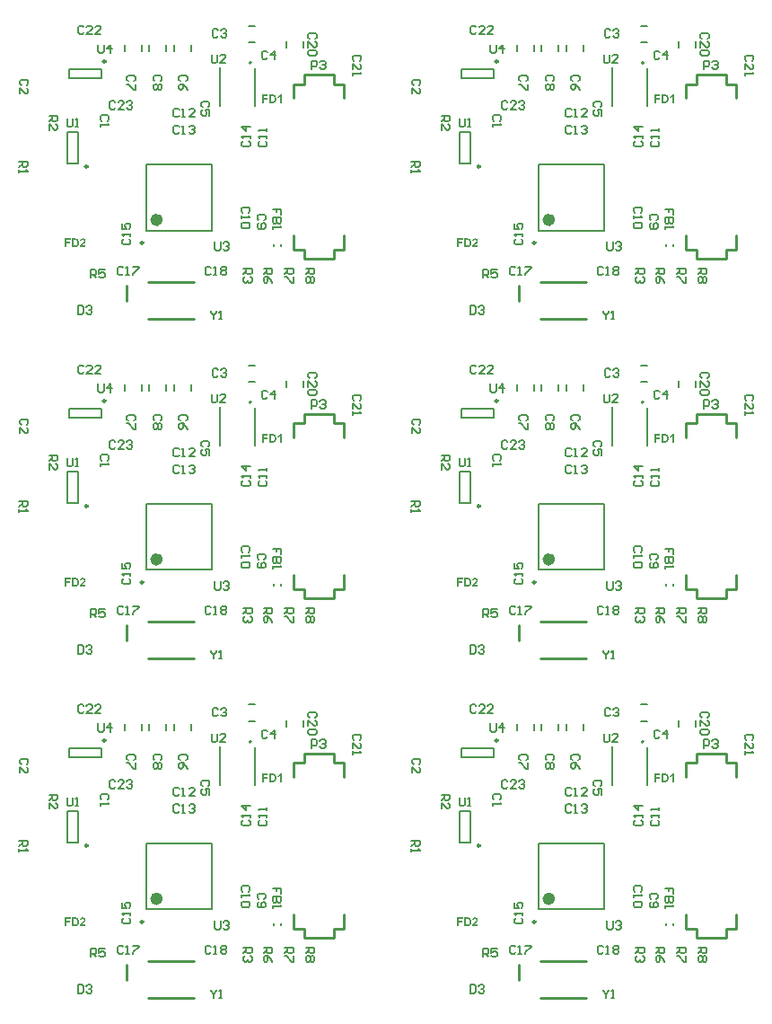
<source format=gto>
G04*
G04 #@! TF.GenerationSoftware,Altium Limited,Altium Designer,20.0.10 (225)*
G04*
G04 Layer_Color=65535*
%FSLAX25Y25*%
%MOIN*%
G70*
G01*
G75*
%ADD35C,0.00787*%
%ADD36C,0.01000*%
%ADD42C,0.00591*%
%ADD55C,0.00984*%
%ADD56C,0.02362*%
%ADD57C,0.00500*%
G36*
X281240Y-35737D02*
X280635D01*
Y-33457D01*
X280630Y-33462D01*
X280621Y-33471D01*
X280603Y-33485D01*
X280576Y-33507D01*
X280544Y-33535D01*
X280507Y-33562D01*
X280462Y-33594D01*
X280412Y-33630D01*
X280357Y-33667D01*
X280298Y-33703D01*
X280234Y-33744D01*
X280166Y-33780D01*
X280020Y-33849D01*
X279857Y-33912D01*
Y-33366D01*
X279861D01*
X279866Y-33362D01*
X279879Y-33357D01*
X279898Y-33353D01*
X279943Y-33330D01*
X280007Y-33303D01*
X280084Y-33266D01*
X280171Y-33216D01*
X280266Y-33152D01*
X280366Y-33080D01*
X280371Y-33075D01*
X280380Y-33070D01*
X280394Y-33057D01*
X280412Y-33039D01*
X280462Y-32993D01*
X280516Y-32934D01*
X280580Y-32861D01*
X280644Y-32770D01*
X280703Y-32675D01*
X280749Y-32570D01*
X281240D01*
Y-35737D01*
D02*
G37*
G36*
X277950Y-32593D02*
X278037Y-32597D01*
X278132Y-32602D01*
X278232Y-32616D01*
X278328Y-32629D01*
X278414Y-32652D01*
X278419D01*
X278428Y-32656D01*
X278442Y-32661D01*
X278460Y-32666D01*
X278514Y-32688D01*
X278578Y-32720D01*
X278651Y-32761D01*
X278733Y-32811D01*
X278810Y-32870D01*
X278888Y-32943D01*
X278892D01*
X278897Y-32952D01*
X278919Y-32980D01*
X278956Y-33025D01*
X278997Y-33084D01*
X279047Y-33157D01*
X279097Y-33243D01*
X279147Y-33343D01*
X279188Y-33453D01*
Y-33457D01*
X279192Y-33466D01*
X279197Y-33485D01*
X279206Y-33507D01*
X279211Y-33535D01*
X279220Y-33571D01*
X279229Y-33612D01*
X279242Y-33657D01*
X279252Y-33707D01*
X279261Y-33767D01*
X279270Y-33826D01*
X279274Y-33894D01*
X279288Y-34035D01*
X279292Y-34194D01*
Y-34199D01*
Y-34212D01*
Y-34231D01*
Y-34258D01*
X279288Y-34294D01*
Y-34331D01*
X279283Y-34376D01*
X279279Y-34426D01*
X279270Y-34531D01*
X279252Y-34640D01*
X279224Y-34754D01*
X279192Y-34863D01*
Y-34868D01*
X279188Y-34877D01*
X279179Y-34895D01*
X279170Y-34922D01*
X279160Y-34950D01*
X279142Y-34982D01*
X279106Y-35063D01*
X279060Y-35150D01*
X279001Y-35245D01*
X278933Y-35336D01*
X278856Y-35423D01*
X278847Y-35432D01*
X278824Y-35450D01*
X278787Y-35477D01*
X278737Y-35514D01*
X278674Y-35555D01*
X278601Y-35596D01*
X278510Y-35637D01*
X278410Y-35673D01*
X278405D01*
X278401Y-35678D01*
X278387D01*
X278373Y-35682D01*
X278323Y-35691D01*
X278260Y-35705D01*
X278182Y-35719D01*
X278087Y-35728D01*
X277973Y-35732D01*
X277850Y-35737D01*
X276658D01*
Y-32588D01*
X277914D01*
X277950Y-32593D01*
D02*
G37*
G36*
X276130Y-33121D02*
X274606D01*
Y-33867D01*
X275921D01*
Y-34399D01*
X274606D01*
Y-35737D01*
X273969D01*
Y-32588D01*
X276130D01*
Y-33121D01*
D02*
G37*
G36*
X135571Y-35737D02*
X134965D01*
Y-33457D01*
X134961Y-33462D01*
X134952Y-33471D01*
X134933Y-33485D01*
X134906Y-33507D01*
X134874Y-33535D01*
X134838Y-33562D01*
X134792Y-33594D01*
X134742Y-33630D01*
X134688Y-33667D01*
X134629Y-33703D01*
X134565Y-33744D01*
X134497Y-33780D01*
X134351Y-33849D01*
X134187Y-33912D01*
Y-33366D01*
X134192D01*
X134196Y-33362D01*
X134210Y-33357D01*
X134228Y-33353D01*
X134274Y-33330D01*
X134337Y-33303D01*
X134415Y-33266D01*
X134501Y-33216D01*
X134597Y-33152D01*
X134697Y-33080D01*
X134702Y-33075D01*
X134711Y-33070D01*
X134724Y-33057D01*
X134742Y-33039D01*
X134792Y-32993D01*
X134847Y-32934D01*
X134911Y-32861D01*
X134975Y-32770D01*
X135034Y-32675D01*
X135079Y-32570D01*
X135571D01*
Y-35737D01*
D02*
G37*
G36*
X132281Y-32593D02*
X132367Y-32597D01*
X132463Y-32602D01*
X132563Y-32616D01*
X132659Y-32629D01*
X132745Y-32652D01*
X132749D01*
X132759Y-32656D01*
X132772Y-32661D01*
X132791Y-32666D01*
X132845Y-32688D01*
X132909Y-32720D01*
X132982Y-32761D01*
X133063Y-32811D01*
X133141Y-32870D01*
X133218Y-32943D01*
X133223D01*
X133227Y-32952D01*
X133250Y-32980D01*
X133286Y-33025D01*
X133327Y-33084D01*
X133377Y-33157D01*
X133428Y-33243D01*
X133477Y-33343D01*
X133519Y-33453D01*
Y-33457D01*
X133523Y-33466D01*
X133528Y-33485D01*
X133537Y-33507D01*
X133541Y-33535D01*
X133550Y-33571D01*
X133559Y-33612D01*
X133573Y-33657D01*
X133582Y-33707D01*
X133591Y-33767D01*
X133600Y-33826D01*
X133605Y-33894D01*
X133619Y-34035D01*
X133623Y-34194D01*
Y-34199D01*
Y-34212D01*
Y-34231D01*
Y-34258D01*
X133619Y-34294D01*
Y-34331D01*
X133614Y-34376D01*
X133609Y-34426D01*
X133600Y-34531D01*
X133582Y-34640D01*
X133555Y-34754D01*
X133523Y-34863D01*
Y-34868D01*
X133519Y-34877D01*
X133509Y-34895D01*
X133500Y-34922D01*
X133491Y-34950D01*
X133473Y-34982D01*
X133437Y-35063D01*
X133391Y-35150D01*
X133332Y-35245D01*
X133264Y-35336D01*
X133186Y-35423D01*
X133177Y-35432D01*
X133154Y-35450D01*
X133118Y-35477D01*
X133068Y-35514D01*
X133004Y-35555D01*
X132931Y-35596D01*
X132841Y-35637D01*
X132740Y-35673D01*
X132736D01*
X132731Y-35678D01*
X132718D01*
X132704Y-35682D01*
X132654Y-35691D01*
X132590Y-35705D01*
X132513Y-35719D01*
X132417Y-35728D01*
X132304Y-35732D01*
X132181Y-35737D01*
X130989D01*
Y-32588D01*
X132245D01*
X132281Y-32593D01*
D02*
G37*
G36*
X130461Y-33121D02*
X128937D01*
Y-33867D01*
X130252D01*
Y-34399D01*
X128937D01*
Y-35737D01*
X128300D01*
Y-32588D01*
X130461D01*
Y-33121D01*
D02*
G37*
G36*
X207586Y-85956D02*
X207627Y-85960D01*
X207672Y-85965D01*
X207722Y-85974D01*
X207777Y-85983D01*
X207895Y-86015D01*
X208014Y-86060D01*
X208077Y-86088D01*
X208132Y-86120D01*
X208191Y-86160D01*
X208241Y-86206D01*
X208246Y-86211D01*
X208255Y-86215D01*
X208264Y-86233D01*
X208282Y-86251D01*
X208305Y-86274D01*
X208328Y-86306D01*
X208350Y-86338D01*
X208378Y-86379D01*
X208423Y-86470D01*
X208469Y-86575D01*
X208487Y-86634D01*
X208496Y-86697D01*
X208505Y-86766D01*
X208509Y-86834D01*
Y-86843D01*
Y-86870D01*
X208505Y-86911D01*
X208500Y-86961D01*
X208491Y-87025D01*
X208478Y-87093D01*
X208459Y-87166D01*
X208432Y-87239D01*
X208428Y-87248D01*
X208418Y-87271D01*
X208400Y-87312D01*
X208373Y-87362D01*
X208341Y-87421D01*
X208300Y-87489D01*
X208250Y-87562D01*
X208191Y-87639D01*
X208187Y-87644D01*
X208168Y-87666D01*
X208141Y-87698D01*
X208100Y-87744D01*
X208045Y-87798D01*
X207977Y-87871D01*
X207895Y-87949D01*
X207795Y-88044D01*
X207791Y-88049D01*
X207782Y-88053D01*
X207768Y-88067D01*
X207750Y-88085D01*
X207700Y-88131D01*
X207641Y-88185D01*
X207581Y-88244D01*
X207522Y-88304D01*
X207468Y-88354D01*
X207449Y-88376D01*
X207431Y-88394D01*
X207427Y-88399D01*
X207417Y-88408D01*
X207404Y-88426D01*
X207386Y-88449D01*
X207345Y-88499D01*
X207308Y-88558D01*
X208509D01*
Y-89118D01*
X206394D01*
Y-89113D01*
Y-89104D01*
X206398Y-89086D01*
X206403Y-89063D01*
X206407Y-89036D01*
X206412Y-89004D01*
X206430Y-88922D01*
X206457Y-88831D01*
X206494Y-88731D01*
X206539Y-88622D01*
X206598Y-88517D01*
Y-88513D01*
X206608Y-88504D01*
X206617Y-88485D01*
X206635Y-88467D01*
X206653Y-88435D01*
X206680Y-88404D01*
X206712Y-88363D01*
X206749Y-88317D01*
X206790Y-88262D01*
X206840Y-88208D01*
X206894Y-88144D01*
X206958Y-88076D01*
X207026Y-88008D01*
X207104Y-87930D01*
X207186Y-87849D01*
X207277Y-87762D01*
X207281Y-87757D01*
X207295Y-87744D01*
X207313Y-87726D01*
X207340Y-87698D01*
X207377Y-87671D01*
X207413Y-87635D01*
X207495Y-87553D01*
X207577Y-87466D01*
X207659Y-87380D01*
X207695Y-87343D01*
X207732Y-87303D01*
X207759Y-87271D01*
X207777Y-87243D01*
X207782Y-87234D01*
X207795Y-87212D01*
X207818Y-87175D01*
X207841Y-87125D01*
X207863Y-87070D01*
X207886Y-87007D01*
X207900Y-86943D01*
X207904Y-86875D01*
Y-86870D01*
Y-86866D01*
Y-86843D01*
X207900Y-86802D01*
X207891Y-86756D01*
X207877Y-86706D01*
X207859Y-86656D01*
X207832Y-86606D01*
X207795Y-86561D01*
X207791Y-86556D01*
X207777Y-86543D01*
X207750Y-86524D01*
X207718Y-86506D01*
X207672Y-86488D01*
X207622Y-86470D01*
X207563Y-86456D01*
X207495Y-86452D01*
X207463D01*
X207427Y-86456D01*
X207386Y-86465D01*
X207336Y-86479D01*
X207286Y-86502D01*
X207236Y-86529D01*
X207190Y-86565D01*
X207186Y-86570D01*
X207172Y-86588D01*
X207154Y-86615D01*
X207135Y-86656D01*
X207113Y-86706D01*
X207095Y-86775D01*
X207076Y-86852D01*
X207067Y-86943D01*
X206467Y-86884D01*
Y-86879D01*
X206471Y-86861D01*
Y-86838D01*
X206480Y-86802D01*
X206485Y-86761D01*
X206498Y-86716D01*
X206512Y-86665D01*
X206526Y-86606D01*
X206571Y-86493D01*
X206626Y-86374D01*
X206662Y-86315D01*
X206703Y-86260D01*
X206749Y-86215D01*
X206799Y-86169D01*
X206803Y-86165D01*
X206812Y-86160D01*
X206826Y-86151D01*
X206849Y-86133D01*
X206876Y-86120D01*
X206912Y-86101D01*
X206949Y-86079D01*
X206994Y-86060D01*
X207044Y-86038D01*
X207099Y-86019D01*
X207217Y-85983D01*
X207358Y-85960D01*
X207431Y-85956D01*
X207508Y-85951D01*
X207554D01*
X207586Y-85956D01*
D02*
G37*
G36*
X204724Y-85974D02*
X204810Y-85978D01*
X204906Y-85983D01*
X205006Y-85997D01*
X205102Y-86010D01*
X205188Y-86033D01*
X205193D01*
X205202Y-86038D01*
X205215Y-86042D01*
X205234Y-86047D01*
X205288Y-86069D01*
X205352Y-86101D01*
X205425Y-86142D01*
X205506Y-86192D01*
X205584Y-86251D01*
X205661Y-86324D01*
X205666D01*
X205670Y-86333D01*
X205693Y-86361D01*
X205730Y-86406D01*
X205770Y-86465D01*
X205820Y-86538D01*
X205871Y-86624D01*
X205921Y-86725D01*
X205961Y-86834D01*
Y-86838D01*
X205966Y-86848D01*
X205971Y-86866D01*
X205980Y-86888D01*
X205984Y-86916D01*
X205993Y-86952D01*
X206002Y-86993D01*
X206016Y-87039D01*
X206025Y-87089D01*
X206034Y-87148D01*
X206043Y-87207D01*
X206048Y-87275D01*
X206062Y-87416D01*
X206066Y-87576D01*
Y-87580D01*
Y-87594D01*
Y-87612D01*
Y-87639D01*
X206062Y-87676D01*
Y-87712D01*
X206057Y-87757D01*
X206052Y-87808D01*
X206043Y-87912D01*
X206025Y-88021D01*
X205998Y-88135D01*
X205966Y-88244D01*
Y-88249D01*
X205961Y-88258D01*
X205952Y-88276D01*
X205943Y-88304D01*
X205934Y-88331D01*
X205916Y-88363D01*
X205880Y-88445D01*
X205834Y-88531D01*
X205775Y-88626D01*
X205707Y-88718D01*
X205629Y-88804D01*
X205620Y-88813D01*
X205597Y-88831D01*
X205561Y-88859D01*
X205511Y-88895D01*
X205447Y-88936D01*
X205375Y-88977D01*
X205284Y-89018D01*
X205184Y-89054D01*
X205179D01*
X205174Y-89059D01*
X205161D01*
X205147Y-89063D01*
X205097Y-89072D01*
X205033Y-89086D01*
X204956Y-89100D01*
X204860Y-89109D01*
X204747Y-89113D01*
X204624Y-89118D01*
X203432D01*
Y-85969D01*
X204688D01*
X204724Y-85974D01*
D02*
G37*
G36*
X202904Y-86502D02*
X201380D01*
Y-87248D01*
X202695D01*
Y-87780D01*
X201380D01*
Y-89118D01*
X200743D01*
Y-85969D01*
X202904D01*
Y-86502D01*
D02*
G37*
G36*
X61917Y-85956D02*
X61958Y-85960D01*
X62003Y-85965D01*
X62053Y-85974D01*
X62108Y-85983D01*
X62226Y-86015D01*
X62344Y-86060D01*
X62408Y-86088D01*
X62463Y-86120D01*
X62522Y-86160D01*
X62572Y-86206D01*
X62576Y-86211D01*
X62585Y-86215D01*
X62594Y-86233D01*
X62613Y-86251D01*
X62635Y-86274D01*
X62658Y-86306D01*
X62681Y-86338D01*
X62708Y-86379D01*
X62754Y-86470D01*
X62799Y-86575D01*
X62817Y-86634D01*
X62827Y-86697D01*
X62836Y-86766D01*
X62840Y-86834D01*
Y-86843D01*
Y-86870D01*
X62836Y-86911D01*
X62831Y-86961D01*
X62822Y-87025D01*
X62808Y-87093D01*
X62790Y-87166D01*
X62763Y-87239D01*
X62758Y-87248D01*
X62749Y-87271D01*
X62731Y-87312D01*
X62704Y-87362D01*
X62672Y-87421D01*
X62631Y-87489D01*
X62581Y-87562D01*
X62522Y-87639D01*
X62517Y-87644D01*
X62499Y-87666D01*
X62472Y-87698D01*
X62431Y-87744D01*
X62376Y-87798D01*
X62308Y-87871D01*
X62226Y-87949D01*
X62126Y-88044D01*
X62121Y-88049D01*
X62112Y-88053D01*
X62098Y-88067D01*
X62080Y-88085D01*
X62030Y-88131D01*
X61971Y-88185D01*
X61912Y-88244D01*
X61853Y-88304D01*
X61798Y-88354D01*
X61780Y-88376D01*
X61762Y-88394D01*
X61757Y-88399D01*
X61748Y-88408D01*
X61734Y-88426D01*
X61716Y-88449D01*
X61675Y-88499D01*
X61639Y-88558D01*
X62840D01*
Y-89118D01*
X60724D01*
Y-89113D01*
Y-89104D01*
X60729Y-89086D01*
X60733Y-89063D01*
X60738Y-89036D01*
X60743Y-89004D01*
X60761Y-88922D01*
X60788Y-88831D01*
X60825Y-88731D01*
X60870Y-88622D01*
X60929Y-88517D01*
Y-88513D01*
X60938Y-88504D01*
X60947Y-88485D01*
X60966Y-88467D01*
X60984Y-88435D01*
X61011Y-88404D01*
X61043Y-88363D01*
X61079Y-88317D01*
X61120Y-88262D01*
X61170Y-88208D01*
X61225Y-88144D01*
X61289Y-88076D01*
X61357Y-88008D01*
X61434Y-87930D01*
X61516Y-87849D01*
X61607Y-87762D01*
X61612Y-87757D01*
X61625Y-87744D01*
X61643Y-87726D01*
X61671Y-87698D01*
X61707Y-87671D01*
X61744Y-87635D01*
X61826Y-87553D01*
X61907Y-87466D01*
X61989Y-87380D01*
X62026Y-87343D01*
X62062Y-87303D01*
X62089Y-87271D01*
X62108Y-87243D01*
X62112Y-87234D01*
X62126Y-87212D01*
X62149Y-87175D01*
X62171Y-87125D01*
X62194Y-87070D01*
X62217Y-87007D01*
X62230Y-86943D01*
X62235Y-86875D01*
Y-86870D01*
Y-86866D01*
Y-86843D01*
X62230Y-86802D01*
X62221Y-86756D01*
X62208Y-86706D01*
X62190Y-86656D01*
X62162Y-86606D01*
X62126Y-86561D01*
X62121Y-86556D01*
X62108Y-86543D01*
X62080Y-86524D01*
X62049Y-86506D01*
X62003Y-86488D01*
X61953Y-86470D01*
X61894Y-86456D01*
X61826Y-86452D01*
X61794D01*
X61757Y-86456D01*
X61716Y-86465D01*
X61666Y-86479D01*
X61616Y-86502D01*
X61566Y-86529D01*
X61521Y-86565D01*
X61516Y-86570D01*
X61502Y-86588D01*
X61484Y-86615D01*
X61466Y-86656D01*
X61443Y-86706D01*
X61425Y-86775D01*
X61407Y-86852D01*
X61398Y-86943D01*
X60797Y-86884D01*
Y-86879D01*
X60802Y-86861D01*
Y-86838D01*
X60811Y-86802D01*
X60815Y-86761D01*
X60829Y-86716D01*
X60843Y-86665D01*
X60856Y-86606D01*
X60902Y-86493D01*
X60957Y-86374D01*
X60993Y-86315D01*
X61034Y-86260D01*
X61079Y-86215D01*
X61129Y-86169D01*
X61134Y-86165D01*
X61143Y-86160D01*
X61157Y-86151D01*
X61179Y-86133D01*
X61207Y-86120D01*
X61243Y-86101D01*
X61279Y-86079D01*
X61325Y-86060D01*
X61375Y-86038D01*
X61430Y-86019D01*
X61548Y-85983D01*
X61689Y-85960D01*
X61762Y-85956D01*
X61839Y-85951D01*
X61885D01*
X61917Y-85956D01*
D02*
G37*
G36*
X59055Y-85974D02*
X59141Y-85978D01*
X59237Y-85983D01*
X59337Y-85997D01*
X59432Y-86010D01*
X59519Y-86033D01*
X59523D01*
X59532Y-86038D01*
X59546Y-86042D01*
X59564Y-86047D01*
X59619Y-86069D01*
X59683Y-86101D01*
X59755Y-86142D01*
X59837Y-86192D01*
X59914Y-86251D01*
X59992Y-86324D01*
X59996D01*
X60001Y-86333D01*
X60024Y-86361D01*
X60060Y-86406D01*
X60101Y-86465D01*
X60151Y-86538D01*
X60201Y-86624D01*
X60251Y-86725D01*
X60292Y-86834D01*
Y-86838D01*
X60297Y-86848D01*
X60301Y-86866D01*
X60310Y-86888D01*
X60315Y-86916D01*
X60324Y-86952D01*
X60333Y-86993D01*
X60347Y-87039D01*
X60356Y-87089D01*
X60365Y-87148D01*
X60374Y-87207D01*
X60379Y-87275D01*
X60392Y-87416D01*
X60397Y-87576D01*
Y-87580D01*
Y-87594D01*
Y-87612D01*
Y-87639D01*
X60392Y-87676D01*
Y-87712D01*
X60388Y-87757D01*
X60383Y-87808D01*
X60374Y-87912D01*
X60356Y-88021D01*
X60329Y-88135D01*
X60297Y-88244D01*
Y-88249D01*
X60292Y-88258D01*
X60283Y-88276D01*
X60274Y-88304D01*
X60265Y-88331D01*
X60247Y-88363D01*
X60210Y-88445D01*
X60165Y-88531D01*
X60106Y-88626D01*
X60037Y-88718D01*
X59960Y-88804D01*
X59951Y-88813D01*
X59928Y-88831D01*
X59892Y-88859D01*
X59842Y-88895D01*
X59778Y-88936D01*
X59705Y-88977D01*
X59614Y-89018D01*
X59514Y-89054D01*
X59510D01*
X59505Y-89059D01*
X59491D01*
X59478Y-89063D01*
X59428Y-89072D01*
X59364Y-89086D01*
X59287Y-89100D01*
X59191Y-89109D01*
X59077Y-89113D01*
X58955Y-89118D01*
X57762D01*
Y-85969D01*
X59018D01*
X59055Y-85974D01*
D02*
G37*
G36*
X57235Y-86502D02*
X55710D01*
Y-87248D01*
X57025D01*
Y-87780D01*
X55710D01*
Y-89118D01*
X55073D01*
Y-85969D01*
X57235D01*
Y-86502D01*
D02*
G37*
G36*
X281240Y-161721D02*
X280635D01*
Y-159441D01*
X280630Y-159446D01*
X280621Y-159455D01*
X280603Y-159469D01*
X280576Y-159492D01*
X280544Y-159519D01*
X280507Y-159546D01*
X280462Y-159578D01*
X280412Y-159614D01*
X280357Y-159651D01*
X280298Y-159687D01*
X280234Y-159728D01*
X280166Y-159765D01*
X280020Y-159833D01*
X279857Y-159897D01*
Y-159351D01*
X279861D01*
X279866Y-159346D01*
X279879Y-159341D01*
X279898Y-159337D01*
X279943Y-159314D01*
X280007Y-159287D01*
X280084Y-159250D01*
X280171Y-159200D01*
X280266Y-159137D01*
X280366Y-159064D01*
X280371Y-159059D01*
X280380Y-159055D01*
X280394Y-159041D01*
X280412Y-159023D01*
X280462Y-158977D01*
X280516Y-158918D01*
X280580Y-158845D01*
X280644Y-158755D01*
X280703Y-158659D01*
X280749Y-158554D01*
X281240D01*
Y-161721D01*
D02*
G37*
G36*
X277950Y-158577D02*
X278037Y-158582D01*
X278132Y-158586D01*
X278232Y-158600D01*
X278328Y-158613D01*
X278414Y-158636D01*
X278419D01*
X278428Y-158641D01*
X278442Y-158645D01*
X278460Y-158650D01*
X278514Y-158673D01*
X278578Y-158704D01*
X278651Y-158745D01*
X278733Y-158795D01*
X278810Y-158855D01*
X278888Y-158927D01*
X278892D01*
X278897Y-158937D01*
X278919Y-158964D01*
X278956Y-159009D01*
X278997Y-159068D01*
X279047Y-159141D01*
X279097Y-159228D01*
X279147Y-159328D01*
X279188Y-159437D01*
Y-159441D01*
X279192Y-159451D01*
X279197Y-159469D01*
X279206Y-159492D01*
X279211Y-159519D01*
X279220Y-159555D01*
X279229Y-159596D01*
X279242Y-159642D01*
X279252Y-159692D01*
X279261Y-159751D01*
X279270Y-159810D01*
X279274Y-159878D01*
X279288Y-160019D01*
X279292Y-160179D01*
Y-160183D01*
Y-160197D01*
Y-160215D01*
Y-160242D01*
X279288Y-160279D01*
Y-160315D01*
X279283Y-160361D01*
X279279Y-160411D01*
X279270Y-160515D01*
X279252Y-160625D01*
X279224Y-160738D01*
X279192Y-160847D01*
Y-160852D01*
X279188Y-160861D01*
X279179Y-160879D01*
X279170Y-160907D01*
X279160Y-160934D01*
X279142Y-160966D01*
X279106Y-161048D01*
X279060Y-161134D01*
X279001Y-161230D01*
X278933Y-161321D01*
X278856Y-161407D01*
X278847Y-161416D01*
X278824Y-161434D01*
X278787Y-161462D01*
X278737Y-161498D01*
X278674Y-161539D01*
X278601Y-161580D01*
X278510Y-161621D01*
X278410Y-161657D01*
X278405D01*
X278401Y-161662D01*
X278387D01*
X278373Y-161667D01*
X278323Y-161676D01*
X278260Y-161689D01*
X278182Y-161703D01*
X278087Y-161712D01*
X277973Y-161716D01*
X277850Y-161721D01*
X276658D01*
Y-158572D01*
X277914D01*
X277950Y-158577D01*
D02*
G37*
G36*
X276130Y-159105D02*
X274606D01*
Y-159851D01*
X275921D01*
Y-160383D01*
X274606D01*
Y-161721D01*
X273969D01*
Y-158572D01*
X276130D01*
Y-159105D01*
D02*
G37*
G36*
X135571Y-161721D02*
X134965D01*
Y-159441D01*
X134961Y-159446D01*
X134952Y-159455D01*
X134933Y-159469D01*
X134906Y-159492D01*
X134874Y-159519D01*
X134838Y-159546D01*
X134792Y-159578D01*
X134742Y-159614D01*
X134688Y-159651D01*
X134629Y-159687D01*
X134565Y-159728D01*
X134497Y-159765D01*
X134351Y-159833D01*
X134187Y-159897D01*
Y-159351D01*
X134192D01*
X134196Y-159346D01*
X134210Y-159341D01*
X134228Y-159337D01*
X134274Y-159314D01*
X134337Y-159287D01*
X134415Y-159250D01*
X134501Y-159200D01*
X134597Y-159137D01*
X134697Y-159064D01*
X134702Y-159059D01*
X134711Y-159055D01*
X134724Y-159041D01*
X134742Y-159023D01*
X134792Y-158977D01*
X134847Y-158918D01*
X134911Y-158845D01*
X134975Y-158755D01*
X135034Y-158659D01*
X135079Y-158554D01*
X135571D01*
Y-161721D01*
D02*
G37*
G36*
X132281Y-158577D02*
X132367Y-158582D01*
X132463Y-158586D01*
X132563Y-158600D01*
X132659Y-158613D01*
X132745Y-158636D01*
X132749D01*
X132759Y-158641D01*
X132772Y-158645D01*
X132791Y-158650D01*
X132845Y-158673D01*
X132909Y-158704D01*
X132982Y-158745D01*
X133063Y-158795D01*
X133141Y-158855D01*
X133218Y-158927D01*
X133223D01*
X133227Y-158937D01*
X133250Y-158964D01*
X133286Y-159009D01*
X133327Y-159068D01*
X133377Y-159141D01*
X133428Y-159228D01*
X133477Y-159328D01*
X133519Y-159437D01*
Y-159441D01*
X133523Y-159451D01*
X133528Y-159469D01*
X133537Y-159492D01*
X133541Y-159519D01*
X133550Y-159555D01*
X133559Y-159596D01*
X133573Y-159642D01*
X133582Y-159692D01*
X133591Y-159751D01*
X133600Y-159810D01*
X133605Y-159878D01*
X133619Y-160019D01*
X133623Y-160179D01*
Y-160183D01*
Y-160197D01*
Y-160215D01*
Y-160242D01*
X133619Y-160279D01*
Y-160315D01*
X133614Y-160361D01*
X133609Y-160411D01*
X133600Y-160515D01*
X133582Y-160625D01*
X133555Y-160738D01*
X133523Y-160847D01*
Y-160852D01*
X133519Y-160861D01*
X133509Y-160879D01*
X133500Y-160907D01*
X133491Y-160934D01*
X133473Y-160966D01*
X133437Y-161048D01*
X133391Y-161134D01*
X133332Y-161230D01*
X133264Y-161321D01*
X133186Y-161407D01*
X133177Y-161416D01*
X133154Y-161434D01*
X133118Y-161462D01*
X133068Y-161498D01*
X133004Y-161539D01*
X132931Y-161580D01*
X132841Y-161621D01*
X132740Y-161657D01*
X132736D01*
X132731Y-161662D01*
X132718D01*
X132704Y-161667D01*
X132654Y-161676D01*
X132590Y-161689D01*
X132513Y-161703D01*
X132417Y-161712D01*
X132304Y-161716D01*
X132181Y-161721D01*
X130989D01*
Y-158572D01*
X132245D01*
X132281Y-158577D01*
D02*
G37*
G36*
X130461Y-159105D02*
X128937D01*
Y-159851D01*
X130252D01*
Y-160383D01*
X128937D01*
Y-161721D01*
X128300D01*
Y-158572D01*
X130461D01*
Y-159105D01*
D02*
G37*
G36*
X207586Y-211940D02*
X207627Y-211945D01*
X207672Y-211949D01*
X207722Y-211958D01*
X207777Y-211967D01*
X207895Y-211999D01*
X208014Y-212045D01*
X208077Y-212072D01*
X208132Y-212104D01*
X208191Y-212145D01*
X208241Y-212190D01*
X208246Y-212195D01*
X208255Y-212199D01*
X208264Y-212217D01*
X208282Y-212236D01*
X208305Y-212259D01*
X208328Y-212290D01*
X208350Y-212322D01*
X208378Y-212363D01*
X208423Y-212454D01*
X208469Y-212559D01*
X208487Y-212618D01*
X208496Y-212682D01*
X208505Y-212750D01*
X208509Y-212818D01*
Y-212827D01*
Y-212855D01*
X208505Y-212895D01*
X208500Y-212946D01*
X208491Y-213009D01*
X208478Y-213077D01*
X208459Y-213150D01*
X208432Y-213223D01*
X208428Y-213232D01*
X208418Y-213255D01*
X208400Y-213296D01*
X208373Y-213346D01*
X208341Y-213405D01*
X208300Y-213473D01*
X208250Y-213546D01*
X208191Y-213623D01*
X208187Y-213628D01*
X208168Y-213651D01*
X208141Y-213683D01*
X208100Y-213728D01*
X208045Y-213783D01*
X207977Y-213856D01*
X207895Y-213933D01*
X207795Y-214029D01*
X207791Y-214033D01*
X207782Y-214038D01*
X207768Y-214051D01*
X207750Y-214069D01*
X207700Y-214115D01*
X207641Y-214170D01*
X207581Y-214229D01*
X207522Y-214288D01*
X207468Y-214338D01*
X207449Y-214361D01*
X207431Y-214379D01*
X207427Y-214383D01*
X207417Y-214392D01*
X207404Y-214411D01*
X207386Y-214433D01*
X207345Y-214483D01*
X207308Y-214543D01*
X208509D01*
Y-215102D01*
X206394D01*
Y-215098D01*
Y-215089D01*
X206398Y-215070D01*
X206403Y-215048D01*
X206407Y-215020D01*
X206412Y-214988D01*
X206430Y-214907D01*
X206457Y-214816D01*
X206494Y-214716D01*
X206539Y-214606D01*
X206598Y-214502D01*
Y-214497D01*
X206608Y-214488D01*
X206617Y-214470D01*
X206635Y-214452D01*
X206653Y-214420D01*
X206680Y-214388D01*
X206712Y-214347D01*
X206749Y-214301D01*
X206790Y-214247D01*
X206840Y-214192D01*
X206894Y-214128D01*
X206958Y-214060D01*
X207026Y-213992D01*
X207104Y-213915D01*
X207186Y-213833D01*
X207277Y-213746D01*
X207281Y-213742D01*
X207295Y-213728D01*
X207313Y-213710D01*
X207340Y-213683D01*
X207377Y-213655D01*
X207413Y-213619D01*
X207495Y-213537D01*
X207577Y-213451D01*
X207659Y-213364D01*
X207695Y-213328D01*
X207732Y-213287D01*
X207759Y-213255D01*
X207777Y-213228D01*
X207782Y-213219D01*
X207795Y-213196D01*
X207818Y-213159D01*
X207841Y-213109D01*
X207863Y-213055D01*
X207886Y-212991D01*
X207900Y-212927D01*
X207904Y-212859D01*
Y-212855D01*
Y-212850D01*
Y-212827D01*
X207900Y-212786D01*
X207891Y-212741D01*
X207877Y-212691D01*
X207859Y-212641D01*
X207832Y-212591D01*
X207795Y-212545D01*
X207791Y-212541D01*
X207777Y-212527D01*
X207750Y-212509D01*
X207718Y-212491D01*
X207672Y-212472D01*
X207622Y-212454D01*
X207563Y-212440D01*
X207495Y-212436D01*
X207463D01*
X207427Y-212440D01*
X207386Y-212450D01*
X207336Y-212463D01*
X207286Y-212486D01*
X207236Y-212513D01*
X207190Y-212550D01*
X207186Y-212554D01*
X207172Y-212572D01*
X207154Y-212600D01*
X207135Y-212641D01*
X207113Y-212691D01*
X207095Y-212759D01*
X207076Y-212836D01*
X207067Y-212927D01*
X206467Y-212868D01*
Y-212864D01*
X206471Y-212845D01*
Y-212823D01*
X206480Y-212786D01*
X206485Y-212745D01*
X206498Y-212700D01*
X206512Y-212650D01*
X206526Y-212591D01*
X206571Y-212477D01*
X206626Y-212359D01*
X206662Y-212299D01*
X206703Y-212245D01*
X206749Y-212199D01*
X206799Y-212154D01*
X206803Y-212149D01*
X206812Y-212145D01*
X206826Y-212136D01*
X206849Y-212118D01*
X206876Y-212104D01*
X206912Y-212086D01*
X206949Y-212063D01*
X206994Y-212045D01*
X207044Y-212022D01*
X207099Y-212004D01*
X207217Y-211967D01*
X207358Y-211945D01*
X207431Y-211940D01*
X207508Y-211935D01*
X207554D01*
X207586Y-211940D01*
D02*
G37*
G36*
X204724Y-211958D02*
X204810Y-211963D01*
X204906Y-211967D01*
X205006Y-211981D01*
X205102Y-211995D01*
X205188Y-212017D01*
X205193D01*
X205202Y-212022D01*
X205215Y-212027D01*
X205234Y-212031D01*
X205288Y-212054D01*
X205352Y-212086D01*
X205425Y-212126D01*
X205506Y-212177D01*
X205584Y-212236D01*
X205661Y-212309D01*
X205666D01*
X205670Y-212318D01*
X205693Y-212345D01*
X205730Y-212390D01*
X205770Y-212450D01*
X205820Y-212522D01*
X205871Y-212609D01*
X205921Y-212709D01*
X205961Y-212818D01*
Y-212823D01*
X205966Y-212832D01*
X205971Y-212850D01*
X205980Y-212873D01*
X205984Y-212900D01*
X205993Y-212936D01*
X206002Y-212977D01*
X206016Y-213023D01*
X206025Y-213073D01*
X206034Y-213132D01*
X206043Y-213191D01*
X206048Y-213260D01*
X206062Y-213401D01*
X206066Y-213560D01*
Y-213564D01*
Y-213578D01*
Y-213596D01*
Y-213623D01*
X206062Y-213660D01*
Y-213696D01*
X206057Y-213742D01*
X206052Y-213792D01*
X206043Y-213896D01*
X206025Y-214006D01*
X205998Y-214120D01*
X205966Y-214229D01*
Y-214233D01*
X205961Y-214242D01*
X205952Y-214261D01*
X205943Y-214288D01*
X205934Y-214315D01*
X205916Y-214347D01*
X205880Y-214429D01*
X205834Y-214515D01*
X205775Y-214611D01*
X205707Y-214702D01*
X205629Y-214788D01*
X205620Y-214797D01*
X205597Y-214816D01*
X205561Y-214843D01*
X205511Y-214879D01*
X205447Y-214920D01*
X205375Y-214961D01*
X205284Y-215002D01*
X205184Y-215038D01*
X205179D01*
X205174Y-215043D01*
X205161D01*
X205147Y-215048D01*
X205097Y-215057D01*
X205033Y-215070D01*
X204956Y-215084D01*
X204860Y-215093D01*
X204747Y-215098D01*
X204624Y-215102D01*
X203432D01*
Y-211954D01*
X204688D01*
X204724Y-211958D01*
D02*
G37*
G36*
X202904Y-212486D02*
X201380D01*
Y-213232D01*
X202695D01*
Y-213765D01*
X201380D01*
Y-215102D01*
X200743D01*
Y-211954D01*
X202904D01*
Y-212486D01*
D02*
G37*
G36*
X61917Y-211940D02*
X61958Y-211945D01*
X62003Y-211949D01*
X62053Y-211958D01*
X62108Y-211967D01*
X62226Y-211999D01*
X62344Y-212045D01*
X62408Y-212072D01*
X62463Y-212104D01*
X62522Y-212145D01*
X62572Y-212190D01*
X62576Y-212195D01*
X62585Y-212199D01*
X62594Y-212217D01*
X62613Y-212236D01*
X62635Y-212259D01*
X62658Y-212290D01*
X62681Y-212322D01*
X62708Y-212363D01*
X62754Y-212454D01*
X62799Y-212559D01*
X62817Y-212618D01*
X62827Y-212682D01*
X62836Y-212750D01*
X62840Y-212818D01*
Y-212827D01*
Y-212855D01*
X62836Y-212895D01*
X62831Y-212946D01*
X62822Y-213009D01*
X62808Y-213077D01*
X62790Y-213150D01*
X62763Y-213223D01*
X62758Y-213232D01*
X62749Y-213255D01*
X62731Y-213296D01*
X62704Y-213346D01*
X62672Y-213405D01*
X62631Y-213473D01*
X62581Y-213546D01*
X62522Y-213623D01*
X62517Y-213628D01*
X62499Y-213651D01*
X62472Y-213683D01*
X62431Y-213728D01*
X62376Y-213783D01*
X62308Y-213856D01*
X62226Y-213933D01*
X62126Y-214029D01*
X62121Y-214033D01*
X62112Y-214038D01*
X62098Y-214051D01*
X62080Y-214069D01*
X62030Y-214115D01*
X61971Y-214170D01*
X61912Y-214229D01*
X61853Y-214288D01*
X61798Y-214338D01*
X61780Y-214361D01*
X61762Y-214379D01*
X61757Y-214383D01*
X61748Y-214392D01*
X61734Y-214411D01*
X61716Y-214433D01*
X61675Y-214483D01*
X61639Y-214543D01*
X62840D01*
Y-215102D01*
X60724D01*
Y-215098D01*
Y-215089D01*
X60729Y-215070D01*
X60733Y-215048D01*
X60738Y-215020D01*
X60743Y-214988D01*
X60761Y-214907D01*
X60788Y-214816D01*
X60825Y-214716D01*
X60870Y-214606D01*
X60929Y-214502D01*
Y-214497D01*
X60938Y-214488D01*
X60947Y-214470D01*
X60966Y-214452D01*
X60984Y-214420D01*
X61011Y-214388D01*
X61043Y-214347D01*
X61079Y-214301D01*
X61120Y-214247D01*
X61170Y-214192D01*
X61225Y-214128D01*
X61289Y-214060D01*
X61357Y-213992D01*
X61434Y-213915D01*
X61516Y-213833D01*
X61607Y-213746D01*
X61612Y-213742D01*
X61625Y-213728D01*
X61643Y-213710D01*
X61671Y-213683D01*
X61707Y-213655D01*
X61744Y-213619D01*
X61826Y-213537D01*
X61907Y-213451D01*
X61989Y-213364D01*
X62026Y-213328D01*
X62062Y-213287D01*
X62089Y-213255D01*
X62108Y-213228D01*
X62112Y-213219D01*
X62126Y-213196D01*
X62149Y-213159D01*
X62171Y-213109D01*
X62194Y-213055D01*
X62217Y-212991D01*
X62230Y-212927D01*
X62235Y-212859D01*
Y-212855D01*
Y-212850D01*
Y-212827D01*
X62230Y-212786D01*
X62221Y-212741D01*
X62208Y-212691D01*
X62190Y-212641D01*
X62162Y-212591D01*
X62126Y-212545D01*
X62121Y-212541D01*
X62108Y-212527D01*
X62080Y-212509D01*
X62049Y-212491D01*
X62003Y-212472D01*
X61953Y-212454D01*
X61894Y-212440D01*
X61826Y-212436D01*
X61794D01*
X61757Y-212440D01*
X61716Y-212450D01*
X61666Y-212463D01*
X61616Y-212486D01*
X61566Y-212513D01*
X61521Y-212550D01*
X61516Y-212554D01*
X61502Y-212572D01*
X61484Y-212600D01*
X61466Y-212641D01*
X61443Y-212691D01*
X61425Y-212759D01*
X61407Y-212836D01*
X61398Y-212927D01*
X60797Y-212868D01*
Y-212864D01*
X60802Y-212845D01*
Y-212823D01*
X60811Y-212786D01*
X60815Y-212745D01*
X60829Y-212700D01*
X60843Y-212650D01*
X60856Y-212591D01*
X60902Y-212477D01*
X60957Y-212359D01*
X60993Y-212299D01*
X61034Y-212245D01*
X61079Y-212199D01*
X61129Y-212154D01*
X61134Y-212149D01*
X61143Y-212145D01*
X61157Y-212136D01*
X61179Y-212118D01*
X61207Y-212104D01*
X61243Y-212086D01*
X61279Y-212063D01*
X61325Y-212045D01*
X61375Y-212022D01*
X61430Y-212004D01*
X61548Y-211967D01*
X61689Y-211945D01*
X61762Y-211940D01*
X61839Y-211935D01*
X61885D01*
X61917Y-211940D01*
D02*
G37*
G36*
X59055Y-211958D02*
X59141Y-211963D01*
X59237Y-211967D01*
X59337Y-211981D01*
X59432Y-211995D01*
X59519Y-212017D01*
X59523D01*
X59532Y-212022D01*
X59546Y-212027D01*
X59564Y-212031D01*
X59619Y-212054D01*
X59683Y-212086D01*
X59755Y-212126D01*
X59837Y-212177D01*
X59914Y-212236D01*
X59992Y-212309D01*
X59996D01*
X60001Y-212318D01*
X60024Y-212345D01*
X60060Y-212390D01*
X60101Y-212450D01*
X60151Y-212522D01*
X60201Y-212609D01*
X60251Y-212709D01*
X60292Y-212818D01*
Y-212823D01*
X60297Y-212832D01*
X60301Y-212850D01*
X60310Y-212873D01*
X60315Y-212900D01*
X60324Y-212936D01*
X60333Y-212977D01*
X60347Y-213023D01*
X60356Y-213073D01*
X60365Y-213132D01*
X60374Y-213191D01*
X60379Y-213260D01*
X60392Y-213401D01*
X60397Y-213560D01*
Y-213564D01*
Y-213578D01*
Y-213596D01*
Y-213623D01*
X60392Y-213660D01*
Y-213696D01*
X60388Y-213742D01*
X60383Y-213792D01*
X60374Y-213896D01*
X60356Y-214006D01*
X60329Y-214120D01*
X60297Y-214229D01*
Y-214233D01*
X60292Y-214242D01*
X60283Y-214261D01*
X60274Y-214288D01*
X60265Y-214315D01*
X60247Y-214347D01*
X60210Y-214429D01*
X60165Y-214515D01*
X60106Y-214611D01*
X60037Y-214702D01*
X59960Y-214788D01*
X59951Y-214797D01*
X59928Y-214816D01*
X59892Y-214843D01*
X59842Y-214879D01*
X59778Y-214920D01*
X59705Y-214961D01*
X59614Y-215002D01*
X59514Y-215038D01*
X59510D01*
X59505Y-215043D01*
X59491D01*
X59478Y-215048D01*
X59428Y-215057D01*
X59364Y-215070D01*
X59287Y-215084D01*
X59191Y-215093D01*
X59077Y-215098D01*
X58955Y-215102D01*
X57762D01*
Y-211954D01*
X59018D01*
X59055Y-211958D01*
D02*
G37*
G36*
X57235Y-212486D02*
X55710D01*
Y-213232D01*
X57025D01*
Y-213765D01*
X55710D01*
Y-215102D01*
X55073D01*
Y-211954D01*
X57235D01*
Y-212486D01*
D02*
G37*
G36*
X281240Y-287705D02*
X280635D01*
Y-285426D01*
X280630Y-285430D01*
X280621Y-285439D01*
X280603Y-285453D01*
X280576Y-285476D01*
X280544Y-285503D01*
X280507Y-285530D01*
X280462Y-285562D01*
X280412Y-285599D01*
X280357Y-285635D01*
X280298Y-285671D01*
X280234Y-285713D01*
X280166Y-285749D01*
X280020Y-285817D01*
X279857Y-285881D01*
Y-285335D01*
X279861D01*
X279866Y-285330D01*
X279879Y-285326D01*
X279898Y-285321D01*
X279943Y-285298D01*
X280007Y-285271D01*
X280084Y-285235D01*
X280171Y-285185D01*
X280266Y-285121D01*
X280366Y-285048D01*
X280371Y-285044D01*
X280380Y-285039D01*
X280394Y-285026D01*
X280412Y-285007D01*
X280462Y-284962D01*
X280516Y-284903D01*
X280580Y-284830D01*
X280644Y-284739D01*
X280703Y-284643D01*
X280749Y-284539D01*
X281240D01*
Y-287705D01*
D02*
G37*
G36*
X277950Y-284561D02*
X278037Y-284566D01*
X278132Y-284570D01*
X278232Y-284584D01*
X278328Y-284598D01*
X278414Y-284620D01*
X278419D01*
X278428Y-284625D01*
X278442Y-284630D01*
X278460Y-284634D01*
X278514Y-284657D01*
X278578Y-284689D01*
X278651Y-284730D01*
X278733Y-284780D01*
X278810Y-284839D01*
X278888Y-284912D01*
X278892D01*
X278897Y-284921D01*
X278919Y-284948D01*
X278956Y-284994D01*
X278997Y-285053D01*
X279047Y-285126D01*
X279097Y-285212D01*
X279147Y-285312D01*
X279188Y-285421D01*
Y-285426D01*
X279192Y-285435D01*
X279197Y-285453D01*
X279206Y-285476D01*
X279211Y-285503D01*
X279220Y-285540D01*
X279229Y-285580D01*
X279242Y-285626D01*
X279252Y-285676D01*
X279261Y-285735D01*
X279270Y-285794D01*
X279274Y-285863D01*
X279288Y-286004D01*
X279292Y-286163D01*
Y-286168D01*
Y-286181D01*
Y-286199D01*
Y-286227D01*
X279288Y-286263D01*
Y-286299D01*
X279283Y-286345D01*
X279279Y-286395D01*
X279270Y-286500D01*
X279252Y-286609D01*
X279224Y-286723D01*
X279192Y-286832D01*
Y-286836D01*
X279188Y-286845D01*
X279179Y-286864D01*
X279170Y-286891D01*
X279160Y-286918D01*
X279142Y-286950D01*
X279106Y-287032D01*
X279060Y-287118D01*
X279001Y-287214D01*
X278933Y-287305D01*
X278856Y-287391D01*
X278847Y-287401D01*
X278824Y-287419D01*
X278787Y-287446D01*
X278737Y-287483D01*
X278674Y-287523D01*
X278601Y-287564D01*
X278510Y-287605D01*
X278410Y-287642D01*
X278405D01*
X278401Y-287646D01*
X278387D01*
X278373Y-287651D01*
X278323Y-287660D01*
X278260Y-287673D01*
X278182Y-287687D01*
X278087Y-287696D01*
X277973Y-287701D01*
X277850Y-287705D01*
X276658D01*
Y-284557D01*
X277914D01*
X277950Y-284561D01*
D02*
G37*
G36*
X276130Y-285089D02*
X274606D01*
Y-285835D01*
X275921D01*
Y-286368D01*
X274606D01*
Y-287705D01*
X273969D01*
Y-284557D01*
X276130D01*
Y-285089D01*
D02*
G37*
G36*
X135571Y-287705D02*
X134965D01*
Y-285426D01*
X134961Y-285430D01*
X134952Y-285439D01*
X134933Y-285453D01*
X134906Y-285476D01*
X134874Y-285503D01*
X134838Y-285530D01*
X134792Y-285562D01*
X134742Y-285599D01*
X134688Y-285635D01*
X134629Y-285671D01*
X134565Y-285713D01*
X134497Y-285749D01*
X134351Y-285817D01*
X134187Y-285881D01*
Y-285335D01*
X134192D01*
X134196Y-285330D01*
X134210Y-285326D01*
X134228Y-285321D01*
X134274Y-285298D01*
X134337Y-285271D01*
X134415Y-285235D01*
X134501Y-285185D01*
X134597Y-285121D01*
X134697Y-285048D01*
X134702Y-285044D01*
X134711Y-285039D01*
X134724Y-285026D01*
X134742Y-285007D01*
X134792Y-284962D01*
X134847Y-284903D01*
X134911Y-284830D01*
X134975Y-284739D01*
X135034Y-284643D01*
X135079Y-284539D01*
X135571D01*
Y-287705D01*
D02*
G37*
G36*
X132281Y-284561D02*
X132367Y-284566D01*
X132463Y-284570D01*
X132563Y-284584D01*
X132659Y-284598D01*
X132745Y-284620D01*
X132749D01*
X132759Y-284625D01*
X132772Y-284630D01*
X132791Y-284634D01*
X132845Y-284657D01*
X132909Y-284689D01*
X132982Y-284730D01*
X133063Y-284780D01*
X133141Y-284839D01*
X133218Y-284912D01*
X133223D01*
X133227Y-284921D01*
X133250Y-284948D01*
X133286Y-284994D01*
X133327Y-285053D01*
X133377Y-285126D01*
X133428Y-285212D01*
X133477Y-285312D01*
X133519Y-285421D01*
Y-285426D01*
X133523Y-285435D01*
X133528Y-285453D01*
X133537Y-285476D01*
X133541Y-285503D01*
X133550Y-285540D01*
X133559Y-285580D01*
X133573Y-285626D01*
X133582Y-285676D01*
X133591Y-285735D01*
X133600Y-285794D01*
X133605Y-285863D01*
X133619Y-286004D01*
X133623Y-286163D01*
Y-286168D01*
Y-286181D01*
Y-286199D01*
Y-286227D01*
X133619Y-286263D01*
Y-286299D01*
X133614Y-286345D01*
X133609Y-286395D01*
X133600Y-286500D01*
X133582Y-286609D01*
X133555Y-286723D01*
X133523Y-286832D01*
Y-286836D01*
X133519Y-286845D01*
X133509Y-286864D01*
X133500Y-286891D01*
X133491Y-286918D01*
X133473Y-286950D01*
X133437Y-287032D01*
X133391Y-287118D01*
X133332Y-287214D01*
X133264Y-287305D01*
X133186Y-287391D01*
X133177Y-287401D01*
X133154Y-287419D01*
X133118Y-287446D01*
X133068Y-287483D01*
X133004Y-287523D01*
X132931Y-287564D01*
X132841Y-287605D01*
X132740Y-287642D01*
X132736D01*
X132731Y-287646D01*
X132718D01*
X132704Y-287651D01*
X132654Y-287660D01*
X132590Y-287673D01*
X132513Y-287687D01*
X132417Y-287696D01*
X132304Y-287701D01*
X132181Y-287705D01*
X130989D01*
Y-284557D01*
X132245D01*
X132281Y-284561D01*
D02*
G37*
G36*
X130461Y-285089D02*
X128937D01*
Y-285835D01*
X130252D01*
Y-286368D01*
X128937D01*
Y-287705D01*
X128300D01*
Y-284557D01*
X130461D01*
Y-285089D01*
D02*
G37*
G36*
X207586Y-337924D02*
X207627Y-337929D01*
X207672Y-337933D01*
X207722Y-337943D01*
X207777Y-337952D01*
X207895Y-337983D01*
X208014Y-338029D01*
X208077Y-338056D01*
X208132Y-338088D01*
X208191Y-338129D01*
X208241Y-338175D01*
X208246Y-338179D01*
X208255Y-338184D01*
X208264Y-338202D01*
X208282Y-338220D01*
X208305Y-338243D01*
X208328Y-338275D01*
X208350Y-338306D01*
X208378Y-338348D01*
X208423Y-338439D01*
X208469Y-338543D01*
X208487Y-338602D01*
X208496Y-338666D01*
X208505Y-338734D01*
X208509Y-338803D01*
Y-338812D01*
Y-338839D01*
X208505Y-338880D01*
X208500Y-338930D01*
X208491Y-338994D01*
X208478Y-339062D01*
X208459Y-339135D01*
X208432Y-339207D01*
X208428Y-339216D01*
X208418Y-339239D01*
X208400Y-339280D01*
X208373Y-339330D01*
X208341Y-339389D01*
X208300Y-339458D01*
X208250Y-339530D01*
X208191Y-339608D01*
X208187Y-339612D01*
X208168Y-339635D01*
X208141Y-339667D01*
X208100Y-339713D01*
X208045Y-339767D01*
X207977Y-339840D01*
X207895Y-339917D01*
X207795Y-340013D01*
X207791Y-340017D01*
X207782Y-340022D01*
X207768Y-340036D01*
X207750Y-340054D01*
X207700Y-340099D01*
X207641Y-340154D01*
X207581Y-340213D01*
X207522Y-340272D01*
X207468Y-340322D01*
X207449Y-340345D01*
X207431Y-340363D01*
X207427Y-340368D01*
X207417Y-340377D01*
X207404Y-340395D01*
X207386Y-340418D01*
X207345Y-340468D01*
X207308Y-340527D01*
X208509D01*
Y-341087D01*
X206394D01*
Y-341082D01*
Y-341073D01*
X206398Y-341055D01*
X206403Y-341032D01*
X206407Y-341005D01*
X206412Y-340973D01*
X206430Y-340891D01*
X206457Y-340800D01*
X206494Y-340700D01*
X206539Y-340591D01*
X206598Y-340486D01*
Y-340481D01*
X206608Y-340472D01*
X206617Y-340454D01*
X206635Y-340436D01*
X206653Y-340404D01*
X206680Y-340372D01*
X206712Y-340331D01*
X206749Y-340286D01*
X206790Y-340231D01*
X206840Y-340177D01*
X206894Y-340113D01*
X206958Y-340045D01*
X207026Y-339976D01*
X207104Y-339899D01*
X207186Y-339817D01*
X207277Y-339731D01*
X207281Y-339726D01*
X207295Y-339713D01*
X207313Y-339694D01*
X207340Y-339667D01*
X207377Y-339640D01*
X207413Y-339603D01*
X207495Y-339521D01*
X207577Y-339435D01*
X207659Y-339349D01*
X207695Y-339312D01*
X207732Y-339271D01*
X207759Y-339239D01*
X207777Y-339212D01*
X207782Y-339203D01*
X207795Y-339180D01*
X207818Y-339144D01*
X207841Y-339094D01*
X207863Y-339039D01*
X207886Y-338975D01*
X207900Y-338912D01*
X207904Y-338843D01*
Y-338839D01*
Y-338834D01*
Y-338812D01*
X207900Y-338771D01*
X207891Y-338725D01*
X207877Y-338675D01*
X207859Y-338625D01*
X207832Y-338575D01*
X207795Y-338529D01*
X207791Y-338525D01*
X207777Y-338511D01*
X207750Y-338493D01*
X207718Y-338475D01*
X207672Y-338457D01*
X207622Y-338439D01*
X207563Y-338425D01*
X207495Y-338420D01*
X207463D01*
X207427Y-338425D01*
X207386Y-338434D01*
X207336Y-338448D01*
X207286Y-338470D01*
X207236Y-338498D01*
X207190Y-338534D01*
X207186Y-338539D01*
X207172Y-338557D01*
X207154Y-338584D01*
X207135Y-338625D01*
X207113Y-338675D01*
X207095Y-338743D01*
X207076Y-338821D01*
X207067Y-338912D01*
X206467Y-338853D01*
Y-338848D01*
X206471Y-338830D01*
Y-338807D01*
X206480Y-338771D01*
X206485Y-338730D01*
X206498Y-338684D01*
X206512Y-338634D01*
X206526Y-338575D01*
X206571Y-338461D01*
X206626Y-338343D01*
X206662Y-338284D01*
X206703Y-338229D01*
X206749Y-338184D01*
X206799Y-338138D01*
X206803Y-338134D01*
X206812Y-338129D01*
X206826Y-338120D01*
X206849Y-338102D01*
X206876Y-338088D01*
X206912Y-338070D01*
X206949Y-338047D01*
X206994Y-338029D01*
X207044Y-338006D01*
X207099Y-337988D01*
X207217Y-337952D01*
X207358Y-337929D01*
X207431Y-337924D01*
X207508Y-337920D01*
X207554D01*
X207586Y-337924D01*
D02*
G37*
G36*
X204724Y-337943D02*
X204810Y-337947D01*
X204906Y-337952D01*
X205006Y-337965D01*
X205102Y-337979D01*
X205188Y-338002D01*
X205193D01*
X205202Y-338006D01*
X205215Y-338011D01*
X205234Y-338015D01*
X205288Y-338038D01*
X205352Y-338070D01*
X205425Y-338111D01*
X205506Y-338161D01*
X205584Y-338220D01*
X205661Y-338293D01*
X205666D01*
X205670Y-338302D01*
X205693Y-338329D01*
X205730Y-338375D01*
X205770Y-338434D01*
X205820Y-338507D01*
X205871Y-338593D01*
X205921Y-338693D01*
X205961Y-338803D01*
Y-338807D01*
X205966Y-338816D01*
X205971Y-338834D01*
X205980Y-338857D01*
X205984Y-338884D01*
X205993Y-338921D01*
X206002Y-338962D01*
X206016Y-339007D01*
X206025Y-339057D01*
X206034Y-339116D01*
X206043Y-339176D01*
X206048Y-339244D01*
X206062Y-339385D01*
X206066Y-339544D01*
Y-339549D01*
Y-339562D01*
Y-339580D01*
Y-339608D01*
X206062Y-339644D01*
Y-339681D01*
X206057Y-339726D01*
X206052Y-339776D01*
X206043Y-339881D01*
X206025Y-339990D01*
X205998Y-340104D01*
X205966Y-340213D01*
Y-340217D01*
X205961Y-340227D01*
X205952Y-340245D01*
X205943Y-340272D01*
X205934Y-340299D01*
X205916Y-340331D01*
X205880Y-340413D01*
X205834Y-340500D01*
X205775Y-340595D01*
X205707Y-340686D01*
X205629Y-340773D01*
X205620Y-340782D01*
X205597Y-340800D01*
X205561Y-340827D01*
X205511Y-340864D01*
X205447Y-340905D01*
X205375Y-340946D01*
X205284Y-340986D01*
X205184Y-341023D01*
X205179D01*
X205174Y-341027D01*
X205161D01*
X205147Y-341032D01*
X205097Y-341041D01*
X205033Y-341055D01*
X204956Y-341068D01*
X204860Y-341077D01*
X204747Y-341082D01*
X204624Y-341087D01*
X203432D01*
Y-337938D01*
X204688D01*
X204724Y-337943D01*
D02*
G37*
G36*
X202904Y-338470D02*
X201380D01*
Y-339216D01*
X202695D01*
Y-339749D01*
X201380D01*
Y-341087D01*
X200743D01*
Y-337938D01*
X202904D01*
Y-338470D01*
D02*
G37*
G36*
X61917Y-337924D02*
X61958Y-337929D01*
X62003Y-337933D01*
X62053Y-337943D01*
X62108Y-337952D01*
X62226Y-337983D01*
X62344Y-338029D01*
X62408Y-338056D01*
X62463Y-338088D01*
X62522Y-338129D01*
X62572Y-338175D01*
X62576Y-338179D01*
X62585Y-338184D01*
X62594Y-338202D01*
X62613Y-338220D01*
X62635Y-338243D01*
X62658Y-338275D01*
X62681Y-338306D01*
X62708Y-338348D01*
X62754Y-338439D01*
X62799Y-338543D01*
X62817Y-338602D01*
X62827Y-338666D01*
X62836Y-338734D01*
X62840Y-338803D01*
Y-338812D01*
Y-338839D01*
X62836Y-338880D01*
X62831Y-338930D01*
X62822Y-338994D01*
X62808Y-339062D01*
X62790Y-339135D01*
X62763Y-339207D01*
X62758Y-339216D01*
X62749Y-339239D01*
X62731Y-339280D01*
X62704Y-339330D01*
X62672Y-339389D01*
X62631Y-339458D01*
X62581Y-339530D01*
X62522Y-339608D01*
X62517Y-339612D01*
X62499Y-339635D01*
X62472Y-339667D01*
X62431Y-339713D01*
X62376Y-339767D01*
X62308Y-339840D01*
X62226Y-339917D01*
X62126Y-340013D01*
X62121Y-340017D01*
X62112Y-340022D01*
X62098Y-340036D01*
X62080Y-340054D01*
X62030Y-340099D01*
X61971Y-340154D01*
X61912Y-340213D01*
X61853Y-340272D01*
X61798Y-340322D01*
X61780Y-340345D01*
X61762Y-340363D01*
X61757Y-340368D01*
X61748Y-340377D01*
X61734Y-340395D01*
X61716Y-340418D01*
X61675Y-340468D01*
X61639Y-340527D01*
X62840D01*
Y-341087D01*
X60724D01*
Y-341082D01*
Y-341073D01*
X60729Y-341055D01*
X60733Y-341032D01*
X60738Y-341005D01*
X60743Y-340973D01*
X60761Y-340891D01*
X60788Y-340800D01*
X60825Y-340700D01*
X60870Y-340591D01*
X60929Y-340486D01*
Y-340481D01*
X60938Y-340472D01*
X60947Y-340454D01*
X60966Y-340436D01*
X60984Y-340404D01*
X61011Y-340372D01*
X61043Y-340331D01*
X61079Y-340286D01*
X61120Y-340231D01*
X61170Y-340177D01*
X61225Y-340113D01*
X61289Y-340045D01*
X61357Y-339976D01*
X61434Y-339899D01*
X61516Y-339817D01*
X61607Y-339731D01*
X61612Y-339726D01*
X61625Y-339713D01*
X61643Y-339694D01*
X61671Y-339667D01*
X61707Y-339640D01*
X61744Y-339603D01*
X61826Y-339521D01*
X61907Y-339435D01*
X61989Y-339349D01*
X62026Y-339312D01*
X62062Y-339271D01*
X62089Y-339239D01*
X62108Y-339212D01*
X62112Y-339203D01*
X62126Y-339180D01*
X62149Y-339144D01*
X62171Y-339094D01*
X62194Y-339039D01*
X62217Y-338975D01*
X62230Y-338912D01*
X62235Y-338843D01*
Y-338839D01*
Y-338834D01*
Y-338812D01*
X62230Y-338771D01*
X62221Y-338725D01*
X62208Y-338675D01*
X62190Y-338625D01*
X62162Y-338575D01*
X62126Y-338529D01*
X62121Y-338525D01*
X62108Y-338511D01*
X62080Y-338493D01*
X62049Y-338475D01*
X62003Y-338457D01*
X61953Y-338439D01*
X61894Y-338425D01*
X61826Y-338420D01*
X61794D01*
X61757Y-338425D01*
X61716Y-338434D01*
X61666Y-338448D01*
X61616Y-338470D01*
X61566Y-338498D01*
X61521Y-338534D01*
X61516Y-338539D01*
X61502Y-338557D01*
X61484Y-338584D01*
X61466Y-338625D01*
X61443Y-338675D01*
X61425Y-338743D01*
X61407Y-338821D01*
X61398Y-338912D01*
X60797Y-338853D01*
Y-338848D01*
X60802Y-338830D01*
Y-338807D01*
X60811Y-338771D01*
X60815Y-338730D01*
X60829Y-338684D01*
X60843Y-338634D01*
X60856Y-338575D01*
X60902Y-338461D01*
X60957Y-338343D01*
X60993Y-338284D01*
X61034Y-338229D01*
X61079Y-338184D01*
X61129Y-338138D01*
X61134Y-338134D01*
X61143Y-338129D01*
X61157Y-338120D01*
X61179Y-338102D01*
X61207Y-338088D01*
X61243Y-338070D01*
X61279Y-338047D01*
X61325Y-338029D01*
X61375Y-338006D01*
X61430Y-337988D01*
X61548Y-337952D01*
X61689Y-337929D01*
X61762Y-337924D01*
X61839Y-337920D01*
X61885D01*
X61917Y-337924D01*
D02*
G37*
G36*
X59055Y-337943D02*
X59141Y-337947D01*
X59237Y-337952D01*
X59337Y-337965D01*
X59432Y-337979D01*
X59519Y-338002D01*
X59523D01*
X59532Y-338006D01*
X59546Y-338011D01*
X59564Y-338015D01*
X59619Y-338038D01*
X59683Y-338070D01*
X59755Y-338111D01*
X59837Y-338161D01*
X59914Y-338220D01*
X59992Y-338293D01*
X59996D01*
X60001Y-338302D01*
X60024Y-338329D01*
X60060Y-338375D01*
X60101Y-338434D01*
X60151Y-338507D01*
X60201Y-338593D01*
X60251Y-338693D01*
X60292Y-338803D01*
Y-338807D01*
X60297Y-338816D01*
X60301Y-338834D01*
X60310Y-338857D01*
X60315Y-338884D01*
X60324Y-338921D01*
X60333Y-338962D01*
X60347Y-339007D01*
X60356Y-339057D01*
X60365Y-339116D01*
X60374Y-339176D01*
X60379Y-339244D01*
X60392Y-339385D01*
X60397Y-339544D01*
Y-339549D01*
Y-339562D01*
Y-339580D01*
Y-339608D01*
X60392Y-339644D01*
Y-339681D01*
X60388Y-339726D01*
X60383Y-339776D01*
X60374Y-339881D01*
X60356Y-339990D01*
X60329Y-340104D01*
X60297Y-340213D01*
Y-340217D01*
X60292Y-340227D01*
X60283Y-340245D01*
X60274Y-340272D01*
X60265Y-340299D01*
X60247Y-340331D01*
X60210Y-340413D01*
X60165Y-340500D01*
X60106Y-340595D01*
X60037Y-340686D01*
X59960Y-340773D01*
X59951Y-340782D01*
X59928Y-340800D01*
X59892Y-340827D01*
X59842Y-340864D01*
X59778Y-340905D01*
X59705Y-340946D01*
X59614Y-340986D01*
X59514Y-341023D01*
X59510D01*
X59505Y-341027D01*
X59491D01*
X59478Y-341032D01*
X59428Y-341041D01*
X59364Y-341055D01*
X59287Y-341068D01*
X59191Y-341077D01*
X59077Y-341082D01*
X58955Y-341087D01*
X57762D01*
Y-337938D01*
X59018D01*
X59055Y-337943D01*
D02*
G37*
G36*
X57235Y-338470D02*
X55710D01*
Y-339216D01*
X57025D01*
Y-339749D01*
X55710D01*
Y-341087D01*
X55073D01*
Y-337938D01*
X57235D01*
Y-338470D01*
D02*
G37*
%LPC*%
G36*
X277709Y-33121D02*
X277295D01*
Y-35204D01*
X277855D01*
X277914Y-35200D01*
X277977D01*
X278041Y-35191D01*
X278100Y-35186D01*
X278150Y-35177D01*
X278159D01*
X278178Y-35168D01*
X278205Y-35159D01*
X278241Y-35145D01*
X278282Y-35127D01*
X278323Y-35104D01*
X278364Y-35077D01*
X278405Y-35045D01*
X278410Y-35041D01*
X278423Y-35027D01*
X278442Y-35004D01*
X278464Y-34972D01*
X278487Y-34931D01*
X278519Y-34881D01*
X278542Y-34818D01*
X278569Y-34745D01*
Y-34740D01*
X278574Y-34736D01*
Y-34722D01*
X278578Y-34704D01*
X278587Y-34686D01*
X278592Y-34658D01*
X278605Y-34590D01*
X278614Y-34508D01*
X278628Y-34413D01*
X278633Y-34294D01*
X278637Y-34167D01*
Y-34163D01*
Y-34149D01*
Y-34131D01*
Y-34108D01*
Y-34076D01*
X278633Y-34040D01*
X278628Y-33962D01*
X278619Y-33871D01*
X278610Y-33776D01*
X278592Y-33689D01*
X278569Y-33607D01*
Y-33603D01*
X278565Y-33598D01*
X278555Y-33575D01*
X278542Y-33539D01*
X278523Y-33494D01*
X278496Y-33448D01*
X278464Y-33398D01*
X278428Y-33348D01*
X278387Y-33303D01*
X278382Y-33298D01*
X278369Y-33284D01*
X278342Y-33266D01*
X278310Y-33243D01*
X278264Y-33216D01*
X278214Y-33193D01*
X278159Y-33171D01*
X278096Y-33152D01*
X278091D01*
X278068Y-33148D01*
X278032Y-33143D01*
X277982Y-33134D01*
X277950D01*
X277909Y-33130D01*
X277868D01*
X277823Y-33125D01*
X277768D01*
X277709Y-33121D01*
D02*
G37*
G36*
X132040D02*
X131626D01*
Y-35204D01*
X132185D01*
X132245Y-35200D01*
X132308D01*
X132372Y-35191D01*
X132431Y-35186D01*
X132481Y-35177D01*
X132490D01*
X132508Y-35168D01*
X132536Y-35159D01*
X132572Y-35145D01*
X132613Y-35127D01*
X132654Y-35104D01*
X132695Y-35077D01*
X132736Y-35045D01*
X132740Y-35041D01*
X132754Y-35027D01*
X132772Y-35004D01*
X132795Y-34972D01*
X132818Y-34931D01*
X132850Y-34881D01*
X132872Y-34818D01*
X132900Y-34745D01*
Y-34740D01*
X132904Y-34736D01*
Y-34722D01*
X132909Y-34704D01*
X132918Y-34686D01*
X132922Y-34658D01*
X132936Y-34590D01*
X132945Y-34508D01*
X132959Y-34413D01*
X132963Y-34294D01*
X132968Y-34167D01*
Y-34163D01*
Y-34149D01*
Y-34131D01*
Y-34108D01*
Y-34076D01*
X132963Y-34040D01*
X132959Y-33962D01*
X132950Y-33871D01*
X132941Y-33776D01*
X132922Y-33689D01*
X132900Y-33607D01*
Y-33603D01*
X132895Y-33598D01*
X132886Y-33575D01*
X132872Y-33539D01*
X132854Y-33494D01*
X132827Y-33448D01*
X132795Y-33398D01*
X132759Y-33348D01*
X132718Y-33303D01*
X132713Y-33298D01*
X132700Y-33284D01*
X132672Y-33266D01*
X132640Y-33243D01*
X132595Y-33216D01*
X132545Y-33193D01*
X132490Y-33171D01*
X132427Y-33152D01*
X132422D01*
X132399Y-33148D01*
X132363Y-33143D01*
X132313Y-33134D01*
X132281D01*
X132240Y-33130D01*
X132199D01*
X132153Y-33125D01*
X132099D01*
X132040Y-33121D01*
D02*
G37*
G36*
X204483Y-86502D02*
X204069D01*
Y-88586D01*
X204628D01*
X204688Y-88581D01*
X204751D01*
X204815Y-88572D01*
X204874Y-88567D01*
X204924Y-88558D01*
X204933D01*
X204951Y-88549D01*
X204979Y-88540D01*
X205015Y-88526D01*
X205056Y-88508D01*
X205097Y-88485D01*
X205138Y-88458D01*
X205179Y-88426D01*
X205184Y-88422D01*
X205197Y-88408D01*
X205215Y-88385D01*
X205238Y-88354D01*
X205261Y-88313D01*
X205293Y-88262D01*
X205315Y-88199D01*
X205343Y-88126D01*
Y-88121D01*
X205347Y-88117D01*
Y-88103D01*
X205352Y-88085D01*
X205361Y-88067D01*
X205365Y-88040D01*
X205379Y-87971D01*
X205388Y-87889D01*
X205402Y-87794D01*
X205406Y-87676D01*
X205411Y-87548D01*
Y-87544D01*
Y-87530D01*
Y-87512D01*
Y-87489D01*
Y-87457D01*
X205406Y-87421D01*
X205402Y-87343D01*
X205393Y-87252D01*
X205384Y-87157D01*
X205365Y-87070D01*
X205343Y-86989D01*
Y-86984D01*
X205338Y-86979D01*
X205329Y-86957D01*
X205315Y-86920D01*
X205297Y-86875D01*
X205270Y-86829D01*
X205238Y-86779D01*
X205202Y-86729D01*
X205161Y-86684D01*
X205156Y-86679D01*
X205142Y-86665D01*
X205115Y-86647D01*
X205083Y-86624D01*
X205038Y-86597D01*
X204988Y-86575D01*
X204933Y-86552D01*
X204870Y-86533D01*
X204865D01*
X204842Y-86529D01*
X204806Y-86524D01*
X204756Y-86515D01*
X204724D01*
X204683Y-86511D01*
X204642D01*
X204596Y-86506D01*
X204542D01*
X204483Y-86502D01*
D02*
G37*
G36*
X58813D02*
X58399D01*
Y-88586D01*
X58959D01*
X59018Y-88581D01*
X59082D01*
X59146Y-88572D01*
X59205Y-88567D01*
X59255Y-88558D01*
X59264D01*
X59282Y-88549D01*
X59309Y-88540D01*
X59346Y-88526D01*
X59387Y-88508D01*
X59428Y-88485D01*
X59469Y-88458D01*
X59510Y-88426D01*
X59514Y-88422D01*
X59528Y-88408D01*
X59546Y-88385D01*
X59569Y-88354D01*
X59592Y-88313D01*
X59623Y-88262D01*
X59646Y-88199D01*
X59673Y-88126D01*
Y-88121D01*
X59678Y-88117D01*
Y-88103D01*
X59683Y-88085D01*
X59692Y-88067D01*
X59696Y-88040D01*
X59710Y-87971D01*
X59719Y-87889D01*
X59733Y-87794D01*
X59737Y-87676D01*
X59742Y-87548D01*
Y-87544D01*
Y-87530D01*
Y-87512D01*
Y-87489D01*
Y-87457D01*
X59737Y-87421D01*
X59733Y-87343D01*
X59723Y-87252D01*
X59714Y-87157D01*
X59696Y-87070D01*
X59673Y-86989D01*
Y-86984D01*
X59669Y-86979D01*
X59660Y-86957D01*
X59646Y-86920D01*
X59628Y-86875D01*
X59601Y-86829D01*
X59569Y-86779D01*
X59532Y-86729D01*
X59491Y-86684D01*
X59487Y-86679D01*
X59473Y-86665D01*
X59446Y-86647D01*
X59414Y-86624D01*
X59368Y-86597D01*
X59319Y-86575D01*
X59264Y-86552D01*
X59200Y-86533D01*
X59196D01*
X59173Y-86529D01*
X59136Y-86524D01*
X59086Y-86515D01*
X59055D01*
X59014Y-86511D01*
X58973D01*
X58927Y-86506D01*
X58873D01*
X58813Y-86502D01*
D02*
G37*
G36*
X277709Y-159105D02*
X277295D01*
Y-161189D01*
X277855D01*
X277914Y-161184D01*
X277977D01*
X278041Y-161175D01*
X278100Y-161170D01*
X278150Y-161161D01*
X278159D01*
X278178Y-161152D01*
X278205Y-161143D01*
X278241Y-161130D01*
X278282Y-161111D01*
X278323Y-161089D01*
X278364Y-161061D01*
X278405Y-161030D01*
X278410Y-161025D01*
X278423Y-161011D01*
X278442Y-160988D01*
X278464Y-160957D01*
X278487Y-160916D01*
X278519Y-160866D01*
X278542Y-160802D01*
X278569Y-160729D01*
Y-160725D01*
X278574Y-160720D01*
Y-160706D01*
X278578Y-160688D01*
X278587Y-160670D01*
X278592Y-160643D01*
X278605Y-160574D01*
X278614Y-160493D01*
X278628Y-160397D01*
X278633Y-160279D01*
X278637Y-160151D01*
Y-160147D01*
Y-160133D01*
Y-160115D01*
Y-160092D01*
Y-160060D01*
X278633Y-160024D01*
X278628Y-159947D01*
X278619Y-159856D01*
X278610Y-159760D01*
X278592Y-159674D01*
X278569Y-159592D01*
Y-159587D01*
X278565Y-159583D01*
X278555Y-159560D01*
X278542Y-159523D01*
X278523Y-159478D01*
X278496Y-159432D01*
X278464Y-159382D01*
X278428Y-159332D01*
X278387Y-159287D01*
X278382Y-159282D01*
X278369Y-159269D01*
X278342Y-159250D01*
X278310Y-159228D01*
X278264Y-159200D01*
X278214Y-159178D01*
X278159Y-159155D01*
X278096Y-159137D01*
X278091D01*
X278068Y-159132D01*
X278032Y-159128D01*
X277982Y-159118D01*
X277950D01*
X277909Y-159114D01*
X277868D01*
X277823Y-159109D01*
X277768D01*
X277709Y-159105D01*
D02*
G37*
G36*
X132040D02*
X131626D01*
Y-161189D01*
X132185D01*
X132245Y-161184D01*
X132308D01*
X132372Y-161175D01*
X132431Y-161170D01*
X132481Y-161161D01*
X132490D01*
X132508Y-161152D01*
X132536Y-161143D01*
X132572Y-161130D01*
X132613Y-161111D01*
X132654Y-161089D01*
X132695Y-161061D01*
X132736Y-161030D01*
X132740Y-161025D01*
X132754Y-161011D01*
X132772Y-160988D01*
X132795Y-160957D01*
X132818Y-160916D01*
X132850Y-160866D01*
X132872Y-160802D01*
X132900Y-160729D01*
Y-160725D01*
X132904Y-160720D01*
Y-160706D01*
X132909Y-160688D01*
X132918Y-160670D01*
X132922Y-160643D01*
X132936Y-160574D01*
X132945Y-160493D01*
X132959Y-160397D01*
X132963Y-160279D01*
X132968Y-160151D01*
Y-160147D01*
Y-160133D01*
Y-160115D01*
Y-160092D01*
Y-160060D01*
X132963Y-160024D01*
X132959Y-159947D01*
X132950Y-159856D01*
X132941Y-159760D01*
X132922Y-159674D01*
X132900Y-159592D01*
Y-159587D01*
X132895Y-159583D01*
X132886Y-159560D01*
X132872Y-159523D01*
X132854Y-159478D01*
X132827Y-159432D01*
X132795Y-159382D01*
X132759Y-159332D01*
X132718Y-159287D01*
X132713Y-159282D01*
X132700Y-159269D01*
X132672Y-159250D01*
X132640Y-159228D01*
X132595Y-159200D01*
X132545Y-159178D01*
X132490Y-159155D01*
X132427Y-159137D01*
X132422D01*
X132399Y-159132D01*
X132363Y-159128D01*
X132313Y-159118D01*
X132281D01*
X132240Y-159114D01*
X132199D01*
X132153Y-159109D01*
X132099D01*
X132040Y-159105D01*
D02*
G37*
G36*
X204483Y-212486D02*
X204069D01*
Y-214570D01*
X204628D01*
X204688Y-214565D01*
X204751D01*
X204815Y-214556D01*
X204874Y-214552D01*
X204924Y-214543D01*
X204933D01*
X204951Y-214533D01*
X204979Y-214524D01*
X205015Y-214511D01*
X205056Y-214493D01*
X205097Y-214470D01*
X205138Y-214442D01*
X205179Y-214411D01*
X205184Y-214406D01*
X205197Y-214392D01*
X205215Y-214370D01*
X205238Y-214338D01*
X205261Y-214297D01*
X205293Y-214247D01*
X205315Y-214183D01*
X205343Y-214110D01*
Y-214106D01*
X205347Y-214101D01*
Y-214088D01*
X205352Y-214069D01*
X205361Y-214051D01*
X205365Y-214024D01*
X205379Y-213956D01*
X205388Y-213874D01*
X205402Y-213778D01*
X205406Y-213660D01*
X205411Y-213532D01*
Y-213528D01*
Y-213514D01*
Y-213496D01*
Y-213473D01*
Y-213441D01*
X205406Y-213405D01*
X205402Y-213328D01*
X205393Y-213237D01*
X205384Y-213141D01*
X205365Y-213055D01*
X205343Y-212973D01*
Y-212968D01*
X205338Y-212964D01*
X205329Y-212941D01*
X205315Y-212905D01*
X205297Y-212859D01*
X205270Y-212814D01*
X205238Y-212764D01*
X205202Y-212714D01*
X205161Y-212668D01*
X205156Y-212664D01*
X205142Y-212650D01*
X205115Y-212632D01*
X205083Y-212609D01*
X205038Y-212582D01*
X204988Y-212559D01*
X204933Y-212536D01*
X204870Y-212518D01*
X204865D01*
X204842Y-212513D01*
X204806Y-212509D01*
X204756Y-212500D01*
X204724D01*
X204683Y-212495D01*
X204642D01*
X204596Y-212491D01*
X204542D01*
X204483Y-212486D01*
D02*
G37*
G36*
X58813D02*
X58399D01*
Y-214570D01*
X58959D01*
X59018Y-214565D01*
X59082D01*
X59146Y-214556D01*
X59205Y-214552D01*
X59255Y-214543D01*
X59264D01*
X59282Y-214533D01*
X59309Y-214524D01*
X59346Y-214511D01*
X59387Y-214493D01*
X59428Y-214470D01*
X59469Y-214442D01*
X59510Y-214411D01*
X59514Y-214406D01*
X59528Y-214392D01*
X59546Y-214370D01*
X59569Y-214338D01*
X59592Y-214297D01*
X59623Y-214247D01*
X59646Y-214183D01*
X59673Y-214110D01*
Y-214106D01*
X59678Y-214101D01*
Y-214088D01*
X59683Y-214069D01*
X59692Y-214051D01*
X59696Y-214024D01*
X59710Y-213956D01*
X59719Y-213874D01*
X59733Y-213778D01*
X59737Y-213660D01*
X59742Y-213532D01*
Y-213528D01*
Y-213514D01*
Y-213496D01*
Y-213473D01*
Y-213441D01*
X59737Y-213405D01*
X59733Y-213328D01*
X59723Y-213237D01*
X59714Y-213141D01*
X59696Y-213055D01*
X59673Y-212973D01*
Y-212968D01*
X59669Y-212964D01*
X59660Y-212941D01*
X59646Y-212905D01*
X59628Y-212859D01*
X59601Y-212814D01*
X59569Y-212764D01*
X59532Y-212714D01*
X59491Y-212668D01*
X59487Y-212664D01*
X59473Y-212650D01*
X59446Y-212632D01*
X59414Y-212609D01*
X59368Y-212582D01*
X59319Y-212559D01*
X59264Y-212536D01*
X59200Y-212518D01*
X59196D01*
X59173Y-212513D01*
X59136Y-212509D01*
X59086Y-212500D01*
X59055D01*
X59014Y-212495D01*
X58973D01*
X58927Y-212491D01*
X58873D01*
X58813Y-212486D01*
D02*
G37*
G36*
X277709Y-285089D02*
X277295D01*
Y-287173D01*
X277855D01*
X277914Y-287169D01*
X277977D01*
X278041Y-287159D01*
X278100Y-287155D01*
X278150Y-287146D01*
X278159D01*
X278178Y-287137D01*
X278205Y-287128D01*
X278241Y-287114D01*
X278282Y-287096D01*
X278323Y-287073D01*
X278364Y-287046D01*
X278405Y-287014D01*
X278410Y-287009D01*
X278423Y-286996D01*
X278442Y-286973D01*
X278464Y-286941D01*
X278487Y-286900D01*
X278519Y-286850D01*
X278542Y-286786D01*
X278569Y-286714D01*
Y-286709D01*
X278574Y-286704D01*
Y-286691D01*
X278578Y-286673D01*
X278587Y-286654D01*
X278592Y-286627D01*
X278605Y-286559D01*
X278614Y-286477D01*
X278628Y-286381D01*
X278633Y-286263D01*
X278637Y-286136D01*
Y-286131D01*
Y-286118D01*
Y-286099D01*
Y-286076D01*
Y-286045D01*
X278633Y-286008D01*
X278628Y-285931D01*
X278619Y-285840D01*
X278610Y-285744D01*
X278592Y-285658D01*
X278569Y-285576D01*
Y-285572D01*
X278565Y-285567D01*
X278555Y-285544D01*
X278542Y-285508D01*
X278523Y-285462D01*
X278496Y-285417D01*
X278464Y-285367D01*
X278428Y-285317D01*
X278387Y-285271D01*
X278382Y-285267D01*
X278369Y-285253D01*
X278342Y-285235D01*
X278310Y-285212D01*
X278264Y-285185D01*
X278214Y-285162D01*
X278159Y-285139D01*
X278096Y-285121D01*
X278091D01*
X278068Y-285116D01*
X278032Y-285112D01*
X277982Y-285103D01*
X277950D01*
X277909Y-285098D01*
X277868D01*
X277823Y-285094D01*
X277768D01*
X277709Y-285089D01*
D02*
G37*
G36*
X132040D02*
X131626D01*
Y-287173D01*
X132185D01*
X132245Y-287169D01*
X132308D01*
X132372Y-287159D01*
X132431Y-287155D01*
X132481Y-287146D01*
X132490D01*
X132508Y-287137D01*
X132536Y-287128D01*
X132572Y-287114D01*
X132613Y-287096D01*
X132654Y-287073D01*
X132695Y-287046D01*
X132736Y-287014D01*
X132740Y-287009D01*
X132754Y-286996D01*
X132772Y-286973D01*
X132795Y-286941D01*
X132818Y-286900D01*
X132850Y-286850D01*
X132872Y-286786D01*
X132900Y-286714D01*
Y-286709D01*
X132904Y-286704D01*
Y-286691D01*
X132909Y-286673D01*
X132918Y-286654D01*
X132922Y-286627D01*
X132936Y-286559D01*
X132945Y-286477D01*
X132959Y-286381D01*
X132963Y-286263D01*
X132968Y-286136D01*
Y-286131D01*
Y-286118D01*
Y-286099D01*
Y-286076D01*
Y-286045D01*
X132963Y-286008D01*
X132959Y-285931D01*
X132950Y-285840D01*
X132941Y-285744D01*
X132922Y-285658D01*
X132900Y-285576D01*
Y-285572D01*
X132895Y-285567D01*
X132886Y-285544D01*
X132872Y-285508D01*
X132854Y-285462D01*
X132827Y-285417D01*
X132795Y-285367D01*
X132759Y-285317D01*
X132718Y-285271D01*
X132713Y-285267D01*
X132700Y-285253D01*
X132672Y-285235D01*
X132640Y-285212D01*
X132595Y-285185D01*
X132545Y-285162D01*
X132490Y-285139D01*
X132427Y-285121D01*
X132422D01*
X132399Y-285116D01*
X132363Y-285112D01*
X132313Y-285103D01*
X132281D01*
X132240Y-285098D01*
X132199D01*
X132153Y-285094D01*
X132099D01*
X132040Y-285089D01*
D02*
G37*
G36*
X204483Y-338470D02*
X204069D01*
Y-340554D01*
X204628D01*
X204688Y-340550D01*
X204751D01*
X204815Y-340541D01*
X204874Y-340536D01*
X204924Y-340527D01*
X204933D01*
X204951Y-340518D01*
X204979Y-340509D01*
X205015Y-340495D01*
X205056Y-340477D01*
X205097Y-340454D01*
X205138Y-340427D01*
X205179Y-340395D01*
X205184Y-340390D01*
X205197Y-340377D01*
X205215Y-340354D01*
X205238Y-340322D01*
X205261Y-340281D01*
X205293Y-340231D01*
X205315Y-340167D01*
X205343Y-340095D01*
Y-340090D01*
X205347Y-340086D01*
Y-340072D01*
X205352Y-340054D01*
X205361Y-340036D01*
X205365Y-340008D01*
X205379Y-339940D01*
X205388Y-339858D01*
X205402Y-339762D01*
X205406Y-339644D01*
X205411Y-339517D01*
Y-339512D01*
Y-339499D01*
Y-339480D01*
Y-339458D01*
Y-339426D01*
X205406Y-339389D01*
X205402Y-339312D01*
X205393Y-339221D01*
X205384Y-339125D01*
X205365Y-339039D01*
X205343Y-338957D01*
Y-338953D01*
X205338Y-338948D01*
X205329Y-338925D01*
X205315Y-338889D01*
X205297Y-338843D01*
X205270Y-338798D01*
X205238Y-338748D01*
X205202Y-338698D01*
X205161Y-338652D01*
X205156Y-338648D01*
X205142Y-338634D01*
X205115Y-338616D01*
X205083Y-338593D01*
X205038Y-338566D01*
X204988Y-338543D01*
X204933Y-338520D01*
X204870Y-338502D01*
X204865D01*
X204842Y-338498D01*
X204806Y-338493D01*
X204756Y-338484D01*
X204724D01*
X204683Y-338479D01*
X204642D01*
X204596Y-338475D01*
X204542D01*
X204483Y-338470D01*
D02*
G37*
G36*
X58813D02*
X58399D01*
Y-340554D01*
X58959D01*
X59018Y-340550D01*
X59082D01*
X59146Y-340541D01*
X59205Y-340536D01*
X59255Y-340527D01*
X59264D01*
X59282Y-340518D01*
X59309Y-340509D01*
X59346Y-340495D01*
X59387Y-340477D01*
X59428Y-340454D01*
X59469Y-340427D01*
X59510Y-340395D01*
X59514Y-340390D01*
X59528Y-340377D01*
X59546Y-340354D01*
X59569Y-340322D01*
X59592Y-340281D01*
X59623Y-340231D01*
X59646Y-340167D01*
X59673Y-340095D01*
Y-340090D01*
X59678Y-340086D01*
Y-340072D01*
X59683Y-340054D01*
X59692Y-340036D01*
X59696Y-340008D01*
X59710Y-339940D01*
X59719Y-339858D01*
X59733Y-339762D01*
X59737Y-339644D01*
X59742Y-339517D01*
Y-339512D01*
Y-339499D01*
Y-339480D01*
Y-339458D01*
Y-339426D01*
X59737Y-339389D01*
X59733Y-339312D01*
X59723Y-339221D01*
X59714Y-339125D01*
X59696Y-339039D01*
X59673Y-338957D01*
Y-338953D01*
X59669Y-338948D01*
X59660Y-338925D01*
X59646Y-338889D01*
X59628Y-338843D01*
X59601Y-338798D01*
X59569Y-338748D01*
X59532Y-338698D01*
X59491Y-338652D01*
X59487Y-338648D01*
X59473Y-338634D01*
X59446Y-338616D01*
X59414Y-338593D01*
X59368Y-338566D01*
X59319Y-338543D01*
X59264Y-338520D01*
X59200Y-338502D01*
X59196D01*
X59173Y-338498D01*
X59136Y-338493D01*
X59086Y-338484D01*
X59055D01*
X59014Y-338479D01*
X58973D01*
X58927Y-338475D01*
X58873D01*
X58813Y-338470D01*
D02*
G37*
%LPD*%
D35*
X124409Y-272756D02*
G03*
X124409Y-272756I-394J0D01*
G01*
X137402Y-267224D02*
Y-264862D01*
X143701Y-267224D02*
Y-264862D01*
X56791Y-278346D02*
X68602D01*
X56791Y-275197D02*
X68602D01*
X56791Y-278346D02*
Y-275197D01*
X68602Y-278346D02*
Y-275197D01*
X135236Y-340846D02*
Y-340059D01*
X132874Y-340846D02*
Y-340059D01*
X83662Y-268504D02*
Y-266142D01*
X77362Y-268504D02*
Y-266142D01*
X102165Y-268504D02*
Y-266142D01*
X95866Y-268504D02*
Y-266142D01*
X92717Y-268504D02*
Y-266142D01*
X86417Y-268504D02*
Y-266142D01*
X123524Y-265256D02*
X125886D01*
X123524Y-258957D02*
X125886D01*
X109646Y-334941D02*
Y-310531D01*
X85236Y-334941D02*
Y-310531D01*
X109646D01*
X85236Y-334941D02*
X109646D01*
X59941Y-310236D02*
Y-298425D01*
X56004Y-310236D02*
Y-298425D01*
Y-310236D02*
X59941D01*
X56004Y-298425D02*
X59941D01*
X270079Y-272756D02*
G03*
X270079Y-272756I-394J0D01*
G01*
X283071Y-267224D02*
Y-264862D01*
X289370Y-267224D02*
Y-264862D01*
X202461Y-278346D02*
X214272D01*
X202461Y-275197D02*
X214272D01*
X202461Y-278346D02*
Y-275197D01*
X214272Y-278346D02*
Y-275197D01*
X280906Y-340846D02*
Y-340059D01*
X278543Y-340846D02*
Y-340059D01*
X229331Y-268504D02*
Y-266142D01*
X223032Y-268504D02*
Y-266142D01*
X247835Y-268504D02*
Y-266142D01*
X241535Y-268504D02*
Y-266142D01*
X238386Y-268504D02*
Y-266142D01*
X232087Y-268504D02*
Y-266142D01*
X269193Y-265256D02*
X271555D01*
X269193Y-258957D02*
X271555D01*
X255315Y-334941D02*
Y-310531D01*
X230906Y-334941D02*
Y-310531D01*
X255315D01*
X230906Y-334941D02*
X255315D01*
X205610Y-310236D02*
Y-298425D01*
X201673Y-310236D02*
Y-298425D01*
Y-310236D02*
X205610D01*
X201673Y-298425D02*
X205610D01*
X124409Y-146772D02*
G03*
X124409Y-146772I-394J0D01*
G01*
X137402Y-141240D02*
Y-138878D01*
X143701Y-141240D02*
Y-138878D01*
X56791Y-152362D02*
X68602D01*
X56791Y-149213D02*
X68602D01*
X56791Y-152362D02*
Y-149213D01*
X68602Y-152362D02*
Y-149213D01*
X135236Y-214862D02*
Y-214075D01*
X132874Y-214862D02*
Y-214075D01*
X83662Y-142520D02*
Y-140157D01*
X77362Y-142520D02*
Y-140157D01*
X102165Y-142520D02*
Y-140157D01*
X95866Y-142520D02*
Y-140157D01*
X92717Y-142520D02*
Y-140157D01*
X86417Y-142520D02*
Y-140157D01*
X123524Y-139271D02*
X125886D01*
X123524Y-132972D02*
X125886D01*
X109646Y-208957D02*
Y-184547D01*
X85236Y-208957D02*
Y-184547D01*
X109646D01*
X85236Y-208957D02*
X109646D01*
X59941Y-184252D02*
Y-172441D01*
X56004Y-184252D02*
Y-172441D01*
Y-184252D02*
X59941D01*
X56004Y-172441D02*
X59941D01*
X270079Y-146772D02*
G03*
X270079Y-146772I-394J0D01*
G01*
X283071Y-141240D02*
Y-138878D01*
X289370Y-141240D02*
Y-138878D01*
X202461Y-152362D02*
X214272D01*
X202461Y-149213D02*
X214272D01*
X202461Y-152362D02*
Y-149213D01*
X214272Y-152362D02*
Y-149213D01*
X280906Y-214862D02*
Y-214075D01*
X278543Y-214862D02*
Y-214075D01*
X229331Y-142520D02*
Y-140157D01*
X223032Y-142520D02*
Y-140157D01*
X247835Y-142520D02*
Y-140157D01*
X241535Y-142520D02*
Y-140157D01*
X238386Y-142520D02*
Y-140157D01*
X232087Y-142520D02*
Y-140157D01*
X269193Y-139271D02*
X271555D01*
X269193Y-132972D02*
X271555D01*
X255315Y-208957D02*
Y-184547D01*
X230906Y-208957D02*
Y-184547D01*
X255315D01*
X230906Y-208957D02*
X255315D01*
X205610Y-184252D02*
Y-172441D01*
X201673Y-184252D02*
Y-172441D01*
Y-184252D02*
X205610D01*
X201673Y-172441D02*
X205610D01*
X124409Y-20787D02*
G03*
X124409Y-20787I-394J0D01*
G01*
X137402Y-15256D02*
Y-12893D01*
X143701Y-15256D02*
Y-12893D01*
X56791Y-26378D02*
X68602D01*
X56791Y-23228D02*
X68602D01*
X56791Y-26378D02*
Y-23228D01*
X68602Y-26378D02*
Y-23228D01*
X135236Y-88878D02*
Y-88090D01*
X132874Y-88878D02*
Y-88090D01*
X83662Y-16535D02*
Y-14173D01*
X77362Y-16535D02*
Y-14173D01*
X102165Y-16535D02*
Y-14173D01*
X95866Y-16535D02*
Y-14173D01*
X92717Y-16535D02*
Y-14173D01*
X86417Y-16535D02*
Y-14173D01*
X123524Y-13287D02*
X125886D01*
X123524Y-6988D02*
X125886D01*
X109646Y-82972D02*
Y-58563D01*
X85236Y-82972D02*
Y-58563D01*
X109646D01*
X85236Y-82972D02*
X109646D01*
X59941Y-58268D02*
Y-46457D01*
X56004Y-58268D02*
Y-46457D01*
Y-58268D02*
X59941D01*
X56004Y-46457D02*
X59941D01*
X270079Y-20787D02*
G03*
X270079Y-20787I-394J0D01*
G01*
X283071Y-15256D02*
Y-12893D01*
X289370Y-15256D02*
Y-12893D01*
X202461Y-26378D02*
X214272D01*
X202461Y-23228D02*
X214272D01*
X202461Y-26378D02*
Y-23228D01*
X214272Y-26378D02*
Y-23228D01*
X280906Y-88878D02*
Y-88090D01*
X278543Y-88878D02*
Y-88090D01*
X229331Y-16535D02*
Y-14173D01*
X223032Y-16535D02*
Y-14173D01*
X247835Y-16535D02*
Y-14173D01*
X241535Y-16535D02*
Y-14173D01*
X238386Y-16535D02*
Y-14173D01*
X232087Y-16535D02*
Y-14173D01*
X269193Y-13287D02*
X271555D01*
X269193Y-6988D02*
X271555D01*
X255315Y-82972D02*
Y-58563D01*
X230906Y-82972D02*
Y-58563D01*
X255315D01*
X230906Y-82972D02*
X255315D01*
X205610Y-58268D02*
Y-46457D01*
X201673Y-58268D02*
Y-46457D01*
Y-58268D02*
X205610D01*
X201673Y-46457D02*
X205610D01*
D36*
X77972Y-361103D02*
Y-355591D01*
X86024Y-367923D02*
X102953D01*
X86024Y-354035D02*
X102953D01*
X143898Y-277067D02*
X154921D01*
X139961Y-280610D02*
X143898D01*
X154921D02*
Y-277067D01*
Y-280610D02*
X158858D01*
X143898D02*
Y-277067D01*
X154921Y-345571D02*
Y-342027D01*
X139961D02*
X143898D01*
Y-345571D02*
Y-342027D01*
X154921D02*
X158858D01*
X143898Y-345571D02*
X154921D01*
X158858Y-285728D02*
Y-280610D01*
X139961Y-285728D02*
Y-280610D01*
X158858Y-342027D02*
Y-336909D01*
X139961Y-342027D02*
Y-336909D01*
X223642Y-361103D02*
Y-355591D01*
X231693Y-367923D02*
X248622D01*
X231693Y-354035D02*
X248622D01*
X289567Y-277067D02*
X300591D01*
X285630Y-280610D02*
X289567D01*
X300591D02*
Y-277067D01*
Y-280610D02*
X304528D01*
X289567D02*
Y-277067D01*
X300591Y-345571D02*
Y-342027D01*
X285630D02*
X289567D01*
Y-345571D02*
Y-342027D01*
X300591D02*
X304528D01*
X289567Y-345571D02*
X300591D01*
X304528Y-285728D02*
Y-280610D01*
X285630Y-285728D02*
Y-280610D01*
X304528Y-342027D02*
Y-336909D01*
X285630Y-342027D02*
Y-336909D01*
X77972Y-235118D02*
Y-229606D01*
X86024Y-241938D02*
X102953D01*
X86024Y-228051D02*
X102953D01*
X143898Y-151083D02*
X154921D01*
X139961Y-154626D02*
X143898D01*
X154921D02*
Y-151083D01*
Y-154626D02*
X158858D01*
X143898D02*
Y-151083D01*
X154921Y-219586D02*
Y-216043D01*
X139961D02*
X143898D01*
Y-219586D02*
Y-216043D01*
X154921D02*
X158858D01*
X143898Y-219586D02*
X154921D01*
X158858Y-159744D02*
Y-154626D01*
X139961Y-159744D02*
Y-154626D01*
X158858Y-216043D02*
Y-210925D01*
X139961Y-216043D02*
Y-210925D01*
X223642Y-235118D02*
Y-229606D01*
X231693Y-241938D02*
X248622D01*
X231693Y-228051D02*
X248622D01*
X289567Y-151083D02*
X300591D01*
X285630Y-154626D02*
X289567D01*
X300591D02*
Y-151083D01*
Y-154626D02*
X304528D01*
X289567D02*
Y-151083D01*
X300591Y-219586D02*
Y-216043D01*
X285630D02*
X289567D01*
Y-219586D02*
Y-216043D01*
X300591D02*
X304528D01*
X289567Y-219586D02*
X300591D01*
X304528Y-159744D02*
Y-154626D01*
X285630Y-159744D02*
Y-154626D01*
X304528Y-216043D02*
Y-210925D01*
X285630Y-216043D02*
Y-210925D01*
X77972Y-109134D02*
Y-103622D01*
X86024Y-115954D02*
X102953D01*
X86024Y-102067D02*
X102953D01*
X143898Y-25098D02*
X154921D01*
X139961Y-28642D02*
X143898D01*
X154921D02*
Y-25098D01*
Y-28642D02*
X158858D01*
X143898D02*
Y-25098D01*
X154921Y-93602D02*
Y-90059D01*
X139961D02*
X143898D01*
Y-93602D02*
Y-90059D01*
X154921D02*
X158858D01*
X143898Y-93602D02*
X154921D01*
X158858Y-33760D02*
Y-28642D01*
X139961Y-33760D02*
Y-28642D01*
X158858Y-90059D02*
Y-84941D01*
X139961Y-90059D02*
Y-84941D01*
X223642Y-109134D02*
Y-103622D01*
X231693Y-115954D02*
X248622D01*
X231693Y-102067D02*
X248622D01*
X289567Y-25098D02*
X300591D01*
X285630Y-28642D02*
X289567D01*
X300591D02*
Y-25098D01*
Y-28642D02*
X304528D01*
X289567D02*
Y-25098D01*
X300591Y-93602D02*
Y-90059D01*
X285630D02*
X289567D01*
Y-93602D02*
Y-90059D01*
X300591D02*
X304528D01*
X289567Y-93602D02*
X300591D01*
X304528Y-33760D02*
Y-28642D01*
X285630Y-33760D02*
Y-28642D01*
X304528Y-90059D02*
Y-84941D01*
X285630Y-90059D02*
Y-84941D01*
D42*
X67471Y-265949D02*
Y-268573D01*
X67995Y-269098D01*
X69045D01*
X69570Y-268573D01*
Y-265949D01*
X72193Y-269098D02*
Y-265949D01*
X70619Y-267524D01*
X72718D01*
X59941Y-362895D02*
Y-366043D01*
X61515D01*
X62040Y-365518D01*
Y-363419D01*
X61515Y-362895D01*
X59941D01*
X63090Y-363419D02*
X63614Y-362895D01*
X64664D01*
X65189Y-363419D01*
Y-363944D01*
X64664Y-364469D01*
X64139D01*
X64664D01*
X65189Y-364994D01*
Y-365518D01*
X64664Y-366043D01*
X63614D01*
X63090Y-365518D01*
X73890Y-287377D02*
X73365Y-286852D01*
X72316D01*
X71791Y-287377D01*
Y-289476D01*
X72316Y-290001D01*
X73365D01*
X73890Y-289476D01*
X77039Y-290001D02*
X74940D01*
X77039Y-287902D01*
Y-287377D01*
X76514Y-286852D01*
X75464D01*
X74940Y-287377D01*
X78088D02*
X78613Y-286852D01*
X79663D01*
X80187Y-287377D01*
Y-287902D01*
X79663Y-288427D01*
X79138D01*
X79663D01*
X80187Y-288951D01*
Y-289476D01*
X79663Y-290001D01*
X78613D01*
X78088Y-289476D01*
X62176Y-259482D02*
X61651Y-258958D01*
X60601D01*
X60076Y-259482D01*
Y-261581D01*
X60601Y-262106D01*
X61651D01*
X62176Y-261581D01*
X65324Y-262106D02*
X63225D01*
X65324Y-260007D01*
Y-259482D01*
X64799Y-258958D01*
X63750D01*
X63225Y-259482D01*
X68473Y-262106D02*
X66374D01*
X68473Y-260007D01*
Y-259482D01*
X67948Y-258958D01*
X66898D01*
X66374Y-259482D01*
X144685Y-349114D02*
X147834D01*
Y-350688D01*
X147309Y-351213D01*
X146259D01*
X145735Y-350688D01*
Y-349114D01*
Y-350164D02*
X144685Y-351213D01*
X147309Y-352263D02*
X147834Y-352787D01*
Y-353837D01*
X147309Y-354362D01*
X146784D01*
X146259Y-353837D01*
X145735Y-354362D01*
X145210D01*
X144685Y-353837D01*
Y-352787D01*
X145210Y-352263D01*
X145735D01*
X146259Y-352787D01*
X146784Y-352263D01*
X147309D01*
X146259Y-352787D02*
Y-353837D01*
X136811Y-349114D02*
X139960D01*
Y-350688D01*
X139435Y-351213D01*
X138385D01*
X137861Y-350688D01*
Y-349114D01*
Y-350164D02*
X136811Y-351213D01*
X139960Y-352263D02*
Y-354362D01*
X139435D01*
X137336Y-352263D01*
X136811D01*
X128937Y-349114D02*
X132086D01*
Y-350688D01*
X131561Y-351213D01*
X130511D01*
X129987Y-350688D01*
Y-349114D01*
Y-350164D02*
X128937Y-351213D01*
X132086Y-354362D02*
X131561Y-353312D01*
X130511Y-352263D01*
X129462D01*
X128937Y-352787D01*
Y-353837D01*
X129462Y-354362D01*
X129987D01*
X130511Y-353837D01*
Y-352263D01*
X64665Y-352574D02*
Y-349426D01*
X66240D01*
X66764Y-349951D01*
Y-351000D01*
X66240Y-351525D01*
X64665D01*
X65715D02*
X66764Y-352574D01*
X69913Y-349426D02*
X67814D01*
Y-351000D01*
X68863Y-350475D01*
X69388D01*
X69913Y-351000D01*
Y-352050D01*
X69388Y-352574D01*
X68339D01*
X67814Y-352050D01*
X135432Y-329166D02*
Y-327067D01*
X133858D01*
Y-328116D01*
Y-327067D01*
X132283D01*
X135432Y-330216D02*
X132283D01*
Y-331790D01*
X132808Y-332314D01*
X133333D01*
X133858Y-331790D01*
Y-330216D01*
Y-331790D01*
X134382Y-332314D01*
X134907D01*
X135432Y-331790D01*
Y-330216D01*
X132283Y-333364D02*
Y-334414D01*
Y-333889D01*
X135432D01*
X134907Y-333364D01*
X164632Y-272079D02*
X165156Y-271555D01*
Y-270505D01*
X164632Y-269980D01*
X162533D01*
X162008Y-270505D01*
Y-271555D01*
X162533Y-272079D01*
X162008Y-275228D02*
Y-273129D01*
X164107Y-275228D01*
X164632D01*
X165156Y-274703D01*
Y-273654D01*
X164632Y-273129D01*
X162008Y-276277D02*
Y-277327D01*
Y-276802D01*
X165156D01*
X164632Y-276277D01*
X148096Y-263812D02*
X148621Y-263287D01*
Y-262237D01*
X148096Y-261713D01*
X145997D01*
X145473Y-262237D01*
Y-263287D01*
X145997Y-263812D01*
X145473Y-266960D02*
Y-264861D01*
X147572Y-266960D01*
X148096D01*
X148621Y-266435D01*
Y-265386D01*
X148096Y-264861D01*
Y-268010D02*
X148621Y-268534D01*
Y-269584D01*
X148096Y-270109D01*
X145997D01*
X145473Y-269584D01*
Y-268534D01*
X145997Y-268010D01*
X148096D01*
X109383Y-348852D02*
X108858Y-348328D01*
X107808D01*
X107283Y-348852D01*
Y-350952D01*
X107808Y-351476D01*
X108858D01*
X109383Y-350952D01*
X110432Y-351476D02*
X111482D01*
X110957D01*
Y-348328D01*
X110432Y-348852D01*
X113056D02*
X113581Y-348328D01*
X114630D01*
X115155Y-348852D01*
Y-349377D01*
X114630Y-349902D01*
X115155Y-350427D01*
Y-350952D01*
X114630Y-351476D01*
X113581D01*
X113056Y-350952D01*
Y-350427D01*
X113581Y-349902D01*
X113056Y-349377D01*
Y-348852D01*
X113581Y-349902D02*
X114630D01*
X76829Y-348852D02*
X76305Y-348328D01*
X75255D01*
X74730Y-348852D01*
Y-350952D01*
X75255Y-351476D01*
X76305D01*
X76829Y-350952D01*
X77879Y-351476D02*
X78928D01*
X78404D01*
Y-348328D01*
X77879Y-348852D01*
X80503Y-348328D02*
X82602D01*
Y-348852D01*
X80503Y-350952D01*
Y-351476D01*
X97571Y-296490D02*
X97047Y-295966D01*
X95997D01*
X95473Y-296490D01*
Y-298589D01*
X95997Y-299114D01*
X97047D01*
X97571Y-298589D01*
X98621Y-299114D02*
X99671D01*
X99146D01*
Y-295966D01*
X98621Y-296490D01*
X101245D02*
X101770Y-295966D01*
X102819D01*
X103344Y-296490D01*
Y-297015D01*
X102819Y-297540D01*
X102294D01*
X102819D01*
X103344Y-298065D01*
Y-298589D01*
X102819Y-299114D01*
X101770D01*
X101245Y-298589D01*
X110827Y-339273D02*
Y-341896D01*
X111352Y-342421D01*
X112401D01*
X112926Y-341896D01*
Y-339273D01*
X113975Y-339797D02*
X114500Y-339273D01*
X115550D01*
X116075Y-339797D01*
Y-340322D01*
X115550Y-340847D01*
X115025D01*
X115550D01*
X116075Y-341372D01*
Y-341896D01*
X115550Y-342421D01*
X114500D01*
X113975Y-341896D01*
X55906Y-293407D02*
Y-296030D01*
X56430Y-296555D01*
X57480D01*
X58005Y-296030D01*
Y-293407D01*
X59054Y-296555D02*
X60104D01*
X59579D01*
Y-293407D01*
X59054Y-293931D01*
X109566Y-269717D02*
Y-272340D01*
X110090Y-272865D01*
X111140D01*
X111665Y-272340D01*
Y-269717D01*
X114813Y-272865D02*
X112714D01*
X114813Y-270766D01*
Y-270241D01*
X114289Y-269717D01*
X113239D01*
X112714Y-270241D01*
X121457Y-349114D02*
X124605D01*
Y-350688D01*
X124081Y-351213D01*
X123031D01*
X122506Y-350688D01*
Y-349114D01*
Y-350164D02*
X121457Y-351213D01*
X124081Y-352263D02*
X124605Y-352787D01*
Y-353837D01*
X124081Y-354362D01*
X123556D01*
X123031Y-353837D01*
Y-353312D01*
Y-353837D01*
X122506Y-354362D01*
X121982D01*
X121457Y-353837D01*
Y-352787D01*
X121982Y-352263D01*
X49242Y-292390D02*
X52391D01*
Y-293964D01*
X51866Y-294489D01*
X50816D01*
X50292Y-293964D01*
Y-292390D01*
Y-293439D02*
X49242Y-294489D01*
Y-297637D02*
Y-295538D01*
X51341Y-297637D01*
X51866D01*
X52391Y-297113D01*
Y-296063D01*
X51866Y-295538D01*
X76904Y-338133D02*
X76379Y-338658D01*
Y-339708D01*
X76904Y-340232D01*
X79003D01*
X79528Y-339708D01*
Y-338658D01*
X79003Y-338133D01*
X79528Y-337084D02*
Y-336034D01*
Y-336559D01*
X76379D01*
X76904Y-337084D01*
X76379Y-332361D02*
Y-334460D01*
X77953D01*
X77429Y-333411D01*
Y-332886D01*
X77953Y-332361D01*
X79003D01*
X79528Y-332886D01*
Y-333935D01*
X79003Y-334460D01*
X121392Y-301838D02*
X120867Y-302363D01*
Y-303412D01*
X121392Y-303937D01*
X123491D01*
X124016Y-303412D01*
Y-302363D01*
X123491Y-301838D01*
X124016Y-300788D02*
Y-299739D01*
Y-300264D01*
X120867D01*
X121392Y-300788D01*
X124016Y-296590D02*
X120867D01*
X122441Y-298165D01*
Y-296065D01*
X97571Y-290191D02*
X97047Y-289666D01*
X95997D01*
X95473Y-290191D01*
Y-292290D01*
X95997Y-292815D01*
X97047D01*
X97571Y-292290D01*
X98621Y-292815D02*
X99671D01*
X99146D01*
Y-289666D01*
X98621Y-290191D01*
X103344Y-292815D02*
X101245D01*
X103344Y-290716D01*
Y-290191D01*
X102819Y-289666D01*
X101770D01*
X101245Y-290191D01*
X127494Y-301838D02*
X126970Y-302363D01*
Y-303412D01*
X127494Y-303937D01*
X129593D01*
X130118Y-303412D01*
Y-302363D01*
X129593Y-301838D01*
X130118Y-300788D02*
Y-299739D01*
Y-300264D01*
X126970D01*
X127494Y-300788D01*
X130118Y-298165D02*
Y-297115D01*
Y-297640D01*
X126970D01*
X127494Y-298165D01*
X123293Y-328379D02*
X123818Y-327854D01*
Y-326804D01*
X123293Y-326279D01*
X121194D01*
X120669Y-326804D01*
Y-327854D01*
X121194Y-328379D01*
X120669Y-329428D02*
Y-330478D01*
Y-329953D01*
X123818D01*
X123293Y-329428D01*
Y-332052D02*
X123818Y-332577D01*
Y-333626D01*
X123293Y-334151D01*
X121194D01*
X120669Y-333626D01*
Y-332577D01*
X121194Y-332052D01*
X123293D01*
X129199Y-331135D02*
X129723Y-330610D01*
Y-329560D01*
X129199Y-329035D01*
X127100D01*
X126575Y-329560D01*
Y-330610D01*
X127100Y-331135D01*
Y-332184D02*
X126575Y-332709D01*
Y-333758D01*
X127100Y-334283D01*
X129199D01*
X129723Y-333758D01*
Y-332709D01*
X129199Y-332184D01*
X128674D01*
X128149Y-332709D01*
Y-334283D01*
X90616Y-279560D02*
X91141Y-279035D01*
Y-277985D01*
X90616Y-277461D01*
X88517D01*
X87992Y-277985D01*
Y-279035D01*
X88517Y-279560D01*
X90616Y-280609D02*
X91141Y-281134D01*
Y-282184D01*
X90616Y-282708D01*
X90091D01*
X89566Y-282184D01*
X89042Y-282708D01*
X88517D01*
X87992Y-282184D01*
Y-281134D01*
X88517Y-280609D01*
X89042D01*
X89566Y-281134D01*
X90091Y-280609D01*
X90616D01*
X89566Y-281134D02*
Y-282184D01*
X80774Y-279560D02*
X81298Y-279035D01*
Y-277985D01*
X80774Y-277461D01*
X78674D01*
X78150Y-277985D01*
Y-279035D01*
X78674Y-279560D01*
X81298Y-280609D02*
Y-282708D01*
X80774D01*
X78674Y-280609D01*
X78150D01*
X112041Y-260675D02*
X111516Y-260151D01*
X110467D01*
X109942Y-260675D01*
Y-262774D01*
X110467Y-263299D01*
X111516D01*
X112041Y-262774D01*
X113091Y-260675D02*
X113616Y-260151D01*
X114665D01*
X115190Y-260675D01*
Y-261200D01*
X114665Y-261725D01*
X114140D01*
X114665D01*
X115190Y-262250D01*
Y-262774D01*
X114665Y-263299D01*
X113616D01*
X113091Y-262774D01*
X108333Y-289205D02*
X108857Y-288681D01*
Y-287631D01*
X108333Y-287106D01*
X106234D01*
X105709Y-287631D01*
Y-288681D01*
X106234Y-289205D01*
X108857Y-292354D02*
Y-290255D01*
X107283D01*
X107808Y-291304D01*
Y-291829D01*
X107283Y-292354D01*
X106234D01*
X105709Y-291829D01*
Y-290780D01*
X106234Y-290255D01*
X130347Y-268833D02*
X129822Y-268308D01*
X128773D01*
X128248Y-268833D01*
Y-270932D01*
X128773Y-271457D01*
X129822D01*
X130347Y-270932D01*
X132971Y-271457D02*
Y-268308D01*
X131397Y-269882D01*
X133496D01*
X41010Y-281086D02*
X41535Y-280561D01*
Y-279511D01*
X41010Y-278987D01*
X38911D01*
X38386Y-279511D01*
Y-280561D01*
X38911Y-281086D01*
X38386Y-284234D02*
Y-282135D01*
X40485Y-284234D01*
X41010D01*
X41535Y-283710D01*
Y-282660D01*
X41010Y-282135D01*
X70931Y-294290D02*
X71456Y-293765D01*
Y-292716D01*
X70931Y-292191D01*
X68832D01*
X68307Y-292716D01*
Y-293765D01*
X68832Y-294290D01*
X68307Y-295340D02*
Y-296389D01*
Y-295865D01*
X71456D01*
X70931Y-295340D01*
X146654Y-275098D02*
Y-271950D01*
X148228D01*
X148753Y-272475D01*
Y-273524D01*
X148228Y-274049D01*
X146654D01*
X149802Y-272475D02*
X150327Y-271950D01*
X151376D01*
X151901Y-272475D01*
Y-272999D01*
X151376Y-273524D01*
X150852D01*
X151376D01*
X151901Y-274049D01*
Y-274574D01*
X151376Y-275098D01*
X150327D01*
X149802Y-274574D01*
X38189Y-309350D02*
X41338D01*
Y-310925D01*
X40813Y-311449D01*
X39763D01*
X39239Y-310925D01*
Y-309350D01*
Y-310400D02*
X38189Y-311449D01*
Y-312499D02*
Y-313548D01*
Y-313024D01*
X41338D01*
X40813Y-312499D01*
X100065Y-279560D02*
X100590Y-279035D01*
Y-277985D01*
X100065Y-277461D01*
X97966D01*
X97441Y-277985D01*
Y-279035D01*
X97966Y-279560D01*
X100590Y-282708D02*
X100065Y-281659D01*
X99015Y-280609D01*
X97966D01*
X97441Y-281134D01*
Y-282184D01*
X97966Y-282708D01*
X98491D01*
X99015Y-282184D01*
Y-280609D01*
X109252Y-364774D02*
Y-365299D01*
X110301Y-366348D01*
X111351Y-365299D01*
Y-364774D01*
X110301Y-366348D02*
Y-367923D01*
X112401D02*
X113450D01*
X112925D01*
Y-364774D01*
X112401Y-365299D01*
X213140Y-265949D02*
Y-268573D01*
X213665Y-269098D01*
X214714D01*
X215239Y-268573D01*
Y-265949D01*
X217863Y-269098D02*
Y-265949D01*
X216288Y-267524D01*
X218388D01*
X205610Y-362895D02*
Y-366043D01*
X207185D01*
X207709Y-365518D01*
Y-363419D01*
X207185Y-362895D01*
X205610D01*
X208759Y-363419D02*
X209284Y-362895D01*
X210333D01*
X210858Y-363419D01*
Y-363944D01*
X210333Y-364469D01*
X209808D01*
X210333D01*
X210858Y-364994D01*
Y-365518D01*
X210333Y-366043D01*
X209284D01*
X208759Y-365518D01*
X219560Y-287377D02*
X219035Y-286852D01*
X217985D01*
X217460Y-287377D01*
Y-289476D01*
X217985Y-290001D01*
X219035D01*
X219560Y-289476D01*
X222708Y-290001D02*
X220609D01*
X222708Y-287902D01*
Y-287377D01*
X222183Y-286852D01*
X221134D01*
X220609Y-287377D01*
X223758D02*
X224282Y-286852D01*
X225332D01*
X225857Y-287377D01*
Y-287902D01*
X225332Y-288427D01*
X224807D01*
X225332D01*
X225857Y-288951D01*
Y-289476D01*
X225332Y-290001D01*
X224282D01*
X223758Y-289476D01*
X207845Y-259482D02*
X207320Y-258958D01*
X206271D01*
X205746Y-259482D01*
Y-261581D01*
X206271Y-262106D01*
X207320D01*
X207845Y-261581D01*
X210993Y-262106D02*
X208894D01*
X210993Y-260007D01*
Y-259482D01*
X210469Y-258958D01*
X209419D01*
X208894Y-259482D01*
X214142Y-262106D02*
X212043D01*
X214142Y-260007D01*
Y-259482D01*
X213617Y-258958D01*
X212568D01*
X212043Y-259482D01*
X290354Y-349114D02*
X293503D01*
Y-350688D01*
X292978Y-351213D01*
X291929D01*
X291404Y-350688D01*
Y-349114D01*
Y-350164D02*
X290354Y-351213D01*
X292978Y-352263D02*
X293503Y-352787D01*
Y-353837D01*
X292978Y-354362D01*
X292454D01*
X291929Y-353837D01*
X291404Y-354362D01*
X290879D01*
X290354Y-353837D01*
Y-352787D01*
X290879Y-352263D01*
X291404D01*
X291929Y-352787D01*
X292454Y-352263D01*
X292978D01*
X291929Y-352787D02*
Y-353837D01*
X282480Y-349114D02*
X285629D01*
Y-350688D01*
X285104Y-351213D01*
X284055D01*
X283530Y-350688D01*
Y-349114D01*
Y-350164D02*
X282480Y-351213D01*
X285629Y-352263D02*
Y-354362D01*
X285104D01*
X283005Y-352263D01*
X282480D01*
X274606Y-349114D02*
X277755D01*
Y-350688D01*
X277230Y-351213D01*
X276181D01*
X275656Y-350688D01*
Y-349114D01*
Y-350164D02*
X274606Y-351213D01*
X277755Y-354362D02*
X277230Y-353312D01*
X276181Y-352263D01*
X275131D01*
X274606Y-352787D01*
Y-353837D01*
X275131Y-354362D01*
X275656D01*
X276181Y-353837D01*
Y-352263D01*
X210335Y-352574D02*
Y-349426D01*
X211909D01*
X212434Y-349951D01*
Y-351000D01*
X211909Y-351525D01*
X210335D01*
X211384D02*
X212434Y-352574D01*
X215582Y-349426D02*
X213483D01*
Y-351000D01*
X214533Y-350475D01*
X215058D01*
X215582Y-351000D01*
Y-352050D01*
X215058Y-352574D01*
X214008D01*
X213483Y-352050D01*
X281101Y-329166D02*
Y-327067D01*
X279527D01*
Y-328116D01*
Y-327067D01*
X277953D01*
X281101Y-330216D02*
X277953D01*
Y-331790D01*
X278478Y-332314D01*
X279002D01*
X279527Y-331790D01*
Y-330216D01*
Y-331790D01*
X280052Y-332314D01*
X280577D01*
X281101Y-331790D01*
Y-330216D01*
X277953Y-333364D02*
Y-334414D01*
Y-333889D01*
X281101D01*
X280577Y-333364D01*
X310301Y-272079D02*
X310826Y-271555D01*
Y-270505D01*
X310301Y-269980D01*
X308202D01*
X307677Y-270505D01*
Y-271555D01*
X308202Y-272079D01*
X307677Y-275228D02*
Y-273129D01*
X309776Y-275228D01*
X310301D01*
X310826Y-274703D01*
Y-273654D01*
X310301Y-273129D01*
X307677Y-276277D02*
Y-277327D01*
Y-276802D01*
X310826D01*
X310301Y-276277D01*
X293766Y-263812D02*
X294290Y-263287D01*
Y-262237D01*
X293766Y-261713D01*
X291667D01*
X291142Y-262237D01*
Y-263287D01*
X291667Y-263812D01*
X291142Y-266960D02*
Y-264861D01*
X293241Y-266960D01*
X293766D01*
X294290Y-266435D01*
Y-265386D01*
X293766Y-264861D01*
Y-268010D02*
X294290Y-268534D01*
Y-269584D01*
X293766Y-270109D01*
X291667D01*
X291142Y-269584D01*
Y-268534D01*
X291667Y-268010D01*
X293766D01*
X255052Y-348852D02*
X254527Y-348328D01*
X253478D01*
X252953Y-348852D01*
Y-350952D01*
X253478Y-351476D01*
X254527D01*
X255052Y-350952D01*
X256101Y-351476D02*
X257151D01*
X256626D01*
Y-348328D01*
X256101Y-348852D01*
X258725D02*
X259250Y-348328D01*
X260300D01*
X260824Y-348852D01*
Y-349377D01*
X260300Y-349902D01*
X260824Y-350427D01*
Y-350952D01*
X260300Y-351476D01*
X259250D01*
X258725Y-350952D01*
Y-350427D01*
X259250Y-349902D01*
X258725Y-349377D01*
Y-348852D01*
X259250Y-349902D02*
X260300D01*
X222499Y-348852D02*
X221974Y-348328D01*
X220924D01*
X220400Y-348852D01*
Y-350952D01*
X220924Y-351476D01*
X221974D01*
X222499Y-350952D01*
X223548Y-351476D02*
X224598D01*
X224073D01*
Y-348328D01*
X223548Y-348852D01*
X226172Y-348328D02*
X228271D01*
Y-348852D01*
X226172Y-350952D01*
Y-351476D01*
X243241Y-296490D02*
X242716Y-295966D01*
X241667D01*
X241142Y-296490D01*
Y-298589D01*
X241667Y-299114D01*
X242716D01*
X243241Y-298589D01*
X244290Y-299114D02*
X245340D01*
X244815D01*
Y-295966D01*
X244290Y-296490D01*
X246914D02*
X247439Y-295966D01*
X248488D01*
X249013Y-296490D01*
Y-297015D01*
X248488Y-297540D01*
X247964D01*
X248488D01*
X249013Y-298065D01*
Y-298589D01*
X248488Y-299114D01*
X247439D01*
X246914Y-298589D01*
X256496Y-339273D02*
Y-341896D01*
X257021Y-342421D01*
X258070D01*
X258595Y-341896D01*
Y-339273D01*
X259645Y-339797D02*
X260170Y-339273D01*
X261219D01*
X261744Y-339797D01*
Y-340322D01*
X261219Y-340847D01*
X260694D01*
X261219D01*
X261744Y-341372D01*
Y-341896D01*
X261219Y-342421D01*
X260170D01*
X259645Y-341896D01*
X201575Y-293407D02*
Y-296030D01*
X202100Y-296555D01*
X203149D01*
X203674Y-296030D01*
Y-293407D01*
X204724Y-296555D02*
X205773D01*
X205248D01*
Y-293407D01*
X204724Y-293931D01*
X255235Y-269717D02*
Y-272340D01*
X255760Y-272865D01*
X256809D01*
X257334Y-272340D01*
Y-269717D01*
X260483Y-272865D02*
X258384D01*
X260483Y-270766D01*
Y-270241D01*
X259958Y-269717D01*
X258909D01*
X258384Y-270241D01*
X267126Y-349114D02*
X270275D01*
Y-350688D01*
X269750Y-351213D01*
X268700D01*
X268176Y-350688D01*
Y-349114D01*
Y-350164D02*
X267126Y-351213D01*
X269750Y-352263D02*
X270275Y-352787D01*
Y-353837D01*
X269750Y-354362D01*
X269225D01*
X268700Y-353837D01*
Y-353312D01*
Y-353837D01*
X268176Y-354362D01*
X267651D01*
X267126Y-353837D01*
Y-352787D01*
X267651Y-352263D01*
X194912Y-292390D02*
X198060D01*
Y-293964D01*
X197535Y-294489D01*
X196486D01*
X195961Y-293964D01*
Y-292390D01*
Y-293439D02*
X194912Y-294489D01*
Y-297637D02*
Y-295538D01*
X197011Y-297637D01*
X197535D01*
X198060Y-297113D01*
Y-296063D01*
X197535Y-295538D01*
X222573Y-338133D02*
X222048Y-338658D01*
Y-339708D01*
X222573Y-340232D01*
X224672D01*
X225197Y-339708D01*
Y-338658D01*
X224672Y-338133D01*
X225197Y-337084D02*
Y-336034D01*
Y-336559D01*
X222048D01*
X222573Y-337084D01*
X222048Y-332361D02*
Y-334460D01*
X223623D01*
X223098Y-333411D01*
Y-332886D01*
X223623Y-332361D01*
X224672D01*
X225197Y-332886D01*
Y-333935D01*
X224672Y-334460D01*
X267061Y-301838D02*
X266536Y-302363D01*
Y-303412D01*
X267061Y-303937D01*
X269160D01*
X269685Y-303412D01*
Y-302363D01*
X269160Y-301838D01*
X269685Y-300788D02*
Y-299739D01*
Y-300264D01*
X266536D01*
X267061Y-300788D01*
X269685Y-296590D02*
X266536D01*
X268111Y-298165D01*
Y-296065D01*
X243241Y-290191D02*
X242716Y-289666D01*
X241667D01*
X241142Y-290191D01*
Y-292290D01*
X241667Y-292815D01*
X242716D01*
X243241Y-292290D01*
X244290Y-292815D02*
X245340D01*
X244815D01*
Y-289666D01*
X244290Y-290191D01*
X249013Y-292815D02*
X246914D01*
X249013Y-290716D01*
Y-290191D01*
X248488Y-289666D01*
X247439D01*
X246914Y-290191D01*
X273164Y-301838D02*
X272639Y-302363D01*
Y-303412D01*
X273164Y-303937D01*
X275263D01*
X275787Y-303412D01*
Y-302363D01*
X275263Y-301838D01*
X275787Y-300788D02*
Y-299739D01*
Y-300264D01*
X272639D01*
X273164Y-300788D01*
X275787Y-298165D02*
Y-297115D01*
Y-297640D01*
X272639D01*
X273164Y-298165D01*
X268963Y-328379D02*
X269487Y-327854D01*
Y-326804D01*
X268963Y-326279D01*
X266863D01*
X266339Y-326804D01*
Y-327854D01*
X266863Y-328379D01*
X266339Y-329428D02*
Y-330478D01*
Y-329953D01*
X269487D01*
X268963Y-329428D01*
Y-332052D02*
X269487Y-332577D01*
Y-333626D01*
X268963Y-334151D01*
X266863D01*
X266339Y-333626D01*
Y-332577D01*
X266863Y-332052D01*
X268963D01*
X274868Y-331135D02*
X275393Y-330610D01*
Y-329560D01*
X274868Y-329035D01*
X272769D01*
X272244Y-329560D01*
Y-330610D01*
X272769Y-331135D01*
Y-332184D02*
X272244Y-332709D01*
Y-333758D01*
X272769Y-334283D01*
X274868D01*
X275393Y-333758D01*
Y-332709D01*
X274868Y-332184D01*
X274343D01*
X273818Y-332709D01*
Y-334283D01*
X236285Y-279560D02*
X236810Y-279035D01*
Y-277985D01*
X236285Y-277461D01*
X234186D01*
X233662Y-277985D01*
Y-279035D01*
X234186Y-279560D01*
X236285Y-280609D02*
X236810Y-281134D01*
Y-282184D01*
X236285Y-282708D01*
X235761D01*
X235236Y-282184D01*
X234711Y-282708D01*
X234186D01*
X233662Y-282184D01*
Y-281134D01*
X234186Y-280609D01*
X234711D01*
X235236Y-281134D01*
X235761Y-280609D01*
X236285D01*
X235236Y-281134D02*
Y-282184D01*
X226443Y-279560D02*
X226968Y-279035D01*
Y-277985D01*
X226443Y-277461D01*
X224344D01*
X223819Y-277985D01*
Y-279035D01*
X224344Y-279560D01*
X226968Y-280609D02*
Y-282708D01*
X226443D01*
X224344Y-280609D01*
X223819D01*
X257711Y-260675D02*
X257186Y-260151D01*
X256136D01*
X255611Y-260675D01*
Y-262774D01*
X256136Y-263299D01*
X257186D01*
X257711Y-262774D01*
X258760Y-260675D02*
X259285Y-260151D01*
X260334D01*
X260859Y-260675D01*
Y-261200D01*
X260334Y-261725D01*
X259810D01*
X260334D01*
X260859Y-262250D01*
Y-262774D01*
X260334Y-263299D01*
X259285D01*
X258760Y-262774D01*
X254002Y-289205D02*
X254527Y-288681D01*
Y-287631D01*
X254002Y-287106D01*
X251903D01*
X251378Y-287631D01*
Y-288681D01*
X251903Y-289205D01*
X254527Y-292354D02*
Y-290255D01*
X252952D01*
X253477Y-291304D01*
Y-291829D01*
X252952Y-292354D01*
X251903D01*
X251378Y-291829D01*
Y-290780D01*
X251903Y-290255D01*
X276016Y-268833D02*
X275492Y-268308D01*
X274442D01*
X273917Y-268833D01*
Y-270932D01*
X274442Y-271457D01*
X275492D01*
X276016Y-270932D01*
X278640Y-271457D02*
Y-268308D01*
X277066Y-269882D01*
X279165D01*
X186679Y-281086D02*
X187204Y-280561D01*
Y-279511D01*
X186679Y-278987D01*
X184580D01*
X184055Y-279511D01*
Y-280561D01*
X184580Y-281086D01*
X184055Y-284234D02*
Y-282135D01*
X186154Y-284234D01*
X186679D01*
X187204Y-283710D01*
Y-282660D01*
X186679Y-282135D01*
X216600Y-294290D02*
X217125Y-293765D01*
Y-292716D01*
X216600Y-292191D01*
X214501D01*
X213977Y-292716D01*
Y-293765D01*
X214501Y-294290D01*
X213977Y-295340D02*
Y-296389D01*
Y-295865D01*
X217125D01*
X216600Y-295340D01*
X292323Y-275098D02*
Y-271950D01*
X293897D01*
X294422Y-272475D01*
Y-273524D01*
X293897Y-274049D01*
X292323D01*
X295472Y-272475D02*
X295996Y-271950D01*
X297046D01*
X297571Y-272475D01*
Y-272999D01*
X297046Y-273524D01*
X296521D01*
X297046D01*
X297571Y-274049D01*
Y-274574D01*
X297046Y-275098D01*
X295996D01*
X295472Y-274574D01*
X183858Y-309350D02*
X187007D01*
Y-310925D01*
X186482Y-311449D01*
X185433D01*
X184908Y-310925D01*
Y-309350D01*
Y-310400D02*
X183858Y-311449D01*
Y-312499D02*
Y-313548D01*
Y-313024D01*
X187007D01*
X186482Y-312499D01*
X245734Y-279560D02*
X246259Y-279035D01*
Y-277985D01*
X245734Y-277461D01*
X243635D01*
X243110Y-277985D01*
Y-279035D01*
X243635Y-279560D01*
X246259Y-282708D02*
X245734Y-281659D01*
X244685Y-280609D01*
X243635D01*
X243110Y-281134D01*
Y-282184D01*
X243635Y-282708D01*
X244160D01*
X244685Y-282184D01*
Y-280609D01*
X254921Y-364774D02*
Y-365299D01*
X255971Y-366348D01*
X257020Y-365299D01*
Y-364774D01*
X255971Y-366348D02*
Y-367923D01*
X258070D02*
X259120D01*
X258595D01*
Y-364774D01*
X258070Y-365299D01*
X67471Y-139965D02*
Y-142589D01*
X67995Y-143114D01*
X69045D01*
X69570Y-142589D01*
Y-139965D01*
X72193Y-143114D02*
Y-139965D01*
X70619Y-141539D01*
X72718D01*
X59941Y-236910D02*
Y-240059D01*
X61515D01*
X62040Y-239534D01*
Y-237435D01*
X61515Y-236910D01*
X59941D01*
X63090Y-237435D02*
X63614Y-236910D01*
X64664D01*
X65189Y-237435D01*
Y-237960D01*
X64664Y-238485D01*
X64139D01*
X64664D01*
X65189Y-239009D01*
Y-239534D01*
X64664Y-240059D01*
X63614D01*
X63090Y-239534D01*
X73890Y-161393D02*
X73365Y-160868D01*
X72316D01*
X71791Y-161393D01*
Y-163492D01*
X72316Y-164017D01*
X73365D01*
X73890Y-163492D01*
X77039Y-164017D02*
X74940D01*
X77039Y-161918D01*
Y-161393D01*
X76514Y-160868D01*
X75464D01*
X74940Y-161393D01*
X78088D02*
X78613Y-160868D01*
X79663D01*
X80187Y-161393D01*
Y-161918D01*
X79663Y-162442D01*
X79138D01*
X79663D01*
X80187Y-162967D01*
Y-163492D01*
X79663Y-164017D01*
X78613D01*
X78088Y-163492D01*
X62176Y-133498D02*
X61651Y-132973D01*
X60601D01*
X60076Y-133498D01*
Y-135597D01*
X60601Y-136122D01*
X61651D01*
X62176Y-135597D01*
X65324Y-136122D02*
X63225D01*
X65324Y-134023D01*
Y-133498D01*
X64799Y-132973D01*
X63750D01*
X63225Y-133498D01*
X68473Y-136122D02*
X66374D01*
X68473Y-134023D01*
Y-133498D01*
X67948Y-132973D01*
X66898D01*
X66374Y-133498D01*
X144685Y-223130D02*
X147834D01*
Y-224704D01*
X147309Y-225229D01*
X146259D01*
X145735Y-224704D01*
Y-223130D01*
Y-224179D02*
X144685Y-225229D01*
X147309Y-226278D02*
X147834Y-226803D01*
Y-227853D01*
X147309Y-228378D01*
X146784D01*
X146259Y-227853D01*
X145735Y-228378D01*
X145210D01*
X144685Y-227853D01*
Y-226803D01*
X145210Y-226278D01*
X145735D01*
X146259Y-226803D01*
X146784Y-226278D01*
X147309D01*
X146259Y-226803D02*
Y-227853D01*
X136811Y-223130D02*
X139960D01*
Y-224704D01*
X139435Y-225229D01*
X138385D01*
X137861Y-224704D01*
Y-223130D01*
Y-224179D02*
X136811Y-225229D01*
X139960Y-226278D02*
Y-228378D01*
X139435D01*
X137336Y-226278D01*
X136811D01*
X128937Y-223130D02*
X132086D01*
Y-224704D01*
X131561Y-225229D01*
X130511D01*
X129987Y-224704D01*
Y-223130D01*
Y-224179D02*
X128937Y-225229D01*
X132086Y-228378D02*
X131561Y-227328D01*
X130511Y-226278D01*
X129462D01*
X128937Y-226803D01*
Y-227853D01*
X129462Y-228378D01*
X129987D01*
X130511Y-227853D01*
Y-226278D01*
X64665Y-226590D02*
Y-223442D01*
X66240D01*
X66764Y-223966D01*
Y-225016D01*
X66240Y-225541D01*
X64665D01*
X65715D02*
X66764Y-226590D01*
X69913Y-223442D02*
X67814D01*
Y-225016D01*
X68863Y-224491D01*
X69388D01*
X69913Y-225016D01*
Y-226065D01*
X69388Y-226590D01*
X68339D01*
X67814Y-226065D01*
X135432Y-203182D02*
Y-201083D01*
X133858D01*
Y-202132D01*
Y-201083D01*
X132283D01*
X135432Y-204231D02*
X132283D01*
Y-205805D01*
X132808Y-206330D01*
X133333D01*
X133858Y-205805D01*
Y-204231D01*
Y-205805D01*
X134382Y-206330D01*
X134907D01*
X135432Y-205805D01*
Y-204231D01*
X132283Y-207380D02*
Y-208429D01*
Y-207905D01*
X135432D01*
X134907Y-207380D01*
X164632Y-146095D02*
X165156Y-145570D01*
Y-144521D01*
X164632Y-143996D01*
X162533D01*
X162008Y-144521D01*
Y-145570D01*
X162533Y-146095D01*
X162008Y-149244D02*
Y-147145D01*
X164107Y-149244D01*
X164632D01*
X165156Y-148719D01*
Y-147669D01*
X164632Y-147145D01*
X162008Y-150293D02*
Y-151343D01*
Y-150818D01*
X165156D01*
X164632Y-150293D01*
X148096Y-137827D02*
X148621Y-137302D01*
Y-136253D01*
X148096Y-135728D01*
X145997D01*
X145473Y-136253D01*
Y-137302D01*
X145997Y-137827D01*
X145473Y-140976D02*
Y-138877D01*
X147572Y-140976D01*
X148096D01*
X148621Y-140451D01*
Y-139402D01*
X148096Y-138877D01*
Y-142025D02*
X148621Y-142550D01*
Y-143600D01*
X148096Y-144124D01*
X145997D01*
X145473Y-143600D01*
Y-142550D01*
X145997Y-142025D01*
X148096D01*
X109383Y-222868D02*
X108858Y-222343D01*
X107808D01*
X107283Y-222868D01*
Y-224967D01*
X107808Y-225492D01*
X108858D01*
X109383Y-224967D01*
X110432Y-225492D02*
X111482D01*
X110957D01*
Y-222343D01*
X110432Y-222868D01*
X113056D02*
X113581Y-222343D01*
X114630D01*
X115155Y-222868D01*
Y-223393D01*
X114630Y-223918D01*
X115155Y-224443D01*
Y-224967D01*
X114630Y-225492D01*
X113581D01*
X113056Y-224967D01*
Y-224443D01*
X113581Y-223918D01*
X113056Y-223393D01*
Y-222868D01*
X113581Y-223918D02*
X114630D01*
X76829Y-222868D02*
X76305Y-222343D01*
X75255D01*
X74730Y-222868D01*
Y-224967D01*
X75255Y-225492D01*
X76305D01*
X76829Y-224967D01*
X77879Y-225492D02*
X78928D01*
X78404D01*
Y-222343D01*
X77879Y-222868D01*
X80503Y-222343D02*
X82602D01*
Y-222868D01*
X80503Y-224967D01*
Y-225492D01*
X97571Y-170506D02*
X97047Y-169981D01*
X95997D01*
X95473Y-170506D01*
Y-172605D01*
X95997Y-173130D01*
X97047D01*
X97571Y-172605D01*
X98621Y-173130D02*
X99671D01*
X99146D01*
Y-169981D01*
X98621Y-170506D01*
X101245D02*
X101770Y-169981D01*
X102819D01*
X103344Y-170506D01*
Y-171031D01*
X102819Y-171555D01*
X102294D01*
X102819D01*
X103344Y-172080D01*
Y-172605D01*
X102819Y-173130D01*
X101770D01*
X101245Y-172605D01*
X110827Y-213288D02*
Y-215912D01*
X111352Y-216437D01*
X112401D01*
X112926Y-215912D01*
Y-213288D01*
X113975Y-213813D02*
X114500Y-213288D01*
X115550D01*
X116075Y-213813D01*
Y-214338D01*
X115550Y-214863D01*
X115025D01*
X115550D01*
X116075Y-215387D01*
Y-215912D01*
X115550Y-216437D01*
X114500D01*
X113975Y-215912D01*
X55906Y-167422D02*
Y-170046D01*
X56430Y-170571D01*
X57480D01*
X58005Y-170046D01*
Y-167422D01*
X59054Y-170571D02*
X60104D01*
X59579D01*
Y-167422D01*
X59054Y-167947D01*
X109566Y-143732D02*
Y-146356D01*
X110090Y-146881D01*
X111140D01*
X111665Y-146356D01*
Y-143732D01*
X114813Y-146881D02*
X112714D01*
X114813Y-144782D01*
Y-144257D01*
X114289Y-143732D01*
X113239D01*
X112714Y-144257D01*
X121457Y-223130D02*
X124605D01*
Y-224704D01*
X124081Y-225229D01*
X123031D01*
X122506Y-224704D01*
Y-223130D01*
Y-224179D02*
X121457Y-225229D01*
X124081Y-226278D02*
X124605Y-226803D01*
Y-227853D01*
X124081Y-228378D01*
X123556D01*
X123031Y-227853D01*
Y-227328D01*
Y-227853D01*
X122506Y-228378D01*
X121982D01*
X121457Y-227853D01*
Y-226803D01*
X121982Y-226278D01*
X49242Y-166405D02*
X52391D01*
Y-167980D01*
X51866Y-168505D01*
X50816D01*
X50292Y-167980D01*
Y-166405D01*
Y-167455D02*
X49242Y-168505D01*
Y-171653D02*
Y-169554D01*
X51341Y-171653D01*
X51866D01*
X52391Y-171128D01*
Y-170079D01*
X51866Y-169554D01*
X76904Y-212149D02*
X76379Y-212674D01*
Y-213723D01*
X76904Y-214248D01*
X79003D01*
X79528Y-213723D01*
Y-212674D01*
X79003Y-212149D01*
X79528Y-211100D02*
Y-210050D01*
Y-210575D01*
X76379D01*
X76904Y-211100D01*
X76379Y-206377D02*
Y-208476D01*
X77953D01*
X77429Y-207426D01*
Y-206902D01*
X77953Y-206377D01*
X79003D01*
X79528Y-206902D01*
Y-207951D01*
X79003Y-208476D01*
X121392Y-175854D02*
X120867Y-176378D01*
Y-177428D01*
X121392Y-177953D01*
X123491D01*
X124016Y-177428D01*
Y-176378D01*
X123491Y-175854D01*
X124016Y-174804D02*
Y-173755D01*
Y-174279D01*
X120867D01*
X121392Y-174804D01*
X124016Y-170606D02*
X120867D01*
X122441Y-172180D01*
Y-170081D01*
X97571Y-164207D02*
X97047Y-163682D01*
X95997D01*
X95473Y-164207D01*
Y-166306D01*
X95997Y-166831D01*
X97047D01*
X97571Y-166306D01*
X98621Y-166831D02*
X99671D01*
X99146D01*
Y-163682D01*
X98621Y-164207D01*
X103344Y-166831D02*
X101245D01*
X103344Y-164732D01*
Y-164207D01*
X102819Y-163682D01*
X101770D01*
X101245Y-164207D01*
X127494Y-175854D02*
X126970Y-176378D01*
Y-177428D01*
X127494Y-177953D01*
X129593D01*
X130118Y-177428D01*
Y-176378D01*
X129593Y-175854D01*
X130118Y-174804D02*
Y-173755D01*
Y-174279D01*
X126970D01*
X127494Y-174804D01*
X130118Y-172180D02*
Y-171131D01*
Y-171655D01*
X126970D01*
X127494Y-172180D01*
X123293Y-202394D02*
X123818Y-201870D01*
Y-200820D01*
X123293Y-200295D01*
X121194D01*
X120669Y-200820D01*
Y-201870D01*
X121194Y-202394D01*
X120669Y-203444D02*
Y-204493D01*
Y-203969D01*
X123818D01*
X123293Y-203444D01*
Y-206068D02*
X123818Y-206592D01*
Y-207642D01*
X123293Y-208167D01*
X121194D01*
X120669Y-207642D01*
Y-206592D01*
X121194Y-206068D01*
X123293D01*
X129199Y-205150D02*
X129723Y-204625D01*
Y-203576D01*
X129199Y-203051D01*
X127100D01*
X126575Y-203576D01*
Y-204625D01*
X127100Y-205150D01*
Y-206200D02*
X126575Y-206724D01*
Y-207774D01*
X127100Y-208299D01*
X129199D01*
X129723Y-207774D01*
Y-206724D01*
X129199Y-206200D01*
X128674D01*
X128149Y-206724D01*
Y-208299D01*
X90616Y-153575D02*
X91141Y-153051D01*
Y-152001D01*
X90616Y-151476D01*
X88517D01*
X87992Y-152001D01*
Y-153051D01*
X88517Y-153575D01*
X90616Y-154625D02*
X91141Y-155150D01*
Y-156199D01*
X90616Y-156724D01*
X90091D01*
X89566Y-156199D01*
X89042Y-156724D01*
X88517D01*
X87992Y-156199D01*
Y-155150D01*
X88517Y-154625D01*
X89042D01*
X89566Y-155150D01*
X90091Y-154625D01*
X90616D01*
X89566Y-155150D02*
Y-156199D01*
X80774Y-153575D02*
X81298Y-153051D01*
Y-152001D01*
X80774Y-151476D01*
X78674D01*
X78150Y-152001D01*
Y-153051D01*
X78674Y-153575D01*
X81298Y-154625D02*
Y-156724D01*
X80774D01*
X78674Y-154625D01*
X78150D01*
X112041Y-134691D02*
X111516Y-134166D01*
X110467D01*
X109942Y-134691D01*
Y-136790D01*
X110467Y-137315D01*
X111516D01*
X112041Y-136790D01*
X113091Y-134691D02*
X113616Y-134166D01*
X114665D01*
X115190Y-134691D01*
Y-135216D01*
X114665Y-135741D01*
X114140D01*
X114665D01*
X115190Y-136265D01*
Y-136790D01*
X114665Y-137315D01*
X113616D01*
X113091Y-136790D01*
X108333Y-163221D02*
X108857Y-162696D01*
Y-161647D01*
X108333Y-161122D01*
X106234D01*
X105709Y-161647D01*
Y-162696D01*
X106234Y-163221D01*
X108857Y-166370D02*
Y-164270D01*
X107283D01*
X107808Y-165320D01*
Y-165845D01*
X107283Y-166370D01*
X106234D01*
X105709Y-165845D01*
Y-164795D01*
X106234Y-164270D01*
X130347Y-142849D02*
X129822Y-142324D01*
X128773D01*
X128248Y-142849D01*
Y-144948D01*
X128773Y-145472D01*
X129822D01*
X130347Y-144948D01*
X132971Y-145472D02*
Y-142324D01*
X131397Y-143898D01*
X133496D01*
X41010Y-155101D02*
X41535Y-154577D01*
Y-153527D01*
X41010Y-153002D01*
X38911D01*
X38386Y-153527D01*
Y-154577D01*
X38911Y-155101D01*
X38386Y-158250D02*
Y-156151D01*
X40485Y-158250D01*
X41010D01*
X41535Y-157725D01*
Y-156676D01*
X41010Y-156151D01*
X70931Y-168306D02*
X71456Y-167781D01*
Y-166732D01*
X70931Y-166207D01*
X68832D01*
X68307Y-166732D01*
Y-167781D01*
X68832Y-168306D01*
X68307Y-169355D02*
Y-170405D01*
Y-169880D01*
X71456D01*
X70931Y-169355D01*
X146654Y-149114D02*
Y-145966D01*
X148228D01*
X148753Y-146490D01*
Y-147540D01*
X148228Y-148064D01*
X146654D01*
X149802Y-146490D02*
X150327Y-145966D01*
X151376D01*
X151901Y-146490D01*
Y-147015D01*
X151376Y-147540D01*
X150852D01*
X151376D01*
X151901Y-148064D01*
Y-148589D01*
X151376Y-149114D01*
X150327D01*
X149802Y-148589D01*
X38189Y-183366D02*
X41338D01*
Y-184940D01*
X40813Y-185465D01*
X39763D01*
X39239Y-184940D01*
Y-183366D01*
Y-184416D02*
X38189Y-185465D01*
Y-186515D02*
Y-187564D01*
Y-187039D01*
X41338D01*
X40813Y-186515D01*
X100065Y-153575D02*
X100590Y-153051D01*
Y-152001D01*
X100065Y-151476D01*
X97966D01*
X97441Y-152001D01*
Y-153051D01*
X97966Y-153575D01*
X100590Y-156724D02*
X100065Y-155674D01*
X99015Y-154625D01*
X97966D01*
X97441Y-155150D01*
Y-156199D01*
X97966Y-156724D01*
X98491D01*
X99015Y-156199D01*
Y-154625D01*
X109252Y-238790D02*
Y-239315D01*
X110301Y-240364D01*
X111351Y-239315D01*
Y-238790D01*
X110301Y-240364D02*
Y-241938D01*
X112401D02*
X113450D01*
X112925D01*
Y-238790D01*
X112401Y-239315D01*
X213140Y-139965D02*
Y-142589D01*
X213665Y-143114D01*
X214714D01*
X215239Y-142589D01*
Y-139965D01*
X217863Y-143114D02*
Y-139965D01*
X216288Y-141539D01*
X218388D01*
X205610Y-236910D02*
Y-240059D01*
X207185D01*
X207709Y-239534D01*
Y-237435D01*
X207185Y-236910D01*
X205610D01*
X208759Y-237435D02*
X209284Y-236910D01*
X210333D01*
X210858Y-237435D01*
Y-237960D01*
X210333Y-238485D01*
X209808D01*
X210333D01*
X210858Y-239009D01*
Y-239534D01*
X210333Y-240059D01*
X209284D01*
X208759Y-239534D01*
X219560Y-161393D02*
X219035Y-160868D01*
X217985D01*
X217460Y-161393D01*
Y-163492D01*
X217985Y-164017D01*
X219035D01*
X219560Y-163492D01*
X222708Y-164017D02*
X220609D01*
X222708Y-161918D01*
Y-161393D01*
X222183Y-160868D01*
X221134D01*
X220609Y-161393D01*
X223758D02*
X224282Y-160868D01*
X225332D01*
X225857Y-161393D01*
Y-161918D01*
X225332Y-162442D01*
X224807D01*
X225332D01*
X225857Y-162967D01*
Y-163492D01*
X225332Y-164017D01*
X224282D01*
X223758Y-163492D01*
X207845Y-133498D02*
X207320Y-132973D01*
X206271D01*
X205746Y-133498D01*
Y-135597D01*
X206271Y-136122D01*
X207320D01*
X207845Y-135597D01*
X210993Y-136122D02*
X208894D01*
X210993Y-134023D01*
Y-133498D01*
X210469Y-132973D01*
X209419D01*
X208894Y-133498D01*
X214142Y-136122D02*
X212043D01*
X214142Y-134023D01*
Y-133498D01*
X213617Y-132973D01*
X212568D01*
X212043Y-133498D01*
X290354Y-223130D02*
X293503D01*
Y-224704D01*
X292978Y-225229D01*
X291929D01*
X291404Y-224704D01*
Y-223130D01*
Y-224179D02*
X290354Y-225229D01*
X292978Y-226278D02*
X293503Y-226803D01*
Y-227853D01*
X292978Y-228378D01*
X292454D01*
X291929Y-227853D01*
X291404Y-228378D01*
X290879D01*
X290354Y-227853D01*
Y-226803D01*
X290879Y-226278D01*
X291404D01*
X291929Y-226803D01*
X292454Y-226278D01*
X292978D01*
X291929Y-226803D02*
Y-227853D01*
X282480Y-223130D02*
X285629D01*
Y-224704D01*
X285104Y-225229D01*
X284055D01*
X283530Y-224704D01*
Y-223130D01*
Y-224179D02*
X282480Y-225229D01*
X285629Y-226278D02*
Y-228378D01*
X285104D01*
X283005Y-226278D01*
X282480D01*
X274606Y-223130D02*
X277755D01*
Y-224704D01*
X277230Y-225229D01*
X276181D01*
X275656Y-224704D01*
Y-223130D01*
Y-224179D02*
X274606Y-225229D01*
X277755Y-228378D02*
X277230Y-227328D01*
X276181Y-226278D01*
X275131D01*
X274606Y-226803D01*
Y-227853D01*
X275131Y-228378D01*
X275656D01*
X276181Y-227853D01*
Y-226278D01*
X210335Y-226590D02*
Y-223442D01*
X211909D01*
X212434Y-223966D01*
Y-225016D01*
X211909Y-225541D01*
X210335D01*
X211384D02*
X212434Y-226590D01*
X215582Y-223442D02*
X213483D01*
Y-225016D01*
X214533Y-224491D01*
X215058D01*
X215582Y-225016D01*
Y-226065D01*
X215058Y-226590D01*
X214008D01*
X213483Y-226065D01*
X281101Y-203182D02*
Y-201083D01*
X279527D01*
Y-202132D01*
Y-201083D01*
X277953D01*
X281101Y-204231D02*
X277953D01*
Y-205805D01*
X278478Y-206330D01*
X279002D01*
X279527Y-205805D01*
Y-204231D01*
Y-205805D01*
X280052Y-206330D01*
X280577D01*
X281101Y-205805D01*
Y-204231D01*
X277953Y-207380D02*
Y-208429D01*
Y-207905D01*
X281101D01*
X280577Y-207380D01*
X310301Y-146095D02*
X310826Y-145570D01*
Y-144521D01*
X310301Y-143996D01*
X308202D01*
X307677Y-144521D01*
Y-145570D01*
X308202Y-146095D01*
X307677Y-149244D02*
Y-147145D01*
X309776Y-149244D01*
X310301D01*
X310826Y-148719D01*
Y-147669D01*
X310301Y-147145D01*
X307677Y-150293D02*
Y-151343D01*
Y-150818D01*
X310826D01*
X310301Y-150293D01*
X293766Y-137827D02*
X294290Y-137302D01*
Y-136253D01*
X293766Y-135728D01*
X291667D01*
X291142Y-136253D01*
Y-137302D01*
X291667Y-137827D01*
X291142Y-140976D02*
Y-138877D01*
X293241Y-140976D01*
X293766D01*
X294290Y-140451D01*
Y-139402D01*
X293766Y-138877D01*
Y-142025D02*
X294290Y-142550D01*
Y-143600D01*
X293766Y-144124D01*
X291667D01*
X291142Y-143600D01*
Y-142550D01*
X291667Y-142025D01*
X293766D01*
X255052Y-222868D02*
X254527Y-222343D01*
X253478D01*
X252953Y-222868D01*
Y-224967D01*
X253478Y-225492D01*
X254527D01*
X255052Y-224967D01*
X256101Y-225492D02*
X257151D01*
X256626D01*
Y-222343D01*
X256101Y-222868D01*
X258725D02*
X259250Y-222343D01*
X260300D01*
X260824Y-222868D01*
Y-223393D01*
X260300Y-223918D01*
X260824Y-224443D01*
Y-224967D01*
X260300Y-225492D01*
X259250D01*
X258725Y-224967D01*
Y-224443D01*
X259250Y-223918D01*
X258725Y-223393D01*
Y-222868D01*
X259250Y-223918D02*
X260300D01*
X222499Y-222868D02*
X221974Y-222343D01*
X220924D01*
X220400Y-222868D01*
Y-224967D01*
X220924Y-225492D01*
X221974D01*
X222499Y-224967D01*
X223548Y-225492D02*
X224598D01*
X224073D01*
Y-222343D01*
X223548Y-222868D01*
X226172Y-222343D02*
X228271D01*
Y-222868D01*
X226172Y-224967D01*
Y-225492D01*
X243241Y-170506D02*
X242716Y-169981D01*
X241667D01*
X241142Y-170506D01*
Y-172605D01*
X241667Y-173130D01*
X242716D01*
X243241Y-172605D01*
X244290Y-173130D02*
X245340D01*
X244815D01*
Y-169981D01*
X244290Y-170506D01*
X246914D02*
X247439Y-169981D01*
X248488D01*
X249013Y-170506D01*
Y-171031D01*
X248488Y-171555D01*
X247964D01*
X248488D01*
X249013Y-172080D01*
Y-172605D01*
X248488Y-173130D01*
X247439D01*
X246914Y-172605D01*
X256496Y-213288D02*
Y-215912D01*
X257021Y-216437D01*
X258070D01*
X258595Y-215912D01*
Y-213288D01*
X259645Y-213813D02*
X260170Y-213288D01*
X261219D01*
X261744Y-213813D01*
Y-214338D01*
X261219Y-214863D01*
X260694D01*
X261219D01*
X261744Y-215387D01*
Y-215912D01*
X261219Y-216437D01*
X260170D01*
X259645Y-215912D01*
X201575Y-167422D02*
Y-170046D01*
X202100Y-170571D01*
X203149D01*
X203674Y-170046D01*
Y-167422D01*
X204724Y-170571D02*
X205773D01*
X205248D01*
Y-167422D01*
X204724Y-167947D01*
X255235Y-143732D02*
Y-146356D01*
X255760Y-146881D01*
X256809D01*
X257334Y-146356D01*
Y-143732D01*
X260483Y-146881D02*
X258384D01*
X260483Y-144782D01*
Y-144257D01*
X259958Y-143732D01*
X258909D01*
X258384Y-144257D01*
X267126Y-223130D02*
X270275D01*
Y-224704D01*
X269750Y-225229D01*
X268700D01*
X268176Y-224704D01*
Y-223130D01*
Y-224179D02*
X267126Y-225229D01*
X269750Y-226278D02*
X270275Y-226803D01*
Y-227853D01*
X269750Y-228378D01*
X269225D01*
X268700Y-227853D01*
Y-227328D01*
Y-227853D01*
X268176Y-228378D01*
X267651D01*
X267126Y-227853D01*
Y-226803D01*
X267651Y-226278D01*
X194912Y-166405D02*
X198060D01*
Y-167980D01*
X197535Y-168505D01*
X196486D01*
X195961Y-167980D01*
Y-166405D01*
Y-167455D02*
X194912Y-168505D01*
Y-171653D02*
Y-169554D01*
X197011Y-171653D01*
X197535D01*
X198060Y-171128D01*
Y-170079D01*
X197535Y-169554D01*
X222573Y-212149D02*
X222048Y-212674D01*
Y-213723D01*
X222573Y-214248D01*
X224672D01*
X225197Y-213723D01*
Y-212674D01*
X224672Y-212149D01*
X225197Y-211100D02*
Y-210050D01*
Y-210575D01*
X222048D01*
X222573Y-211100D01*
X222048Y-206377D02*
Y-208476D01*
X223623D01*
X223098Y-207426D01*
Y-206902D01*
X223623Y-206377D01*
X224672D01*
X225197Y-206902D01*
Y-207951D01*
X224672Y-208476D01*
X267061Y-175854D02*
X266536Y-176378D01*
Y-177428D01*
X267061Y-177953D01*
X269160D01*
X269685Y-177428D01*
Y-176378D01*
X269160Y-175854D01*
X269685Y-174804D02*
Y-173755D01*
Y-174279D01*
X266536D01*
X267061Y-174804D01*
X269685Y-170606D02*
X266536D01*
X268111Y-172180D01*
Y-170081D01*
X243241Y-164207D02*
X242716Y-163682D01*
X241667D01*
X241142Y-164207D01*
Y-166306D01*
X241667Y-166831D01*
X242716D01*
X243241Y-166306D01*
X244290Y-166831D02*
X245340D01*
X244815D01*
Y-163682D01*
X244290Y-164207D01*
X249013Y-166831D02*
X246914D01*
X249013Y-164732D01*
Y-164207D01*
X248488Y-163682D01*
X247439D01*
X246914Y-164207D01*
X273164Y-175854D02*
X272639Y-176378D01*
Y-177428D01*
X273164Y-177953D01*
X275263D01*
X275787Y-177428D01*
Y-176378D01*
X275263Y-175854D01*
X275787Y-174804D02*
Y-173755D01*
Y-174279D01*
X272639D01*
X273164Y-174804D01*
X275787Y-172180D02*
Y-171131D01*
Y-171655D01*
X272639D01*
X273164Y-172180D01*
X268963Y-202394D02*
X269487Y-201870D01*
Y-200820D01*
X268963Y-200295D01*
X266863D01*
X266339Y-200820D01*
Y-201870D01*
X266863Y-202394D01*
X266339Y-203444D02*
Y-204493D01*
Y-203969D01*
X269487D01*
X268963Y-203444D01*
Y-206068D02*
X269487Y-206592D01*
Y-207642D01*
X268963Y-208167D01*
X266863D01*
X266339Y-207642D01*
Y-206592D01*
X266863Y-206068D01*
X268963D01*
X274868Y-205150D02*
X275393Y-204625D01*
Y-203576D01*
X274868Y-203051D01*
X272769D01*
X272244Y-203576D01*
Y-204625D01*
X272769Y-205150D01*
Y-206200D02*
X272244Y-206724D01*
Y-207774D01*
X272769Y-208299D01*
X274868D01*
X275393Y-207774D01*
Y-206724D01*
X274868Y-206200D01*
X274343D01*
X273818Y-206724D01*
Y-208299D01*
X236285Y-153575D02*
X236810Y-153051D01*
Y-152001D01*
X236285Y-151476D01*
X234186D01*
X233662Y-152001D01*
Y-153051D01*
X234186Y-153575D01*
X236285Y-154625D02*
X236810Y-155150D01*
Y-156199D01*
X236285Y-156724D01*
X235761D01*
X235236Y-156199D01*
X234711Y-156724D01*
X234186D01*
X233662Y-156199D01*
Y-155150D01*
X234186Y-154625D01*
X234711D01*
X235236Y-155150D01*
X235761Y-154625D01*
X236285D01*
X235236Y-155150D02*
Y-156199D01*
X226443Y-153575D02*
X226968Y-153051D01*
Y-152001D01*
X226443Y-151476D01*
X224344D01*
X223819Y-152001D01*
Y-153051D01*
X224344Y-153575D01*
X226968Y-154625D02*
Y-156724D01*
X226443D01*
X224344Y-154625D01*
X223819D01*
X257711Y-134691D02*
X257186Y-134166D01*
X256136D01*
X255611Y-134691D01*
Y-136790D01*
X256136Y-137315D01*
X257186D01*
X257711Y-136790D01*
X258760Y-134691D02*
X259285Y-134166D01*
X260334D01*
X260859Y-134691D01*
Y-135216D01*
X260334Y-135741D01*
X259810D01*
X260334D01*
X260859Y-136265D01*
Y-136790D01*
X260334Y-137315D01*
X259285D01*
X258760Y-136790D01*
X254002Y-163221D02*
X254527Y-162696D01*
Y-161647D01*
X254002Y-161122D01*
X251903D01*
X251378Y-161647D01*
Y-162696D01*
X251903Y-163221D01*
X254527Y-166370D02*
Y-164270D01*
X252952D01*
X253477Y-165320D01*
Y-165845D01*
X252952Y-166370D01*
X251903D01*
X251378Y-165845D01*
Y-164795D01*
X251903Y-164270D01*
X276016Y-142849D02*
X275492Y-142324D01*
X274442D01*
X273917Y-142849D01*
Y-144948D01*
X274442Y-145472D01*
X275492D01*
X276016Y-144948D01*
X278640Y-145472D02*
Y-142324D01*
X277066Y-143898D01*
X279165D01*
X186679Y-155101D02*
X187204Y-154577D01*
Y-153527D01*
X186679Y-153002D01*
X184580D01*
X184055Y-153527D01*
Y-154577D01*
X184580Y-155101D01*
X184055Y-158250D02*
Y-156151D01*
X186154Y-158250D01*
X186679D01*
X187204Y-157725D01*
Y-156676D01*
X186679Y-156151D01*
X216600Y-168306D02*
X217125Y-167781D01*
Y-166732D01*
X216600Y-166207D01*
X214501D01*
X213977Y-166732D01*
Y-167781D01*
X214501Y-168306D01*
X213977Y-169355D02*
Y-170405D01*
Y-169880D01*
X217125D01*
X216600Y-169355D01*
X292323Y-149114D02*
Y-145966D01*
X293897D01*
X294422Y-146490D01*
Y-147540D01*
X293897Y-148064D01*
X292323D01*
X295472Y-146490D02*
X295996Y-145966D01*
X297046D01*
X297571Y-146490D01*
Y-147015D01*
X297046Y-147540D01*
X296521D01*
X297046D01*
X297571Y-148064D01*
Y-148589D01*
X297046Y-149114D01*
X295996D01*
X295472Y-148589D01*
X183858Y-183366D02*
X187007D01*
Y-184940D01*
X186482Y-185465D01*
X185433D01*
X184908Y-184940D01*
Y-183366D01*
Y-184416D02*
X183858Y-185465D01*
Y-186515D02*
Y-187564D01*
Y-187039D01*
X187007D01*
X186482Y-186515D01*
X245734Y-153575D02*
X246259Y-153051D01*
Y-152001D01*
X245734Y-151476D01*
X243635D01*
X243110Y-152001D01*
Y-153051D01*
X243635Y-153575D01*
X246259Y-156724D02*
X245734Y-155674D01*
X244685Y-154625D01*
X243635D01*
X243110Y-155150D01*
Y-156199D01*
X243635Y-156724D01*
X244160D01*
X244685Y-156199D01*
Y-154625D01*
X254921Y-238790D02*
Y-239315D01*
X255971Y-240364D01*
X257020Y-239315D01*
Y-238790D01*
X255971Y-240364D02*
Y-241938D01*
X258070D02*
X259120D01*
X258595D01*
Y-238790D01*
X258070Y-239315D01*
X67471Y-13981D02*
Y-16604D01*
X67995Y-17129D01*
X69045D01*
X69570Y-16604D01*
Y-13981D01*
X72193Y-17129D02*
Y-13981D01*
X70619Y-15555D01*
X72718D01*
X59941Y-110926D02*
Y-114075D01*
X61515D01*
X62040Y-113550D01*
Y-111451D01*
X61515Y-110926D01*
X59941D01*
X63090Y-111451D02*
X63614Y-110926D01*
X64664D01*
X65189Y-111451D01*
Y-111976D01*
X64664Y-112500D01*
X64139D01*
X64664D01*
X65189Y-113025D01*
Y-113550D01*
X64664Y-114075D01*
X63614D01*
X63090Y-113550D01*
X73890Y-35409D02*
X73365Y-34884D01*
X72316D01*
X71791Y-35409D01*
Y-37508D01*
X72316Y-38032D01*
X73365D01*
X73890Y-37508D01*
X77039Y-38032D02*
X74940D01*
X77039Y-35933D01*
Y-35409D01*
X76514Y-34884D01*
X75464D01*
X74940Y-35409D01*
X78088D02*
X78613Y-34884D01*
X79663D01*
X80187Y-35409D01*
Y-35933D01*
X79663Y-36458D01*
X79138D01*
X79663D01*
X80187Y-36983D01*
Y-37508D01*
X79663Y-38032D01*
X78613D01*
X78088Y-37508D01*
X62176Y-7514D02*
X61651Y-6989D01*
X60601D01*
X60076Y-7514D01*
Y-9613D01*
X60601Y-10137D01*
X61651D01*
X62176Y-9613D01*
X65324Y-10137D02*
X63225D01*
X65324Y-8038D01*
Y-7514D01*
X64799Y-6989D01*
X63750D01*
X63225Y-7514D01*
X68473Y-10137D02*
X66374D01*
X68473Y-8038D01*
Y-7514D01*
X67948Y-6989D01*
X66898D01*
X66374Y-7514D01*
X144685Y-97145D02*
X147834D01*
Y-98720D01*
X147309Y-99245D01*
X146259D01*
X145735Y-98720D01*
Y-97145D01*
Y-98195D02*
X144685Y-99245D01*
X147309Y-100294D02*
X147834Y-100819D01*
Y-101868D01*
X147309Y-102393D01*
X146784D01*
X146259Y-101868D01*
X145735Y-102393D01*
X145210D01*
X144685Y-101868D01*
Y-100819D01*
X145210Y-100294D01*
X145735D01*
X146259Y-100819D01*
X146784Y-100294D01*
X147309D01*
X146259Y-100819D02*
Y-101868D01*
X136811Y-97145D02*
X139960D01*
Y-98720D01*
X139435Y-99245D01*
X138385D01*
X137861Y-98720D01*
Y-97145D01*
Y-98195D02*
X136811Y-99245D01*
X139960Y-100294D02*
Y-102393D01*
X139435D01*
X137336Y-100294D01*
X136811D01*
X128937Y-97145D02*
X132086D01*
Y-98720D01*
X131561Y-99245D01*
X130511D01*
X129987Y-98720D01*
Y-97145D01*
Y-98195D02*
X128937Y-99245D01*
X132086Y-102393D02*
X131561Y-101344D01*
X130511Y-100294D01*
X129462D01*
X128937Y-100819D01*
Y-101868D01*
X129462Y-102393D01*
X129987D01*
X130511Y-101868D01*
Y-100294D01*
X64665Y-100606D02*
Y-97457D01*
X66240D01*
X66764Y-97982D01*
Y-99032D01*
X66240Y-99556D01*
X64665D01*
X65715D02*
X66764Y-100606D01*
X69913Y-97457D02*
X67814D01*
Y-99032D01*
X68863Y-98507D01*
X69388D01*
X69913Y-99032D01*
Y-100081D01*
X69388Y-100606D01*
X68339D01*
X67814Y-100081D01*
X135432Y-77197D02*
Y-75098D01*
X133858D01*
Y-76148D01*
Y-75098D01*
X132283D01*
X135432Y-78247D02*
X132283D01*
Y-79821D01*
X132808Y-80346D01*
X133333D01*
X133858Y-79821D01*
Y-78247D01*
Y-79821D01*
X134382Y-80346D01*
X134907D01*
X135432Y-79821D01*
Y-78247D01*
X132283Y-81395D02*
Y-82445D01*
Y-81920D01*
X135432D01*
X134907Y-81395D01*
X164632Y-20111D02*
X165156Y-19586D01*
Y-18536D01*
X164632Y-18012D01*
X162533D01*
X162008Y-18536D01*
Y-19586D01*
X162533Y-20111D01*
X162008Y-23259D02*
Y-21160D01*
X164107Y-23259D01*
X164632D01*
X165156Y-22735D01*
Y-21685D01*
X164632Y-21160D01*
X162008Y-24309D02*
Y-25358D01*
Y-24834D01*
X165156D01*
X164632Y-24309D01*
X148096Y-11843D02*
X148621Y-11318D01*
Y-10269D01*
X148096Y-9744D01*
X145997D01*
X145473Y-10269D01*
Y-11318D01*
X145997Y-11843D01*
X145473Y-14992D02*
Y-12892D01*
X147572Y-14992D01*
X148096D01*
X148621Y-14467D01*
Y-13417D01*
X148096Y-12892D01*
Y-16041D02*
X148621Y-16566D01*
Y-17615D01*
X148096Y-18140D01*
X145997D01*
X145473Y-17615D01*
Y-16566D01*
X145997Y-16041D01*
X148096D01*
X109383Y-96884D02*
X108858Y-96359D01*
X107808D01*
X107283Y-96884D01*
Y-98983D01*
X107808Y-99508D01*
X108858D01*
X109383Y-98983D01*
X110432Y-99508D02*
X111482D01*
X110957D01*
Y-96359D01*
X110432Y-96884D01*
X113056D02*
X113581Y-96359D01*
X114630D01*
X115155Y-96884D01*
Y-97409D01*
X114630Y-97933D01*
X115155Y-98458D01*
Y-98983D01*
X114630Y-99508D01*
X113581D01*
X113056Y-98983D01*
Y-98458D01*
X113581Y-97933D01*
X113056Y-97409D01*
Y-96884D01*
X113581Y-97933D02*
X114630D01*
X76829Y-96884D02*
X76305Y-96359D01*
X75255D01*
X74730Y-96884D01*
Y-98983D01*
X75255Y-99508D01*
X76305D01*
X76829Y-98983D01*
X77879Y-99508D02*
X78928D01*
X78404D01*
Y-96359D01*
X77879Y-96884D01*
X80503Y-96359D02*
X82602D01*
Y-96884D01*
X80503Y-98983D01*
Y-99508D01*
X97571Y-44522D02*
X97047Y-43997D01*
X95997D01*
X95473Y-44522D01*
Y-46621D01*
X95997Y-47146D01*
X97047D01*
X97571Y-46621D01*
X98621Y-47146D02*
X99671D01*
X99146D01*
Y-43997D01*
X98621Y-44522D01*
X101245D02*
X101770Y-43997D01*
X102819D01*
X103344Y-44522D01*
Y-45046D01*
X102819Y-45571D01*
X102294D01*
X102819D01*
X103344Y-46096D01*
Y-46621D01*
X102819Y-47146D01*
X101770D01*
X101245Y-46621D01*
X110827Y-87304D02*
Y-89928D01*
X111352Y-90453D01*
X112401D01*
X112926Y-89928D01*
Y-87304D01*
X113975Y-87829D02*
X114500Y-87304D01*
X115550D01*
X116075Y-87829D01*
Y-88354D01*
X115550Y-88878D01*
X115025D01*
X115550D01*
X116075Y-89403D01*
Y-89928D01*
X115550Y-90453D01*
X114500D01*
X113975Y-89928D01*
X55906Y-41438D02*
Y-44062D01*
X56430Y-44587D01*
X57480D01*
X58005Y-44062D01*
Y-41438D01*
X59054Y-44587D02*
X60104D01*
X59579D01*
Y-41438D01*
X59054Y-41963D01*
X109566Y-17748D02*
Y-20372D01*
X110090Y-20896D01*
X111140D01*
X111665Y-20372D01*
Y-17748D01*
X114813Y-20896D02*
X112714D01*
X114813Y-18797D01*
Y-18273D01*
X114289Y-17748D01*
X113239D01*
X112714Y-18273D01*
X121457Y-97145D02*
X124605D01*
Y-98720D01*
X124081Y-99245D01*
X123031D01*
X122506Y-98720D01*
Y-97145D01*
Y-98195D02*
X121457Y-99245D01*
X124081Y-100294D02*
X124605Y-100819D01*
Y-101868D01*
X124081Y-102393D01*
X123556D01*
X123031Y-101868D01*
Y-101344D01*
Y-101868D01*
X122506Y-102393D01*
X121982D01*
X121457Y-101868D01*
Y-100819D01*
X121982Y-100294D01*
X49242Y-40421D02*
X52391D01*
Y-41995D01*
X51866Y-42520D01*
X50816D01*
X50292Y-41995D01*
Y-40421D01*
Y-41471D02*
X49242Y-42520D01*
Y-45669D02*
Y-43570D01*
X51341Y-45669D01*
X51866D01*
X52391Y-45144D01*
Y-44094D01*
X51866Y-43570D01*
X76904Y-86165D02*
X76379Y-86690D01*
Y-87739D01*
X76904Y-88264D01*
X79003D01*
X79528Y-87739D01*
Y-86690D01*
X79003Y-86165D01*
X79528Y-85115D02*
Y-84066D01*
Y-84591D01*
X76379D01*
X76904Y-85115D01*
X76379Y-80392D02*
Y-82491D01*
X77953D01*
X77429Y-81442D01*
Y-80917D01*
X77953Y-80392D01*
X79003D01*
X79528Y-80917D01*
Y-81967D01*
X79003Y-82491D01*
X121392Y-49869D02*
X120867Y-50394D01*
Y-51444D01*
X121392Y-51968D01*
X123491D01*
X124016Y-51444D01*
Y-50394D01*
X123491Y-49869D01*
X124016Y-48820D02*
Y-47770D01*
Y-48295D01*
X120867D01*
X121392Y-48820D01*
X124016Y-44622D02*
X120867D01*
X122441Y-46196D01*
Y-44097D01*
X97571Y-38223D02*
X97047Y-37698D01*
X95997D01*
X95473Y-38223D01*
Y-40321D01*
X95997Y-40846D01*
X97047D01*
X97571Y-40321D01*
X98621Y-40846D02*
X99671D01*
X99146D01*
Y-37698D01*
X98621Y-38223D01*
X103344Y-40846D02*
X101245D01*
X103344Y-38747D01*
Y-38223D01*
X102819Y-37698D01*
X101770D01*
X101245Y-38223D01*
X127494Y-49869D02*
X126970Y-50394D01*
Y-51444D01*
X127494Y-51968D01*
X129593D01*
X130118Y-51444D01*
Y-50394D01*
X129593Y-49869D01*
X130118Y-48820D02*
Y-47770D01*
Y-48295D01*
X126970D01*
X127494Y-48820D01*
X130118Y-46196D02*
Y-45146D01*
Y-45671D01*
X126970D01*
X127494Y-46196D01*
X123293Y-76410D02*
X123818Y-75885D01*
Y-74836D01*
X123293Y-74311D01*
X121194D01*
X120669Y-74836D01*
Y-75885D01*
X121194Y-76410D01*
X120669Y-77460D02*
Y-78509D01*
Y-77984D01*
X123818D01*
X123293Y-77460D01*
Y-80083D02*
X123818Y-80608D01*
Y-81658D01*
X123293Y-82182D01*
X121194D01*
X120669Y-81658D01*
Y-80608D01*
X121194Y-80083D01*
X123293D01*
X129199Y-79166D02*
X129723Y-78641D01*
Y-77592D01*
X129199Y-77067D01*
X127100D01*
X126575Y-77592D01*
Y-78641D01*
X127100Y-79166D01*
Y-80215D02*
X126575Y-80740D01*
Y-81790D01*
X127100Y-82314D01*
X129199D01*
X129723Y-81790D01*
Y-80740D01*
X129199Y-80215D01*
X128674D01*
X128149Y-80740D01*
Y-82314D01*
X90616Y-27591D02*
X91141Y-27066D01*
Y-26017D01*
X90616Y-25492D01*
X88517D01*
X87992Y-26017D01*
Y-27066D01*
X88517Y-27591D01*
X90616Y-28641D02*
X91141Y-29165D01*
Y-30215D01*
X90616Y-30740D01*
X90091D01*
X89566Y-30215D01*
X89042Y-30740D01*
X88517D01*
X87992Y-30215D01*
Y-29165D01*
X88517Y-28641D01*
X89042D01*
X89566Y-29165D01*
X90091Y-28641D01*
X90616D01*
X89566Y-29165D02*
Y-30215D01*
X80774Y-27591D02*
X81298Y-27066D01*
Y-26017D01*
X80774Y-25492D01*
X78674D01*
X78150Y-26017D01*
Y-27066D01*
X78674Y-27591D01*
X81298Y-28641D02*
Y-30740D01*
X80774D01*
X78674Y-28641D01*
X78150D01*
X112041Y-8707D02*
X111516Y-8182D01*
X110467D01*
X109942Y-8707D01*
Y-10806D01*
X110467Y-11331D01*
X111516D01*
X112041Y-10806D01*
X113091Y-8707D02*
X113616Y-8182D01*
X114665D01*
X115190Y-8707D01*
Y-9232D01*
X114665Y-9756D01*
X114140D01*
X114665D01*
X115190Y-10281D01*
Y-10806D01*
X114665Y-11331D01*
X113616D01*
X113091Y-10806D01*
X108333Y-37237D02*
X108857Y-36712D01*
Y-35662D01*
X108333Y-35138D01*
X106234D01*
X105709Y-35662D01*
Y-36712D01*
X106234Y-37237D01*
X108857Y-40385D02*
Y-38286D01*
X107283D01*
X107808Y-39336D01*
Y-39860D01*
X107283Y-40385D01*
X106234D01*
X105709Y-39860D01*
Y-38811D01*
X106234Y-38286D01*
X130347Y-16864D02*
X129822Y-16339D01*
X128773D01*
X128248Y-16864D01*
Y-18963D01*
X128773Y-19488D01*
X129822D01*
X130347Y-18963D01*
X132971Y-19488D02*
Y-16339D01*
X131397Y-17914D01*
X133496D01*
X41010Y-29117D02*
X41535Y-28592D01*
Y-27543D01*
X41010Y-27018D01*
X38911D01*
X38386Y-27543D01*
Y-28592D01*
X38911Y-29117D01*
X38386Y-32266D02*
Y-30167D01*
X40485Y-32266D01*
X41010D01*
X41535Y-31741D01*
Y-30691D01*
X41010Y-30167D01*
X70931Y-42322D02*
X71456Y-41797D01*
Y-40747D01*
X70931Y-40223D01*
X68832D01*
X68307Y-40747D01*
Y-41797D01*
X68832Y-42322D01*
X68307Y-43371D02*
Y-44421D01*
Y-43896D01*
X71456D01*
X70931Y-43371D01*
X146654Y-23130D02*
Y-19981D01*
X148228D01*
X148753Y-20506D01*
Y-21555D01*
X148228Y-22080D01*
X146654D01*
X149802Y-20506D02*
X150327Y-19981D01*
X151376D01*
X151901Y-20506D01*
Y-21031D01*
X151376Y-21555D01*
X150852D01*
X151376D01*
X151901Y-22080D01*
Y-22605D01*
X151376Y-23130D01*
X150327D01*
X149802Y-22605D01*
X38189Y-57382D02*
X41338D01*
Y-58956D01*
X40813Y-59481D01*
X39763D01*
X39239Y-58956D01*
Y-57382D01*
Y-58431D02*
X38189Y-59481D01*
Y-60530D02*
Y-61580D01*
Y-61055D01*
X41338D01*
X40813Y-60530D01*
X100065Y-27591D02*
X100590Y-27066D01*
Y-26017D01*
X100065Y-25492D01*
X97966D01*
X97441Y-26017D01*
Y-27066D01*
X97966Y-27591D01*
X100590Y-30740D02*
X100065Y-29690D01*
X99015Y-28641D01*
X97966D01*
X97441Y-29165D01*
Y-30215D01*
X97966Y-30740D01*
X98491D01*
X99015Y-30215D01*
Y-28641D01*
X109252Y-112805D02*
Y-113330D01*
X110301Y-114380D01*
X111351Y-113330D01*
Y-112805D01*
X110301Y-114380D02*
Y-115954D01*
X112401D02*
X113450D01*
X112925D01*
Y-112805D01*
X112401Y-113330D01*
X213140Y-13981D02*
Y-16604D01*
X213665Y-17129D01*
X214714D01*
X215239Y-16604D01*
Y-13981D01*
X217863Y-17129D02*
Y-13981D01*
X216288Y-15555D01*
X218388D01*
X205610Y-110926D02*
Y-114075D01*
X207185D01*
X207709Y-113550D01*
Y-111451D01*
X207185Y-110926D01*
X205610D01*
X208759Y-111451D02*
X209284Y-110926D01*
X210333D01*
X210858Y-111451D01*
Y-111976D01*
X210333Y-112500D01*
X209808D01*
X210333D01*
X210858Y-113025D01*
Y-113550D01*
X210333Y-114075D01*
X209284D01*
X208759Y-113550D01*
X219560Y-35409D02*
X219035Y-34884D01*
X217985D01*
X217460Y-35409D01*
Y-37508D01*
X217985Y-38032D01*
X219035D01*
X219560Y-37508D01*
X222708Y-38032D02*
X220609D01*
X222708Y-35933D01*
Y-35409D01*
X222183Y-34884D01*
X221134D01*
X220609Y-35409D01*
X223758D02*
X224282Y-34884D01*
X225332D01*
X225857Y-35409D01*
Y-35933D01*
X225332Y-36458D01*
X224807D01*
X225332D01*
X225857Y-36983D01*
Y-37508D01*
X225332Y-38032D01*
X224282D01*
X223758Y-37508D01*
X207845Y-7514D02*
X207320Y-6989D01*
X206271D01*
X205746Y-7514D01*
Y-9613D01*
X206271Y-10137D01*
X207320D01*
X207845Y-9613D01*
X210993Y-10137D02*
X208894D01*
X210993Y-8038D01*
Y-7514D01*
X210469Y-6989D01*
X209419D01*
X208894Y-7514D01*
X214142Y-10137D02*
X212043D01*
X214142Y-8038D01*
Y-7514D01*
X213617Y-6989D01*
X212568D01*
X212043Y-7514D01*
X290354Y-97145D02*
X293503D01*
Y-98720D01*
X292978Y-99245D01*
X291929D01*
X291404Y-98720D01*
Y-97145D01*
Y-98195D02*
X290354Y-99245D01*
X292978Y-100294D02*
X293503Y-100819D01*
Y-101868D01*
X292978Y-102393D01*
X292454D01*
X291929Y-101868D01*
X291404Y-102393D01*
X290879D01*
X290354Y-101868D01*
Y-100819D01*
X290879Y-100294D01*
X291404D01*
X291929Y-100819D01*
X292454Y-100294D01*
X292978D01*
X291929Y-100819D02*
Y-101868D01*
X282480Y-97145D02*
X285629D01*
Y-98720D01*
X285104Y-99245D01*
X284055D01*
X283530Y-98720D01*
Y-97145D01*
Y-98195D02*
X282480Y-99245D01*
X285629Y-100294D02*
Y-102393D01*
X285104D01*
X283005Y-100294D01*
X282480D01*
X274606Y-97145D02*
X277755D01*
Y-98720D01*
X277230Y-99245D01*
X276181D01*
X275656Y-98720D01*
Y-97145D01*
Y-98195D02*
X274606Y-99245D01*
X277755Y-102393D02*
X277230Y-101344D01*
X276181Y-100294D01*
X275131D01*
X274606Y-100819D01*
Y-101868D01*
X275131Y-102393D01*
X275656D01*
X276181Y-101868D01*
Y-100294D01*
X210335Y-100606D02*
Y-97457D01*
X211909D01*
X212434Y-97982D01*
Y-99032D01*
X211909Y-99556D01*
X210335D01*
X211384D02*
X212434Y-100606D01*
X215582Y-97457D02*
X213483D01*
Y-99032D01*
X214533Y-98507D01*
X215058D01*
X215582Y-99032D01*
Y-100081D01*
X215058Y-100606D01*
X214008D01*
X213483Y-100081D01*
X281101Y-77197D02*
Y-75098D01*
X279527D01*
Y-76148D01*
Y-75098D01*
X277953D01*
X281101Y-78247D02*
X277953D01*
Y-79821D01*
X278478Y-80346D01*
X279002D01*
X279527Y-79821D01*
Y-78247D01*
Y-79821D01*
X280052Y-80346D01*
X280577D01*
X281101Y-79821D01*
Y-78247D01*
X277953Y-81395D02*
Y-82445D01*
Y-81920D01*
X281101D01*
X280577Y-81395D01*
X310301Y-20111D02*
X310826Y-19586D01*
Y-18536D01*
X310301Y-18012D01*
X308202D01*
X307677Y-18536D01*
Y-19586D01*
X308202Y-20111D01*
X307677Y-23259D02*
Y-21160D01*
X309776Y-23259D01*
X310301D01*
X310826Y-22735D01*
Y-21685D01*
X310301Y-21160D01*
X307677Y-24309D02*
Y-25358D01*
Y-24834D01*
X310826D01*
X310301Y-24309D01*
X293766Y-11843D02*
X294290Y-11318D01*
Y-10269D01*
X293766Y-9744D01*
X291667D01*
X291142Y-10269D01*
Y-11318D01*
X291667Y-11843D01*
X291142Y-14992D02*
Y-12892D01*
X293241Y-14992D01*
X293766D01*
X294290Y-14467D01*
Y-13417D01*
X293766Y-12892D01*
Y-16041D02*
X294290Y-16566D01*
Y-17615D01*
X293766Y-18140D01*
X291667D01*
X291142Y-17615D01*
Y-16566D01*
X291667Y-16041D01*
X293766D01*
X255052Y-96884D02*
X254527Y-96359D01*
X253478D01*
X252953Y-96884D01*
Y-98983D01*
X253478Y-99508D01*
X254527D01*
X255052Y-98983D01*
X256101Y-99508D02*
X257151D01*
X256626D01*
Y-96359D01*
X256101Y-96884D01*
X258725D02*
X259250Y-96359D01*
X260300D01*
X260824Y-96884D01*
Y-97409D01*
X260300Y-97933D01*
X260824Y-98458D01*
Y-98983D01*
X260300Y-99508D01*
X259250D01*
X258725Y-98983D01*
Y-98458D01*
X259250Y-97933D01*
X258725Y-97409D01*
Y-96884D01*
X259250Y-97933D02*
X260300D01*
X222499Y-96884D02*
X221974Y-96359D01*
X220924D01*
X220400Y-96884D01*
Y-98983D01*
X220924Y-99508D01*
X221974D01*
X222499Y-98983D01*
X223548Y-99508D02*
X224598D01*
X224073D01*
Y-96359D01*
X223548Y-96884D01*
X226172Y-96359D02*
X228271D01*
Y-96884D01*
X226172Y-98983D01*
Y-99508D01*
X243241Y-44522D02*
X242716Y-43997D01*
X241667D01*
X241142Y-44522D01*
Y-46621D01*
X241667Y-47146D01*
X242716D01*
X243241Y-46621D01*
X244290Y-47146D02*
X245340D01*
X244815D01*
Y-43997D01*
X244290Y-44522D01*
X246914D02*
X247439Y-43997D01*
X248488D01*
X249013Y-44522D01*
Y-45046D01*
X248488Y-45571D01*
X247964D01*
X248488D01*
X249013Y-46096D01*
Y-46621D01*
X248488Y-47146D01*
X247439D01*
X246914Y-46621D01*
X256496Y-87304D02*
Y-89928D01*
X257021Y-90453D01*
X258070D01*
X258595Y-89928D01*
Y-87304D01*
X259645Y-87829D02*
X260170Y-87304D01*
X261219D01*
X261744Y-87829D01*
Y-88354D01*
X261219Y-88878D01*
X260694D01*
X261219D01*
X261744Y-89403D01*
Y-89928D01*
X261219Y-90453D01*
X260170D01*
X259645Y-89928D01*
X201575Y-41438D02*
Y-44062D01*
X202100Y-44587D01*
X203149D01*
X203674Y-44062D01*
Y-41438D01*
X204724Y-44587D02*
X205773D01*
X205248D01*
Y-41438D01*
X204724Y-41963D01*
X255235Y-17748D02*
Y-20372D01*
X255760Y-20896D01*
X256809D01*
X257334Y-20372D01*
Y-17748D01*
X260483Y-20896D02*
X258384D01*
X260483Y-18797D01*
Y-18273D01*
X259958Y-17748D01*
X258909D01*
X258384Y-18273D01*
X267126Y-97145D02*
X270275D01*
Y-98720D01*
X269750Y-99245D01*
X268700D01*
X268176Y-98720D01*
Y-97145D01*
Y-98195D02*
X267126Y-99245D01*
X269750Y-100294D02*
X270275Y-100819D01*
Y-101868D01*
X269750Y-102393D01*
X269225D01*
X268700Y-101868D01*
Y-101344D01*
Y-101868D01*
X268176Y-102393D01*
X267651D01*
X267126Y-101868D01*
Y-100819D01*
X267651Y-100294D01*
X194912Y-40421D02*
X198060D01*
Y-41995D01*
X197535Y-42520D01*
X196486D01*
X195961Y-41995D01*
Y-40421D01*
Y-41471D02*
X194912Y-42520D01*
Y-45669D02*
Y-43570D01*
X197011Y-45669D01*
X197535D01*
X198060Y-45144D01*
Y-44094D01*
X197535Y-43570D01*
X222573Y-86165D02*
X222048Y-86690D01*
Y-87739D01*
X222573Y-88264D01*
X224672D01*
X225197Y-87739D01*
Y-86690D01*
X224672Y-86165D01*
X225197Y-85115D02*
Y-84066D01*
Y-84591D01*
X222048D01*
X222573Y-85115D01*
X222048Y-80392D02*
Y-82491D01*
X223623D01*
X223098Y-81442D01*
Y-80917D01*
X223623Y-80392D01*
X224672D01*
X225197Y-80917D01*
Y-81967D01*
X224672Y-82491D01*
X267061Y-49869D02*
X266536Y-50394D01*
Y-51444D01*
X267061Y-51968D01*
X269160D01*
X269685Y-51444D01*
Y-50394D01*
X269160Y-49869D01*
X269685Y-48820D02*
Y-47770D01*
Y-48295D01*
X266536D01*
X267061Y-48820D01*
X269685Y-44622D02*
X266536D01*
X268111Y-46196D01*
Y-44097D01*
X243241Y-38223D02*
X242716Y-37698D01*
X241667D01*
X241142Y-38223D01*
Y-40321D01*
X241667Y-40846D01*
X242716D01*
X243241Y-40321D01*
X244290Y-40846D02*
X245340D01*
X244815D01*
Y-37698D01*
X244290Y-38223D01*
X249013Y-40846D02*
X246914D01*
X249013Y-38747D01*
Y-38223D01*
X248488Y-37698D01*
X247439D01*
X246914Y-38223D01*
X273164Y-49869D02*
X272639Y-50394D01*
Y-51444D01*
X273164Y-51968D01*
X275263D01*
X275787Y-51444D01*
Y-50394D01*
X275263Y-49869D01*
X275787Y-48820D02*
Y-47770D01*
Y-48295D01*
X272639D01*
X273164Y-48820D01*
X275787Y-46196D02*
Y-45146D01*
Y-45671D01*
X272639D01*
X273164Y-46196D01*
X268963Y-76410D02*
X269487Y-75885D01*
Y-74836D01*
X268963Y-74311D01*
X266863D01*
X266339Y-74836D01*
Y-75885D01*
X266863Y-76410D01*
X266339Y-77460D02*
Y-78509D01*
Y-77984D01*
X269487D01*
X268963Y-77460D01*
Y-80083D02*
X269487Y-80608D01*
Y-81658D01*
X268963Y-82182D01*
X266863D01*
X266339Y-81658D01*
Y-80608D01*
X266863Y-80083D01*
X268963D01*
X274868Y-79166D02*
X275393Y-78641D01*
Y-77592D01*
X274868Y-77067D01*
X272769D01*
X272244Y-77592D01*
Y-78641D01*
X272769Y-79166D01*
Y-80215D02*
X272244Y-80740D01*
Y-81790D01*
X272769Y-82314D01*
X274868D01*
X275393Y-81790D01*
Y-80740D01*
X274868Y-80215D01*
X274343D01*
X273818Y-80740D01*
Y-82314D01*
X236285Y-27591D02*
X236810Y-27066D01*
Y-26017D01*
X236285Y-25492D01*
X234186D01*
X233662Y-26017D01*
Y-27066D01*
X234186Y-27591D01*
X236285Y-28641D02*
X236810Y-29165D01*
Y-30215D01*
X236285Y-30740D01*
X235761D01*
X235236Y-30215D01*
X234711Y-30740D01*
X234186D01*
X233662Y-30215D01*
Y-29165D01*
X234186Y-28641D01*
X234711D01*
X235236Y-29165D01*
X235761Y-28641D01*
X236285D01*
X235236Y-29165D02*
Y-30215D01*
X226443Y-27591D02*
X226968Y-27066D01*
Y-26017D01*
X226443Y-25492D01*
X224344D01*
X223819Y-26017D01*
Y-27066D01*
X224344Y-27591D01*
X226968Y-28641D02*
Y-30740D01*
X226443D01*
X224344Y-28641D01*
X223819D01*
X257711Y-8707D02*
X257186Y-8182D01*
X256136D01*
X255611Y-8707D01*
Y-10806D01*
X256136Y-11331D01*
X257186D01*
X257711Y-10806D01*
X258760Y-8707D02*
X259285Y-8182D01*
X260334D01*
X260859Y-8707D01*
Y-9232D01*
X260334Y-9756D01*
X259810D01*
X260334D01*
X260859Y-10281D01*
Y-10806D01*
X260334Y-11331D01*
X259285D01*
X258760Y-10806D01*
X254002Y-37237D02*
X254527Y-36712D01*
Y-35662D01*
X254002Y-35138D01*
X251903D01*
X251378Y-35662D01*
Y-36712D01*
X251903Y-37237D01*
X254527Y-40385D02*
Y-38286D01*
X252952D01*
X253477Y-39336D01*
Y-39860D01*
X252952Y-40385D01*
X251903D01*
X251378Y-39860D01*
Y-38811D01*
X251903Y-38286D01*
X276016Y-16864D02*
X275492Y-16339D01*
X274442D01*
X273917Y-16864D01*
Y-18963D01*
X274442Y-19488D01*
X275492D01*
X276016Y-18963D01*
X278640Y-19488D02*
Y-16339D01*
X277066Y-17914D01*
X279165D01*
X186679Y-29117D02*
X187204Y-28592D01*
Y-27543D01*
X186679Y-27018D01*
X184580D01*
X184055Y-27543D01*
Y-28592D01*
X184580Y-29117D01*
X184055Y-32266D02*
Y-30167D01*
X186154Y-32266D01*
X186679D01*
X187204Y-31741D01*
Y-30691D01*
X186679Y-30167D01*
X216600Y-42322D02*
X217125Y-41797D01*
Y-40747D01*
X216600Y-40223D01*
X214501D01*
X213977Y-40747D01*
Y-41797D01*
X214501Y-42322D01*
X213977Y-43371D02*
Y-44421D01*
Y-43896D01*
X217125D01*
X216600Y-43371D01*
X292323Y-23130D02*
Y-19981D01*
X293897D01*
X294422Y-20506D01*
Y-21555D01*
X293897Y-22080D01*
X292323D01*
X295472Y-20506D02*
X295996Y-19981D01*
X297046D01*
X297571Y-20506D01*
Y-21031D01*
X297046Y-21555D01*
X296521D01*
X297046D01*
X297571Y-22080D01*
Y-22605D01*
X297046Y-23130D01*
X295996D01*
X295472Y-22605D01*
X183858Y-57382D02*
X187007D01*
Y-58956D01*
X186482Y-59481D01*
X185433D01*
X184908Y-58956D01*
Y-57382D01*
Y-58431D02*
X183858Y-59481D01*
Y-60530D02*
Y-61580D01*
Y-61055D01*
X187007D01*
X186482Y-60530D01*
X245734Y-27591D02*
X246259Y-27066D01*
Y-26017D01*
X245734Y-25492D01*
X243635D01*
X243110Y-26017D01*
Y-27066D01*
X243635Y-27591D01*
X246259Y-30740D02*
X245734Y-29690D01*
X244685Y-28641D01*
X243635D01*
X243110Y-29165D01*
Y-30215D01*
X243635Y-30740D01*
X244160D01*
X244685Y-30215D01*
Y-28641D01*
X254921Y-112805D02*
Y-113330D01*
X255971Y-114380D01*
X257020Y-113330D01*
Y-112805D01*
X255971Y-114380D02*
Y-115954D01*
X258070D02*
X259120D01*
X258595D01*
Y-112805D01*
X258070Y-113330D01*
D55*
X70276Y-272244D02*
G03*
X70276Y-272244I-492J0D01*
G01*
X84252Y-339567D02*
G03*
X84252Y-339567I-492J0D01*
G01*
X63681Y-311220D02*
G03*
X63681Y-311220I-492J0D01*
G01*
X215945Y-272244D02*
G03*
X215945Y-272244I-492J0D01*
G01*
X229921Y-339567D02*
G03*
X229921Y-339567I-492J0D01*
G01*
X209350Y-311220D02*
G03*
X209350Y-311220I-492J0D01*
G01*
X70276Y-146260D02*
G03*
X70276Y-146260I-492J0D01*
G01*
X84252Y-213583D02*
G03*
X84252Y-213583I-492J0D01*
G01*
X63681Y-185236D02*
G03*
X63681Y-185236I-492J0D01*
G01*
X215945Y-146260D02*
G03*
X215945Y-146260I-492J0D01*
G01*
X229921Y-213583D02*
G03*
X229921Y-213583I-492J0D01*
G01*
X209350Y-185236D02*
G03*
X209350Y-185236I-492J0D01*
G01*
X70276Y-20275D02*
G03*
X70276Y-20275I-492J0D01*
G01*
X84252Y-87598D02*
G03*
X84252Y-87598I-492J0D01*
G01*
X63681Y-59252D02*
G03*
X63681Y-59252I-492J0D01*
G01*
X215945Y-20275D02*
G03*
X215945Y-20275I-492J0D01*
G01*
X229921Y-87598D02*
G03*
X229921Y-87598I-492J0D01*
G01*
X209350Y-59252D02*
G03*
X209350Y-59252I-492J0D01*
G01*
D56*
X90354Y-331004D02*
G03*
X90354Y-331004I-1181J0D01*
G01*
X236024D02*
G03*
X236024Y-331004I-1181J0D01*
G01*
X90354Y-205020D02*
G03*
X90354Y-205020I-1181J0D01*
G01*
X236024D02*
G03*
X236024Y-205020I-1181J0D01*
G01*
X90354Y-79035D02*
G03*
X90354Y-79035I-1181J0D01*
G01*
X236024D02*
G03*
X236024Y-79035I-1181J0D01*
G01*
D57*
X112874Y-288898D02*
Y-274488D01*
X125709Y-288898D02*
Y-274646D01*
X258543Y-288898D02*
Y-274488D01*
X271378Y-288898D02*
Y-274646D01*
X112874Y-162913D02*
Y-148504D01*
X125709Y-162913D02*
Y-148661D01*
X258543Y-162913D02*
Y-148504D01*
X271378Y-162913D02*
Y-148661D01*
X112874Y-36929D02*
Y-22520D01*
X125709Y-36929D02*
Y-22677D01*
X258543Y-36929D02*
Y-22520D01*
X271378Y-36929D02*
Y-22677D01*
M02*

</source>
